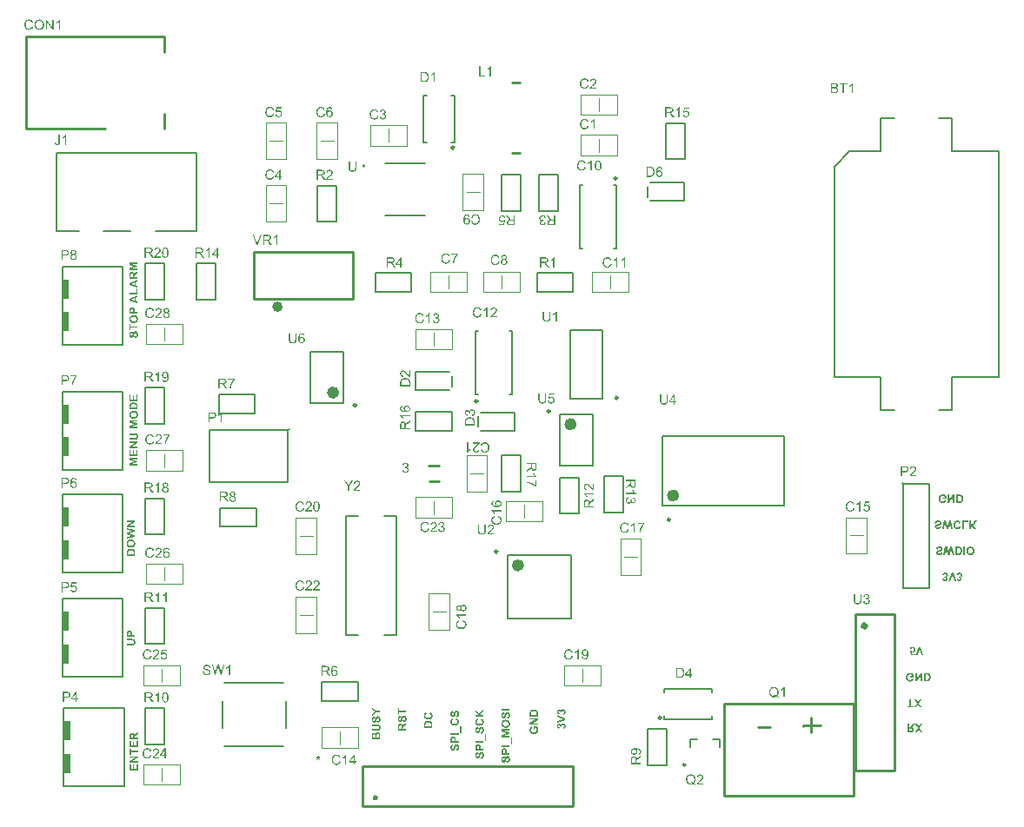
<source format=gto>
G04*
G04 #@! TF.GenerationSoftware,Altium Limited,Altium Designer,22.6.1 (34)*
G04*
G04 Layer_Color=65535*
%FSTAX25Y25*%
%MOIN*%
G70*
G04*
G04 #@! TF.SameCoordinates,070C6B67-E07D-408F-9274-D07C1108151A*
G04*
G04*
G04 #@! TF.FilePolarity,Positive*
G04*
G01*
G75*
%ADD10C,0.01000*%
%ADD11C,0.00984*%
%ADD12C,0.02362*%
%ADD13C,0.00787*%
%ADD14C,0.02000*%
%ADD15C,0.00500*%
%ADD16C,0.00394*%
%ADD17C,0.00800*%
%ADD18R,0.02500X0.07500*%
G36*
X052927Y0244495D02*
X0529408Y0244477D01*
X0529542Y0244454D01*
X0529658Y0244426D01*
X0529708Y0244412D01*
X0529755Y0244398D01*
X0529796Y0244385D01*
X0529833Y0244375D01*
X0529861Y0244366D01*
X0529879Y0244357D01*
X0529893Y0244352D01*
X0529898D01*
X0530036Y0244297D01*
X0530152Y0244237D01*
X0530254Y0244177D01*
X0530341Y0244126D01*
X0530406Y024408D01*
X0530429Y0244061D01*
X0530452Y0244043D01*
X0530466Y0244029D01*
X053048Y024402D01*
X0530489Y024401D01*
Y0242726D01*
X0529099D01*
Y0243267D01*
X0529838D01*
Y0243678D01*
X0529782Y0243719D01*
X0529722Y0243756D01*
X0529662Y0243789D01*
X0529607Y0243816D01*
X0529561Y0243839D01*
X0529519Y0243858D01*
X0529496Y0243867D01*
X0529491Y0243872D01*
X0529487D01*
X0529413Y0243899D01*
X0529339Y0243918D01*
X052927Y0243932D01*
X0529209Y0243941D01*
X0529154Y0243946D01*
X0529117Y024395D01*
X052908D01*
X0529006Y0243946D01*
X0528932Y0243936D01*
X0528867Y0243922D01*
X0528803Y0243904D01*
X0528687Y0243858D01*
X0528641Y0243835D01*
X0528595Y0243807D01*
X0528553Y0243779D01*
X0528516Y0243756D01*
X0528489Y0243728D01*
X0528461Y024371D01*
X0528442Y0243691D01*
X0528429Y0243678D01*
X0528419Y0243668D01*
X0528415Y0243664D01*
X0528373Y0243608D01*
X0528332Y0243544D01*
X0528299Y0243479D01*
X0528271Y024341D01*
X0528225Y0243267D01*
X0528198Y0243128D01*
X0528188Y0243063D01*
X0528179Y0242999D01*
X0528174Y0242948D01*
X052817Y0242897D01*
X0528165Y024286D01*
Y0242828D01*
Y0242809D01*
Y0242805D01*
X052817Y0242707D01*
X0528174Y024262D01*
X0528188Y0242532D01*
X0528202Y0242453D01*
X0528221Y0242384D01*
X0528244Y0242319D01*
X0528267Y0242259D01*
X052829Y0242204D01*
X0528308Y0242158D01*
X0528332Y0242116D01*
X0528355Y0242084D01*
X0528373Y0242056D01*
X0528387Y0242033D01*
X0528401Y0242019D01*
X0528406Y024201D01*
X052841Y0242005D01*
X0528461Y0241959D01*
X0528512Y0241913D01*
X0528567Y024188D01*
X0528623Y0241848D01*
X0528678Y024182D01*
X0528733Y0241797D01*
X052884Y0241765D01*
X0528891Y0241756D01*
X0528937Y0241746D01*
X0528978Y0241742D01*
X0529015Y0241737D01*
X0529043Y0241733D01*
X0529085D01*
X0529186Y0241737D01*
X0529274Y0241756D01*
X0529353Y0241774D01*
X0529422Y0241802D01*
X0529473Y0241825D01*
X0529514Y0241848D01*
X0529537Y0241867D01*
X0529547Y0241871D01*
X0529611Y0241927D01*
X0529667Y0241987D01*
X0529713Y0242047D01*
X0529745Y0242107D01*
X0529773Y0242162D01*
X0529791Y0242204D01*
X0529801Y0242232D01*
X0529805Y0242236D01*
Y0242241D01*
X0530448Y0242121D01*
X0530429Y0242042D01*
X0530401Y0241964D01*
X0530374Y0241894D01*
X0530337Y024183D01*
X0530304Y0241765D01*
X0530267Y0241709D01*
X053023Y0241659D01*
X0530194Y0241613D01*
X0530157Y0241571D01*
X0530124Y0241534D01*
X0530096Y0241502D01*
X0530069Y0241478D01*
X0530046Y024146D01*
X0530027Y0241442D01*
X0530018Y0241437D01*
X0530013Y0241432D01*
X0529949Y0241386D01*
X0529879Y0241349D01*
X0529805Y0241317D01*
X0529727Y0241289D01*
X0529574Y0241243D01*
X0529426Y0241215D01*
X0529357Y0241201D01*
X0529293Y0241197D01*
X0529233Y0241192D01*
X0529182Y0241188D01*
X052914Y0241183D01*
X0529085D01*
X0528918Y0241188D01*
X052877Y0241206D01*
X0528706Y024122D01*
X0528641Y0241234D01*
X0528581Y0241248D01*
X052853Y0241261D01*
X0528484Y024128D01*
X0528438Y0241294D01*
X0528406Y0241308D01*
X0528373Y0241317D01*
X052835Y0241331D01*
X0528332Y0241335D01*
X0528322Y0241344D01*
X0528318D01*
X0528174Y0241428D01*
X0528115Y0241478D01*
X0528054Y0241525D01*
X0527999Y0241576D01*
X0527948Y0241626D01*
X0527902Y0241677D01*
X052786Y0241723D01*
X0527828Y024177D01*
X0527796Y0241811D01*
X0527768Y0241848D01*
X0527745Y024188D01*
X0527731Y0241908D01*
X0527717Y0241927D01*
X0527712Y024194D01*
X0527708Y0241945D01*
X0527671Y0242019D01*
X0527639Y0242093D01*
X0527588Y0242245D01*
X0527551Y0242398D01*
X0527528Y0242532D01*
X0527519Y0242597D01*
X0527509Y0242652D01*
X0527505Y0242703D01*
Y0242749D01*
X05275Y0242781D01*
Y0242809D01*
Y0242828D01*
Y0242832D01*
X0527509Y0243003D01*
X0527528Y024316D01*
X052756Y0243303D01*
X0527574Y0243373D01*
X0527592Y0243433D01*
X0527611Y0243488D01*
X0527625Y0243539D01*
X0527643Y0243581D01*
X0527657Y0243618D01*
X0527666Y0243645D01*
X0527676Y0243668D01*
X0527685Y0243682D01*
Y0243687D01*
X0527763Y0243826D01*
X0527851Y0243946D01*
X0527944Y0244052D01*
X0528036Y0244135D01*
X0528078Y0244172D01*
X0528119Y0244204D01*
X0528151Y0244232D01*
X0528184Y024425D01*
X0528207Y0244269D01*
X052823Y0244283D01*
X0528239Y0244287D01*
X0528244Y0244292D01*
X0528318Y0244329D01*
X0528387Y0244361D01*
X052854Y0244412D01*
X0528687Y0244449D01*
X0528821Y0244472D01*
X0528886Y0244481D01*
X0528941Y0244491D01*
X0528992Y0244495D01*
X0529038D01*
X0529071Y02445D01*
X0529122D01*
X052927Y0244495D01*
D02*
G37*
G36*
X0533631Y0241243D02*
X0533035D01*
Y0243396D01*
X0531713Y0241243D01*
X053109D01*
Y024444D01*
X0531686D01*
Y0242333D01*
X0532984Y024444D01*
X0533631D01*
Y0241243D01*
D02*
G37*
G36*
X053565Y0244435D02*
X0535765Y0244431D01*
X0535862Y0244422D01*
X0535941Y0244408D01*
X0536005Y0244394D01*
X0536056Y0244385D01*
X053607Y024438D01*
X0536084D01*
X0536089Y0244375D01*
X0536093D01*
X0536195Y0244338D01*
X0536287Y0244297D01*
X0536361Y0244255D01*
X0536426Y0244214D01*
X0536477Y0244177D01*
X0536514Y0244149D01*
X0536537Y024413D01*
X0536546Y0244121D01*
X0536624Y0244033D01*
X0536694Y0243941D01*
X0536754Y0243844D01*
X05368Y0243756D01*
X0536837Y0243673D01*
X0536856Y0243641D01*
X0536865Y0243613D01*
X0536874Y0243585D01*
X0536883Y0243567D01*
X0536888Y0243558D01*
Y0243553D01*
X053692Y0243442D01*
X0536948Y0243326D01*
X0536966Y0243216D01*
X0536976Y0243109D01*
X053698Y0243059D01*
X0536985Y0243012D01*
Y0242975D01*
X0536989Y0242938D01*
Y0242911D01*
Y0242892D01*
Y0242878D01*
Y0242874D01*
X0536985Y0242712D01*
X0536971Y0242569D01*
X0536966Y0242499D01*
X0536957Y024244D01*
X0536948Y0242379D01*
X0536939Y0242329D01*
X0536925Y0242282D01*
X0536916Y0242241D01*
X0536906Y0242204D01*
X0536902Y0242176D01*
X0536893Y0242153D01*
X0536888Y0242135D01*
X0536883Y0242125D01*
Y0242121D01*
X0536842Y024201D01*
X0536791Y0241908D01*
X053674Y024182D01*
X0536689Y0241746D01*
X0536648Y0241686D01*
X0536611Y024164D01*
X0536587Y0241613D01*
X0536583Y0241603D01*
X0536578D01*
X05365Y0241529D01*
X0536421Y0241469D01*
X0536338Y0241419D01*
X0536264Y0241377D01*
X05362Y0241344D01*
X0536144Y0241321D01*
X0536126Y0241317D01*
X0536112Y0241312D01*
X0536102Y0241308D01*
X0536098D01*
X053601Y0241284D01*
X0535913Y0241271D01*
X0535811Y0241257D01*
X0535714Y0241252D01*
X0535627Y0241248D01*
X053559Y0241243D01*
X0534314D01*
Y024444D01*
X0535525D01*
X053565Y0244435D01*
D02*
G37*
G36*
X0547301Y0302991D02*
X0547389Y0302986D01*
X0547477Y0302972D01*
X0547555Y0302954D01*
X0547629Y0302935D01*
X0547698Y0302917D01*
X0547763Y0302894D01*
X0547823Y0302866D01*
X0547874Y0302843D01*
X054792Y030282D01*
X0547962Y0302801D01*
X0547994Y0302783D01*
X0548022Y0302764D01*
X054804Y030275D01*
X0548049Y0302746D01*
X0548054Y0302741D01*
X0548114Y0302691D01*
X054817Y0302635D01*
X0548271Y030251D01*
X0548354Y0302381D01*
X0548419Y0302256D01*
X0548447Y0302196D01*
X054847Y0302141D01*
X0548488Y030209D01*
X0548507Y0302048D01*
X0548521Y0302011D01*
X054853Y0301984D01*
X0548535Y0301965D01*
Y030196D01*
X0547906Y0301766D01*
X0547869Y0301891D01*
X0547828Y0301997D01*
X0547786Y0302085D01*
X054774Y0302159D01*
X0547703Y0302215D01*
X0547671Y0302252D01*
X0547648Y0302275D01*
X0547638Y0302284D01*
X0547564Y0302339D01*
X0547491Y0302376D01*
X0547417Y0302404D01*
X0547352Y0302427D01*
X0547292Y0302436D01*
X0547241Y0302441D01*
X0547223Y0302446D01*
X0547199D01*
X0547135Y0302441D01*
X0547075Y0302436D01*
X0546964Y0302404D01*
X0546867Y0302367D01*
X0546788Y0302316D01*
X0546724Y030227D01*
X0546677Y0302233D01*
X0546659Y0302215D01*
X0546645Y0302201D01*
X054664Y0302196D01*
X0546636Y0302191D01*
X0546599Y0302141D01*
X0546566Y0302081D01*
X0546534Y0302016D01*
X0546511Y0301947D01*
X0546474Y0301803D01*
X0546446Y030166D01*
X0546437Y0301591D01*
X0546432Y0301531D01*
X0546423Y0301471D01*
Y030142D01*
X0546419Y0301383D01*
Y0301351D01*
Y0301328D01*
Y0301323D01*
X0546423Y0301217D01*
X0546428Y030112D01*
X0546437Y0301032D01*
X0546451Y0300949D01*
X0546469Y0300875D01*
X0546488Y0300805D01*
X0546507Y0300745D01*
X054653Y030069D01*
X0546548Y0300644D01*
X0546566Y0300602D01*
X0546585Y030057D01*
X0546603Y0300542D01*
X0546617Y0300519D01*
X0546627Y0300505D01*
X0546636Y0300496D01*
Y0300491D01*
X0546677Y0300445D01*
X0546724Y0300404D01*
X054677Y0300371D01*
X0546821Y0300343D01*
X0546918Y0300297D01*
X054701Y0300265D01*
X0547089Y0300247D01*
X0547125Y0300242D01*
X0547153Y0300237D01*
X0547181Y0300233D01*
X0547213D01*
X0547306Y0300237D01*
X0547389Y0300256D01*
X0547463Y0300279D01*
X0547528Y0300307D01*
X0547578Y0300334D01*
X0547615Y0300357D01*
X0547638Y0300376D01*
X0547648Y030038D01*
X0547708Y0300436D01*
X0547763Y0300501D01*
X0547805Y0300565D01*
X0547837Y030063D01*
X054786Y0300685D01*
X0547874Y0300727D01*
X0547883Y0300745D01*
Y0300759D01*
X0547888Y0300764D01*
Y0300768D01*
X0548525Y0300616D01*
X0548479Y0300482D01*
X0548428Y0300367D01*
X0548373Y0300265D01*
X0548322Y0300182D01*
X0548271Y0300117D01*
X0548253Y0300089D01*
X0548234Y0300066D01*
X054822Y0300052D01*
X0548207Y0300039D01*
X0548202Y0300029D01*
X0548197D01*
X0548128Y0299969D01*
X0548049Y0299914D01*
X0547976Y0299868D01*
X0547897Y0299831D01*
X0547814Y0299794D01*
X0547735Y0299766D01*
X0547657Y0299743D01*
X0547583Y0299724D01*
X0547514Y0299711D01*
X0547449Y0299701D01*
X0547394Y0299692D01*
X0547343Y0299688D01*
X0547301Y0299683D01*
X0547246D01*
X0547125Y0299688D01*
X0547005Y0299701D01*
X0546899Y0299724D01*
X0546793Y0299752D01*
X05467Y0299784D01*
X0546608Y0299821D01*
X054653Y0299863D01*
X0546456Y0299905D01*
X0546386Y0299946D01*
X0546331Y0299988D01*
X054628Y0300025D01*
X0546239Y0300057D01*
X0546206Y0300085D01*
X0546183Y0300108D01*
X0546169Y0300122D01*
X0546165Y0300126D01*
X0546091Y0300214D01*
X0546031Y0300307D01*
X0545975Y0300404D01*
X0545929Y0300505D01*
X0545887Y0300611D01*
X0545855Y0300713D01*
X0545827Y0300815D01*
X0545804Y0300912D01*
X0545786Y0301009D01*
X0545777Y0301092D01*
X0545767Y030117D01*
X0545758Y0301235D01*
Y0301291D01*
X0545753Y0301332D01*
Y030136D01*
Y0301364D01*
Y0301369D01*
X0545758Y0301508D01*
X0545772Y0301637D01*
X054579Y0301762D01*
X0545818Y0301873D01*
X0545846Y0301979D01*
X0545883Y0302081D01*
X054592Y0302168D01*
X0545957Y0302247D01*
X0545994Y0302321D01*
X0546031Y0302385D01*
X0546068Y0302436D01*
X0546095Y0302483D01*
X0546123Y0302515D01*
X0546141Y0302543D01*
X0546155Y0302556D01*
X054616Y0302561D01*
X0546239Y030264D01*
X0546322Y0302704D01*
X0546409Y0302764D01*
X0546497Y0302811D01*
X0546585Y0302852D01*
X0546673Y0302889D01*
X0546756Y0302917D01*
X0546835Y030294D01*
X0546913Y0302958D01*
X0546982Y0302972D01*
X0547047Y0302981D01*
X0547098Y0302986D01*
X0547144Y0302991D01*
X0547176Y0302995D01*
X0547204D01*
X0547301Y0302991D01*
D02*
G37*
G36*
X0553441Y030099D02*
X0554651Y0299743D01*
X0553783D01*
X0552471Y0301166D01*
Y0299743D01*
X0551824D01*
Y030294D01*
X0552471D01*
Y0301974D01*
X0552993Y0301438D01*
X0553875Y030294D01*
X0554712D01*
X0553441Y030099D01*
D02*
G37*
G36*
X0545532Y0299743D02*
X054488D01*
X054439Y0301979D01*
X0543836Y0299743D01*
X054306D01*
X0542478Y0301942D01*
X0541997Y0299743D01*
X0541337D01*
X0542094Y030294D01*
X0542797D01*
X0543434Y0300551D01*
X0544063Y030294D01*
X054476D01*
X0545532Y0299743D01*
D02*
G37*
G36*
X0551362Y0302399D02*
X0549754D01*
Y0299766D01*
X0549108D01*
Y030294D01*
X0551362D01*
Y0302399D01*
D02*
G37*
G36*
X0539964Y0302995D02*
X0540098Y0302981D01*
X0540219Y0302963D01*
X054027Y0302954D01*
X054032Y030294D01*
X0540362Y0302931D01*
X0540399Y0302922D01*
X0540431Y0302912D01*
X0540459Y0302903D01*
X0540482Y0302894D01*
X0540496Y0302889D01*
X0540505Y0302885D01*
X054051D01*
X0540611Y0302834D01*
X0540695Y0302778D01*
X0540773Y0302723D01*
X0540833Y0302663D01*
X0540879Y0302612D01*
X0540916Y0302566D01*
X0540935Y0302538D01*
X0540944Y0302533D01*
Y0302529D01*
X0540995Y0302436D01*
X0541036Y0302349D01*
X0541064Y0302261D01*
X0541083Y0302178D01*
X0541092Y0302113D01*
X0541096Y0302081D01*
X0541101Y0302058D01*
Y0302039D01*
Y0302025D01*
Y0302016D01*
Y0302011D01*
X0541096Y03019D01*
X0541083Y0301803D01*
X0541059Y0301716D01*
X0541036Y0301642D01*
X0541013Y0301582D01*
X054099Y030154D01*
X0540976Y0301512D01*
X0540972Y0301503D01*
X0540921Y0301429D01*
X0540861Y0301364D01*
X0540801Y0301309D01*
X0540745Y0301263D01*
X0540695Y0301226D01*
X0540653Y0301198D01*
X0540625Y030118D01*
X0540621Y0301175D01*
X0540616D01*
X054057Y0301152D01*
X0540524Y0301129D01*
X0540413Y0301087D01*
X0540297Y030105D01*
X0540186Y0301013D01*
X0540135Y0300999D01*
X0540085Y0300986D01*
X0540038Y0300972D01*
X0540001Y0300963D01*
X0539969Y0300953D01*
X0539946Y0300949D01*
X0539928Y0300944D01*
X0539923D01*
X053984Y0300921D01*
X0539766Y0300903D01*
X0539697Y0300884D01*
X0539632Y0300866D01*
X0539581Y0300847D01*
X053953Y0300829D01*
X0539489Y030081D01*
X0539452Y0300796D01*
X0539419Y0300782D01*
X0539396Y0300768D01*
X0539373Y0300759D01*
X0539359Y030075D01*
X0539336Y0300736D01*
X0539332Y0300732D01*
X0539299Y0300699D01*
X0539276Y0300667D01*
X0539262Y0300635D01*
X0539253Y0300602D01*
X0539244Y0300579D01*
X0539239Y0300556D01*
Y0300542D01*
Y0300537D01*
X0539244Y0300491D01*
X0539253Y0300454D01*
X0539271Y0300417D01*
X053929Y030039D01*
X0539309Y0300367D01*
X0539327Y0300353D01*
X0539336Y0300343D01*
X0539341Y0300339D01*
X0539405Y0300297D01*
X0539475Y030027D01*
X0539549Y0300247D01*
X0539618Y0300233D01*
X0539678Y0300223D01*
X0539729Y0300219D01*
X0539775D01*
X0539872Y0300223D01*
X0539955Y0300237D01*
X0540025Y0300256D01*
X054008Y0300274D01*
X0540126Y0300293D01*
X0540159Y0300311D01*
X0540177Y0300325D01*
X0540182Y030033D01*
X0540228Y0300376D01*
X054027Y0300431D01*
X0540302Y0300487D01*
X0540325Y0300547D01*
X0540343Y0300598D01*
X0540353Y0300639D01*
X0540362Y0300672D01*
Y0300676D01*
Y0300681D01*
X0541009Y0300658D01*
X0541004Y0300574D01*
X054099Y0300501D01*
X0540972Y0300427D01*
X0540949Y0300362D01*
X0540926Y0300297D01*
X0540898Y0300237D01*
X054087Y0300186D01*
X0540842Y0300136D01*
X054081Y0300094D01*
X0540782Y0300057D01*
X0540755Y0300025D01*
X0540731Y0299997D01*
X0540713Y0299978D01*
X0540699Y0299965D01*
X054069Y0299955D01*
X0540685Y0299951D01*
X0540625Y0299905D01*
X054056Y0299863D01*
X0540491Y0299826D01*
X0540417Y0299794D01*
X0540343Y0299771D01*
X054027Y0299747D01*
X0540122Y0299715D01*
X0540052Y0299706D01*
X0539992Y0299697D01*
X0539932Y0299692D01*
X0539881Y0299688D01*
X053984Y0299683D01*
X0539784D01*
X053965Y0299688D01*
X053953Y0299701D01*
X0539424Y029972D01*
X0539332Y0299738D01*
X053929Y0299752D01*
X0539253Y0299761D01*
X0539225Y0299771D01*
X0539198Y029978D01*
X0539179Y0299789D01*
X0539165Y0299794D01*
X0539156Y0299798D01*
X0539151D01*
X0539059Y0299845D01*
X053898Y0299895D01*
X0538911Y0299951D01*
X0538856Y0300002D01*
X0538809Y0300048D01*
X0538782Y0300085D01*
X0538759Y0300113D01*
X0538754Y0300117D01*
Y0300122D01*
X0538708Y03002D01*
X0538676Y0300283D01*
X0538653Y0300362D01*
X0538639Y0300431D01*
X0538629Y0300491D01*
X053862Y0300537D01*
Y0300556D01*
Y030057D01*
Y0300574D01*
Y0300579D01*
X0538625Y0300648D01*
X0538634Y0300718D01*
X0538648Y0300778D01*
X0538666Y0300838D01*
X0538713Y0300949D01*
X0538768Y0301046D01*
X0538791Y0301087D01*
X0538819Y030112D01*
X0538842Y0301152D01*
X0538865Y030118D01*
X0538883Y0301198D01*
X0538897Y0301212D01*
X0538907Y0301221D01*
X0538911Y0301226D01*
X0538953Y0301258D01*
X0539004Y0301291D01*
X0539054Y0301323D01*
X0539115Y0301351D01*
X053923Y0301406D01*
X053935Y0301452D01*
X053941Y0301471D01*
X0539461Y0301489D01*
X0539512Y0301503D01*
X0539553Y0301517D01*
X0539586Y0301526D01*
X0539613Y0301536D01*
X0539632Y030154D01*
X0539637D01*
X053971Y0301559D01*
X0539775Y0301577D01*
X0539835Y0301591D01*
X0539891Y0301605D01*
X0539937Y0301619D01*
X0539978Y0301628D01*
X0540015Y0301642D01*
X0540048Y0301651D01*
X0540075Y0301656D01*
X0540098Y0301665D01*
X0540131Y0301674D01*
X0540149Y0301683D01*
X0540154D01*
X0540214Y0301706D01*
X054026Y0301729D01*
X0540302Y0301753D01*
X0540334Y0301776D01*
X0540357Y0301794D01*
X0540371Y0301808D01*
X054038Y0301817D01*
X0540385Y0301822D01*
X0540408Y0301854D01*
X0540426Y0301887D01*
X0540436Y0301919D01*
X0540445Y0301947D01*
X054045Y0301974D01*
X0540454Y0301997D01*
Y0302011D01*
Y0302016D01*
X054045Y0302081D01*
X0540431Y0302136D01*
X0540403Y0302191D01*
X0540376Y0302238D01*
X0540343Y0302275D01*
X054032Y0302302D01*
X0540302Y0302321D01*
X0540293Y0302326D01*
X0540228Y0302367D01*
X0540154Y0302399D01*
X0540075Y0302422D01*
X0540001Y0302436D01*
X0539932Y0302446D01*
X0539877Y0302455D01*
X0539826D01*
X053972Y030245D01*
X0539627Y0302432D01*
X0539549Y0302409D01*
X0539479Y0302381D01*
X0539424Y0302353D01*
X0539387Y030233D01*
X0539364Y0302312D01*
X0539355Y0302307D01*
X0539295Y0302242D01*
X0539248Y0302173D01*
X0539207Y0302095D01*
X0539179Y0302016D01*
X0539156Y0301947D01*
X0539138Y0301891D01*
X0539133Y0301873D01*
Y0301854D01*
X0539128Y0301845D01*
Y030184D01*
X05385Y03019D01*
X0538514Y0301997D01*
X0538532Y030209D01*
X053856Y0302178D01*
X0538583Y0302256D01*
X0538616Y030233D01*
X0538648Y0302399D01*
X053868Y030246D01*
X0538713Y0302515D01*
X0538745Y0302561D01*
X0538777Y0302603D01*
X0538805Y030264D01*
X0538833Y0302672D01*
X0538851Y0302695D01*
X053887Y0302709D01*
X0538879Y0302718D01*
X0538883Y0302723D01*
X0538948Y0302774D01*
X0539017Y0302815D01*
X0539091Y0302852D01*
X053917Y0302885D01*
X0539244Y0302908D01*
X0539322Y0302931D01*
X0539475Y0302963D01*
X0539544Y0302977D01*
X0539609Y0302986D01*
X0539664Y0302991D01*
X0539715Y0302995D01*
X0539757Y0303D01*
X0539817D01*
X0539964Y0302995D01*
D02*
G37*
G36*
X05325Y0232837D02*
X0533502Y0231303D01*
X0532749D01*
X0532116Y0232259D01*
X0531484Y0231303D01*
X053073D01*
X0531733Y0232837D01*
X0530629Y02345D01*
X0531405D01*
X0532116Y0233419D01*
X0532823Y02345D01*
X0533599D01*
X05325Y0232837D01*
D02*
G37*
G36*
X0529594Y0231843D02*
X0530536D01*
Y0231303D01*
X0528D01*
Y0231843D01*
X0528947D01*
Y02345D01*
X0529594D01*
Y0231843D01*
D02*
G37*
G36*
X0546032Y0289743D02*
X054538D01*
X054489Y0291979D01*
X0544336Y0289743D01*
X054356D01*
X0542978Y0291942D01*
X0542497Y0289743D01*
X0541837D01*
X0542594Y029294D01*
X0543297D01*
X0543934Y0290551D01*
X0544562Y029294D01*
X054526D01*
X0546032Y0289743D01*
D02*
G37*
G36*
X0550217D02*
X0549571D01*
Y029294D01*
X0550217D01*
Y0289743D01*
D02*
G37*
G36*
X0547704Y0292935D02*
X054782Y0292931D01*
X0547917Y0292921D01*
X0547995Y0292908D01*
X054806Y0292894D01*
X0548111Y0292884D01*
X0548125Y029288D01*
X0548138D01*
X0548143Y0292875D01*
X0548148D01*
X0548249Y0292838D01*
X0548342Y0292797D01*
X0548416Y0292755D01*
X054848Y0292714D01*
X0548531Y0292677D01*
X0548568Y0292649D01*
X0548591Y029263D01*
X05486Y0292621D01*
X0548679Y0292533D01*
X0548748Y0292441D01*
X0548808Y0292344D01*
X0548854Y0292256D01*
X0548891Y0292173D01*
X054891Y0292141D01*
X0548919Y0292113D01*
X0548928Y0292085D01*
X0548938Y0292067D01*
X0548942Y0292057D01*
Y0292053D01*
X0548975Y0291942D01*
X0549002Y0291827D01*
X0549021Y0291716D01*
X054903Y0291609D01*
X0549035Y0291559D01*
X0549039Y0291512D01*
Y0291475D01*
X0549044Y0291438D01*
Y0291411D01*
Y0291392D01*
Y0291378D01*
Y0291374D01*
X0549039Y0291212D01*
X0549025Y0291069D01*
X0549021Y0291D01*
X0549012Y0290939D01*
X0549002Y0290879D01*
X0548993Y0290829D01*
X0548979Y0290782D01*
X054897Y0290741D01*
X0548961Y0290704D01*
X0548956Y0290676D01*
X0548947Y0290653D01*
X0548942Y0290635D01*
X0548938Y0290625D01*
Y0290621D01*
X0548896Y029051D01*
X0548845Y0290408D01*
X0548794Y029032D01*
X0548744Y0290247D01*
X0548702Y0290186D01*
X0548665Y029014D01*
X0548642Y0290112D01*
X0548637Y0290103D01*
X0548633D01*
X0548554Y0290029D01*
X0548476Y0289969D01*
X0548392Y0289918D01*
X0548318Y0289877D01*
X0548254Y0289844D01*
X0548198Y0289821D01*
X054818Y0289817D01*
X0548166Y0289812D01*
X0548157Y0289808D01*
X0548152D01*
X0548064Y0289785D01*
X0547967Y0289771D01*
X0547866Y0289757D01*
X0547769Y0289752D01*
X0547681Y0289748D01*
X0547644Y0289743D01*
X0546369D01*
Y029294D01*
X0547579D01*
X0547704Y0292935D01*
D02*
G37*
G36*
X0552384Y0292995D02*
X0552504Y0292982D01*
X055262Y0292958D01*
X0552726Y0292931D01*
X0552828Y0292898D01*
X055292Y0292861D01*
X0553003Y0292824D01*
X0553082Y0292783D01*
X0553146Y0292741D01*
X0553206Y0292704D01*
X0553257Y0292667D01*
X0553299Y0292635D01*
X0553336Y0292607D01*
X0553359Y0292584D01*
X0553373Y029257D01*
X0553377Y0292566D01*
X0553451Y0292478D01*
X0553516Y0292386D01*
X0553576Y0292288D01*
X0553622Y0292192D01*
X0553664Y029209D01*
X0553701Y0291988D01*
X0553729Y0291887D01*
X0553752Y029179D01*
X0553765Y0291702D01*
X0553779Y0291614D01*
X0553789Y029154D01*
X0553798Y0291475D01*
Y029142D01*
X0553802Y0291378D01*
Y0291355D01*
Y0291346D01*
X0553798Y0291203D01*
X0553784Y0291069D01*
X0553765Y0290944D01*
X0553738Y0290824D01*
X0553706Y0290718D01*
X0553668Y0290616D01*
X0553631Y0290524D01*
X055359Y0290445D01*
X0553548Y0290371D01*
X0553511Y0290306D01*
X0553475Y0290251D01*
X0553442Y0290205D01*
X0553419Y0290173D01*
X0553396Y0290145D01*
X0553382Y0290131D01*
X0553377Y0290126D01*
X0553294Y0290048D01*
X0553206Y0289979D01*
X0553114Y0289918D01*
X0553022Y0289868D01*
X0552925Y0289826D01*
X0552832Y0289789D01*
X055274Y0289761D01*
X0552652Y0289738D01*
X0552569Y028972D01*
X055249Y0289706D01*
X0552421Y0289697D01*
X0552361Y0289687D01*
X0552315D01*
X0552278Y0289683D01*
X0552246D01*
X0552107Y0289687D01*
X0551973Y0289701D01*
X0551858Y0289724D01*
X0551756Y0289748D01*
X0551714Y0289761D01*
X0551673Y0289771D01*
X055164Y028978D01*
X0551613Y0289794D01*
X0551589Y0289798D01*
X0551571Y0289808D01*
X0551562Y0289812D01*
X0551557D01*
X0551474Y0289849D01*
X0551396Y0289895D01*
X0551326Y0289946D01*
X0551266Y0289992D01*
X0551215Y0290034D01*
X0551174Y0290071D01*
X0551151Y0290094D01*
X0551146Y0290099D01*
X0551141Y0290103D01*
X0551077Y0290177D01*
X0551017Y0290256D01*
X0550966Y0290325D01*
X0550924Y0290394D01*
X0550892Y0290454D01*
X0550864Y0290501D01*
X0550859Y0290519D01*
X055085Y0290533D01*
X0550846Y0290538D01*
Y0290542D01*
X05508Y0290671D01*
X0550763Y029081D01*
X0550739Y0290949D01*
X0550721Y0291078D01*
X0550716Y0291138D01*
X0550712Y0291194D01*
X0550707Y029124D01*
Y0291281D01*
X0550702Y0291318D01*
Y0291341D01*
Y029136D01*
Y0291365D01*
X0550707Y0291503D01*
X0550721Y0291637D01*
X0550739Y0291762D01*
X0550767Y0291877D01*
X05508Y0291984D01*
X0550836Y0292081D01*
X0550873Y0292173D01*
X0550915Y0292252D01*
X0550952Y0292325D01*
X0550989Y0292386D01*
X0551026Y0292441D01*
X0551058Y0292487D01*
X0551086Y0292519D01*
X0551104Y0292547D01*
X0551118Y0292561D01*
X0551123Y0292566D01*
X0551206Y0292644D01*
X0551294Y0292709D01*
X0551382Y0292769D01*
X0551479Y0292815D01*
X0551571Y0292857D01*
X0551668Y0292894D01*
X0551756Y0292921D01*
X0551848Y0292945D01*
X0551931Y0292963D01*
X055201Y0292977D01*
X0552079Y0292986D01*
X0552139Y0292991D01*
X0552185Y0292995D01*
X0552222Y0293D01*
X0552255D01*
X0552384Y0292995D01*
D02*
G37*
G36*
X0540464D02*
X0540598Y0292982D01*
X0540719Y0292963D01*
X0540769Y0292954D01*
X054082Y029294D01*
X0540862Y0292931D01*
X0540899Y0292921D01*
X0540931Y0292912D01*
X0540959Y0292903D01*
X0540982Y0292894D01*
X0540996Y0292889D01*
X0541005Y0292884D01*
X054101D01*
X0541111Y0292834D01*
X0541194Y0292778D01*
X0541273Y0292723D01*
X0541333Y0292663D01*
X0541379Y0292612D01*
X0541416Y0292566D01*
X0541435Y0292538D01*
X0541444Y0292533D01*
Y0292529D01*
X0541495Y0292436D01*
X0541536Y0292349D01*
X0541564Y0292261D01*
X0541583Y0292178D01*
X0541592Y0292113D01*
X0541596Y0292081D01*
X0541601Y0292057D01*
Y0292039D01*
Y0292025D01*
Y0292016D01*
Y0292011D01*
X0541596Y02919D01*
X0541583Y0291803D01*
X054156Y0291716D01*
X0541536Y0291642D01*
X0541513Y0291582D01*
X054149Y029154D01*
X0541476Y0291512D01*
X0541472Y0291503D01*
X0541421Y0291429D01*
X0541361Y0291365D01*
X0541301Y0291309D01*
X0541245Y0291263D01*
X0541194Y0291226D01*
X0541153Y0291198D01*
X0541125Y029118D01*
X0541121Y0291175D01*
X0541116D01*
X054107Y0291152D01*
X0541024Y0291129D01*
X0540913Y0291087D01*
X0540797Y029105D01*
X0540686Y0291013D01*
X0540635Y0291D01*
X0540585Y0290986D01*
X0540539Y0290972D01*
X0540501Y0290963D01*
X0540469Y0290953D01*
X0540446Y0290949D01*
X0540428Y0290944D01*
X0540423D01*
X054034Y0290921D01*
X0540266Y0290902D01*
X0540197Y0290884D01*
X0540132Y0290866D01*
X0540081Y0290847D01*
X054003Y0290829D01*
X0539989Y029081D01*
X0539952Y0290796D01*
X0539919Y0290782D01*
X0539896Y0290769D01*
X0539873Y0290759D01*
X0539859Y029075D01*
X0539836Y0290736D01*
X0539832Y0290732D01*
X0539799Y0290699D01*
X0539776Y0290667D01*
X0539762Y0290635D01*
X0539753Y0290602D01*
X0539744Y0290579D01*
X0539739Y0290556D01*
Y0290542D01*
Y0290538D01*
X0539744Y0290491D01*
X0539753Y0290454D01*
X0539772Y0290417D01*
X053979Y029039D01*
X0539809Y0290367D01*
X0539827Y0290353D01*
X0539836Y0290343D01*
X0539841Y0290339D01*
X0539906Y0290297D01*
X0539975Y029027D01*
X0540049Y0290247D01*
X0540118Y0290233D01*
X0540178Y0290223D01*
X0540229Y0290219D01*
X0540275D01*
X0540372Y0290223D01*
X0540455Y0290237D01*
X0540525Y0290256D01*
X054058Y0290274D01*
X0540626Y0290293D01*
X0540659Y0290311D01*
X0540677Y0290325D01*
X0540682Y029033D01*
X0540728Y0290376D01*
X0540769Y0290431D01*
X0540802Y0290487D01*
X0540825Y0290547D01*
X0540843Y0290598D01*
X0540853Y0290639D01*
X0540862Y0290671D01*
Y0290676D01*
Y0290681D01*
X0541509Y0290658D01*
X0541504Y0290575D01*
X054149Y0290501D01*
X0541472Y0290427D01*
X0541449Y0290362D01*
X0541426Y0290297D01*
X0541398Y0290237D01*
X054137Y0290186D01*
X0541342Y0290136D01*
X054131Y0290094D01*
X0541282Y0290057D01*
X0541255Y0290025D01*
X0541231Y0289997D01*
X0541213Y0289979D01*
X0541199Y0289965D01*
X054119Y0289955D01*
X0541185Y0289951D01*
X0541125Y0289905D01*
X054106Y0289863D01*
X0540991Y0289826D01*
X0540917Y0289794D01*
X0540843Y0289771D01*
X0540769Y0289748D01*
X0540622Y0289715D01*
X0540552Y0289706D01*
X0540492Y0289697D01*
X0540432Y0289692D01*
X0540381Y0289687D01*
X054034Y0289683D01*
X0540284D01*
X054015Y0289687D01*
X054003Y0289701D01*
X0539924Y028972D01*
X0539832Y0289738D01*
X053979Y0289752D01*
X0539753Y0289761D01*
X0539725Y0289771D01*
X0539698Y028978D01*
X0539679Y0289789D01*
X0539665Y0289794D01*
X0539656Y0289798D01*
X0539651D01*
X0539559Y0289844D01*
X053948Y0289895D01*
X0539411Y0289951D01*
X0539356Y0290002D01*
X053931Y0290048D01*
X0539282Y0290085D01*
X0539259Y0290112D01*
X0539254Y0290117D01*
Y0290122D01*
X0539208Y02902D01*
X0539176Y0290283D01*
X0539152Y0290362D01*
X0539139Y0290431D01*
X0539129Y0290491D01*
X053912Y0290538D01*
Y0290556D01*
Y029057D01*
Y0290575D01*
Y0290579D01*
X0539125Y0290648D01*
X0539134Y0290718D01*
X0539148Y0290778D01*
X0539166Y0290838D01*
X0539213Y0290949D01*
X0539268Y0291046D01*
X0539291Y0291087D01*
X0539319Y029112D01*
X0539342Y0291152D01*
X0539365Y029118D01*
X0539384Y0291198D01*
X0539397Y0291212D01*
X0539407Y0291221D01*
X0539411Y0291226D01*
X0539453Y0291258D01*
X0539504Y0291291D01*
X0539554Y0291323D01*
X0539614Y0291351D01*
X053973Y0291406D01*
X053985Y0291452D01*
X053991Y0291471D01*
X0539961Y0291489D01*
X0540012Y0291503D01*
X0540053Y0291517D01*
X0540086Y0291526D01*
X0540113Y0291535D01*
X0540132Y029154D01*
X0540136D01*
X054021Y0291559D01*
X0540275Y0291577D01*
X0540335Y0291591D01*
X0540391Y0291605D01*
X0540437Y0291619D01*
X0540478Y0291628D01*
X0540515Y0291642D01*
X0540548Y0291651D01*
X0540575Y0291656D01*
X0540598Y0291665D01*
X0540631Y0291674D01*
X0540649Y0291683D01*
X0540654D01*
X0540714Y0291706D01*
X054076Y0291729D01*
X0540802Y0291753D01*
X0540834Y0291776D01*
X0540857Y0291794D01*
X0540871Y0291808D01*
X054088Y0291817D01*
X0540885Y0291822D01*
X0540908Y0291854D01*
X0540927Y0291887D01*
X0540936Y0291919D01*
X0540945Y0291947D01*
X054095Y0291974D01*
X0540954Y0291998D01*
Y0292011D01*
Y0292016D01*
X054095Y0292081D01*
X0540931Y0292136D01*
X0540903Y0292192D01*
X0540876Y0292238D01*
X0540843Y0292275D01*
X054082Y0292302D01*
X0540802Y0292321D01*
X0540793Y0292325D01*
X0540728Y0292367D01*
X0540654Y0292399D01*
X0540575Y0292423D01*
X0540501Y0292436D01*
X0540432Y0292446D01*
X0540377Y0292455D01*
X0540326D01*
X054022Y029245D01*
X0540127Y0292432D01*
X0540049Y0292409D01*
X0539979Y0292381D01*
X0539924Y0292353D01*
X0539887Y029233D01*
X0539864Y0292312D01*
X0539855Y0292307D01*
X0539795Y0292242D01*
X0539748Y0292173D01*
X0539707Y0292094D01*
X0539679Y0292016D01*
X0539656Y0291947D01*
X0539638Y0291891D01*
X0539633Y0291873D01*
Y0291854D01*
X0539628Y0291845D01*
Y029184D01*
X0539Y02919D01*
X0539014Y0291998D01*
X0539032Y029209D01*
X053906Y0292178D01*
X0539083Y0292256D01*
X0539115Y029233D01*
X0539148Y0292399D01*
X053918Y029246D01*
X0539213Y0292515D01*
X0539245Y0292561D01*
X0539277Y0292603D01*
X0539305Y029264D01*
X0539333Y0292672D01*
X0539351Y0292695D01*
X053937Y0292709D01*
X0539379Y0292718D01*
X0539384Y0292723D01*
X0539448Y0292774D01*
X0539517Y0292815D01*
X0539591Y0292852D01*
X053967Y0292884D01*
X0539744Y0292908D01*
X0539822Y0292931D01*
X0539975Y0292963D01*
X0540044Y0292977D01*
X0540109Y0292986D01*
X0540164Y0292991D01*
X0540215Y0292995D01*
X0540257Y0293D01*
X0540317D01*
X0540464Y0292995D01*
D02*
G37*
G36*
X0448706Y0205548D02*
X044875Y0205542D01*
X0448806Y0205537D01*
X0448867Y0205526D01*
X0448928Y0205515D01*
X0449072Y0205476D01*
X0449217Y020542D01*
X0449289Y0205387D01*
X0449361Y0205348D01*
X0449428Y0205298D01*
X0449489Y0205243D01*
X0449494Y0205237D01*
X0449505Y0205232D01*
X0449516Y0205209D01*
X0449539Y0205187D01*
X0449566Y0205159D01*
X0449594Y0205121D01*
X0449622Y0205082D01*
X0449655Y0205032D01*
X0449711Y0204926D01*
X0449766Y0204793D01*
X0449788Y0204727D01*
X0449799Y0204649D01*
X0449811Y0204571D01*
X0449816Y0204488D01*
Y0204477D01*
Y0204449D01*
X0449811Y0204405D01*
X0449805Y0204344D01*
X0449794Y0204277D01*
X0449772Y0204199D01*
X044975Y0204116D01*
X0449716Y0204033D01*
X0449711Y0204022D01*
X04497Y0203994D01*
X0449677Y0203949D01*
X0449644Y0203889D01*
X04496Y0203822D01*
X0449544Y0203739D01*
X0449478Y0203655D01*
X04494Y0203561D01*
X0449389Y020355D01*
X0449361Y0203517D01*
X0449333Y0203489D01*
X0449305Y0203461D01*
X0449272Y0203428D01*
X0449228Y0203383D01*
X0449183Y0203339D01*
X0449128Y0203289D01*
X0449072Y0203234D01*
X0449006Y0203173D01*
X0448934Y0203112D01*
X0448856Y0203039D01*
X0448767Y0202967D01*
X0448678Y0202889D01*
X0448673Y0202884D01*
X0448662Y0202873D01*
X0448639Y0202856D01*
X0448612Y0202834D01*
X0448579Y0202801D01*
X044854Y0202767D01*
X0448451Y0202695D01*
X0448356Y0202612D01*
X0448268Y0202529D01*
X044819Y0202457D01*
X0448157Y0202429D01*
X0448129Y0202401D01*
X0448123Y0202396D01*
X0448107Y0202379D01*
X0448084Y0202357D01*
X0448057Y0202323D01*
X0448029Y0202285D01*
X0447996Y0202246D01*
X0447929Y0202151D01*
X0449822D01*
Y0201696D01*
X0447274D01*
Y0201702D01*
Y0201724D01*
Y0201757D01*
X044728Y0201802D01*
X0447285Y0201852D01*
X0447296Y0201907D01*
X0447307Y0201963D01*
X044733Y0202024D01*
Y0202029D01*
X0447335Y0202035D01*
X0447346Y0202068D01*
X0447369Y0202118D01*
X0447402Y0202185D01*
X0447446Y0202262D01*
X0447502Y0202351D01*
X0447563Y020244D01*
X0447641Y0202534D01*
Y020254D01*
X0447652Y0202545D01*
X0447679Y0202579D01*
X0447729Y0202629D01*
X0447801Y0202701D01*
X0447885Y0202784D01*
X044799Y0202884D01*
X0448118Y0202995D01*
X0448257Y0203112D01*
X0448262Y0203117D01*
X0448284Y0203134D01*
X0448318Y0203161D01*
X0448356Y0203195D01*
X0448406Y0203239D01*
X0448467Y0203289D01*
X0448528Y0203345D01*
X0448601Y0203406D01*
X0448739Y0203539D01*
X0448878Y0203672D01*
X0448945Y0203739D01*
X0449006Y0203805D01*
X0449061Y0203866D01*
X0449106Y0203927D01*
Y0203933D01*
X0449117Y0203938D01*
X0449128Y0203955D01*
X0449139Y0203977D01*
X0449178Y0204038D01*
X0449222Y0204111D01*
X0449261Y0204199D01*
X04493Y0204294D01*
X0449322Y0204399D01*
X0449333Y0204499D01*
Y0204504D01*
Y020451D01*
X0449328Y0204543D01*
X0449322Y0204599D01*
X0449305Y020466D01*
X0449283Y0204738D01*
X0449244Y0204815D01*
X0449194Y0204893D01*
X0449128Y0204971D01*
X0449117Y0204982D01*
X0449089Y0205004D01*
X044905Y0205032D01*
X0448989Y0205071D01*
X0448912Y0205104D01*
X0448823Y0205137D01*
X0448717Y0205159D01*
X0448601Y0205165D01*
X0448567D01*
X0448545Y0205159D01*
X0448479Y0205154D01*
X0448401Y0205137D01*
X0448318Y0205115D01*
X0448223Y0205076D01*
X0448135Y0205026D01*
X0448051Y020496D01*
X044804Y0204948D01*
X0448018Y0204921D01*
X0447985Y0204876D01*
X0447951Y020481D01*
X0447913Y0204732D01*
X0447879Y0204632D01*
X0447857Y0204521D01*
X0447846Y0204394D01*
X0447363Y0204444D01*
Y0204449D01*
X0447369Y0204466D01*
Y0204493D01*
X0447374Y0204532D01*
X0447385Y0204577D01*
X0447396Y0204627D01*
X0447413Y0204688D01*
X044743Y0204749D01*
X0447474Y0204882D01*
X0447541Y0205015D01*
X0447579Y0205082D01*
X0447629Y0205148D01*
X0447679Y0205209D01*
X0447735Y0205265D01*
X044774Y020527D01*
X0447752Y0205276D01*
X0447768Y0205293D01*
X0447796Y0205309D01*
X0447829Y0205331D01*
X0447868Y0205354D01*
X0447913Y0205381D01*
X0447968Y0205409D01*
X0448029Y0205437D01*
X0448096Y0205465D01*
X0448168Y0205487D01*
X0448245Y0205509D01*
X0448329Y0205526D01*
X0448418Y0205542D01*
X0448512Y0205548D01*
X0448612Y0205554D01*
X0448667D01*
X0448706Y0205548D01*
D02*
G37*
G36*
X0445104Y0205598D02*
X0445154D01*
X0445204Y0205592D01*
X0445271Y0205581D01*
X0445337Y020557D01*
X0445482Y0205542D01*
X0445648Y0205498D01*
X0445809Y0205431D01*
X0445892Y0205393D01*
X0445975Y0205348D01*
X0445981Y0205343D01*
X0445992Y0205337D01*
X0446014Y020532D01*
X0446048Y0205304D01*
X0446081Y0205276D01*
X0446125Y0205243D01*
X044622Y0205165D01*
X044632Y0205065D01*
X0446431Y0204943D01*
X0446536Y0204799D01*
X0446625Y0204638D01*
Y0204632D01*
X0446636Y0204616D01*
X0446647Y0204593D01*
X0446658Y020456D01*
X044668Y0204516D01*
X0446697Y0204466D01*
X0446719Y0204405D01*
X0446741Y0204338D01*
X0446758Y0204266D01*
X044678Y0204188D01*
X0446803Y0204105D01*
X0446819Y0204016D01*
X0446841Y0203822D01*
X0446852Y0203617D01*
Y0203611D01*
Y0203594D01*
Y0203572D01*
Y0203539D01*
X0446847Y0203495D01*
Y0203445D01*
X0446841Y0203389D01*
X0446836Y0203333D01*
X0446819Y02032D01*
X0446791Y0203056D01*
X0446758Y0202906D01*
X0446708Y0202762D01*
Y0202756D01*
X0446703Y0202745D01*
X0446692Y0202723D01*
X044668Y0202701D01*
X0446664Y0202667D01*
X0446647Y0202629D01*
X0446603Y020254D01*
X0446542Y0202434D01*
X0446464Y0202323D01*
X0446375Y0202212D01*
X0446275Y0202101D01*
X0446281D01*
X0446292Y020209D01*
X0446309Y0202079D01*
X0446336Y0202063D01*
X0446364Y020204D01*
X0446403Y0202018D01*
X0446486Y0201968D01*
X0446586Y0201907D01*
X0446697Y0201846D01*
X0446814Y0201796D01*
X0446925Y0201746D01*
X0446775Y0201397D01*
X0446769D01*
X0446758Y0201402D01*
X0446736Y0201413D01*
X0446703Y0201424D01*
X0446664Y0201441D01*
X0446619Y0201463D01*
X0446569Y0201485D01*
X0446514Y0201513D01*
X0446392Y020158D01*
X0446253Y0201657D01*
X0446103Y0201757D01*
X0445948Y0201868D01*
X0445942D01*
X0445931Y0201857D01*
X0445903Y0201846D01*
X0445876Y0201829D01*
X0445831Y0201813D01*
X0445787Y0201791D01*
X0445731Y0201774D01*
X044567Y0201752D01*
X0445604Y0201729D01*
X0445532Y0201707D01*
X0445371Y0201669D01*
X0445193Y0201641D01*
X0445099Y0201635D01*
X0445004Y020163D01*
X0444954D01*
X0444915Y0201635D01*
X0444871D01*
X0444816Y0201641D01*
X0444755Y0201652D01*
X0444688Y0201663D01*
X0444544Y0201691D01*
X0444383Y0201735D01*
X0444216Y0201796D01*
X0444138Y0201835D01*
X0444055Y0201879D01*
X044405Y0201885D01*
X0444039Y020189D01*
X0444016Y0201907D01*
X0443989Y0201924D01*
X044395Y0201952D01*
X0443911Y0201985D01*
X0443817Y0202063D01*
X0443711Y0202162D01*
X0443606Y0202285D01*
X04435Y0202423D01*
X0443406Y0202584D01*
Y020259D01*
X0443395Y0202606D01*
X0443384Y0202629D01*
X0443373Y0202662D01*
X0443356Y0202706D01*
X0443334Y0202756D01*
X0443312Y0202817D01*
X0443295Y0202884D01*
X0443273Y0202956D01*
X0443251Y0203034D01*
X0443234Y0203117D01*
X0443212Y0203211D01*
X0443189Y0203406D01*
X0443178Y0203611D01*
Y0203617D01*
Y0203639D01*
Y0203666D01*
X0443184Y0203705D01*
Y0203755D01*
X0443189Y0203816D01*
X0443195Y0203883D01*
X0443206Y0203955D01*
X0443234Y0204116D01*
X0443273Y0204288D01*
X0443328Y0204471D01*
X0443406Y0204649D01*
X0443411Y0204654D01*
X0443417Y0204671D01*
X0443428Y0204693D01*
X044345Y0204727D01*
X0443472Y0204765D01*
X04435Y020481D01*
X0443578Y0204915D01*
X0443667Y0205026D01*
X0443783Y0205143D01*
X0443911Y0205259D01*
X0444061Y0205359D01*
X0444066Y0205365D01*
X0444083Y020537D01*
X0444105Y0205381D01*
X0444138Y0205398D01*
X0444177Y0205415D01*
X0444222Y0205437D01*
X0444277Y0205459D01*
X0444338Y0205481D01*
X044441Y0205504D01*
X0444483Y0205526D01*
X0444643Y0205565D01*
X0444821Y0205592D01*
X0444915Y0205604D01*
X0445065D01*
X0445104Y0205598D01*
D02*
G37*
G36*
X044507Y0243934D02*
X0445591D01*
Y0243501D01*
X044507D01*
Y024258D01*
X0444598D01*
Y0243501D01*
X0442927D01*
Y0243934D01*
X0444687Y024642D01*
X044507D01*
Y0243934D01*
D02*
G37*
G36*
X0440985Y0246415D02*
X0441096Y0246409D01*
X0441207Y0246398D01*
X0441318Y0246381D01*
X0441412Y0246365D01*
X0441418D01*
X0441429Y0246359D01*
X0441445D01*
X0441468Y0246348D01*
X0441529Y0246332D01*
X0441607Y0246304D01*
X0441695Y0246265D01*
X044179Y0246215D01*
X0441884Y024616D01*
X0441973Y0246087D01*
X0441978Y0246082D01*
X0441984Y0246076D01*
X0442Y0246059D01*
X0442023Y0246043D01*
X0442078Y0245987D01*
X0442145Y024591D01*
X0442217Y0245815D01*
X0442295Y0245704D01*
X0442367Y0245577D01*
X0442428Y0245432D01*
Y0245427D01*
X0442433Y0245416D01*
X0442445Y0245394D01*
X044245Y024536D01*
X0442467Y0245321D01*
X0442478Y0245277D01*
X0442489Y0245227D01*
X0442506Y0245166D01*
X0442522Y0245105D01*
X0442533Y0245033D01*
X0442561Y0244877D01*
X0442578Y0244705D01*
X0442583Y0244517D01*
Y0244511D01*
Y02445D01*
Y0244472D01*
Y0244444D01*
X0442578Y0244406D01*
Y0244361D01*
X0442572Y0244256D01*
X0442556Y0244134D01*
X0442539Y0244006D01*
X0442511Y0243873D01*
X0442478Y024374D01*
Y0243734D01*
X0442472Y0243723D01*
X0442467Y0243706D01*
X0442461Y0243684D01*
X0442439Y0243623D01*
X0442406Y0243545D01*
X0442372Y0243457D01*
X0442328Y0243368D01*
X0442273Y0243273D01*
X0442217Y0243185D01*
X0442211Y0243174D01*
X0442189Y0243146D01*
X0442156Y0243107D01*
X0442111Y0243057D01*
X0442062Y0243002D01*
X0442Y0242946D01*
X0441939Y0242885D01*
X0441867Y0242835D01*
X0441856Y0242829D01*
X0441834Y0242813D01*
X0441795Y0242791D01*
X044174Y0242763D01*
X0441673Y024273D01*
X0441595Y0242702D01*
X0441506Y0242669D01*
X0441407Y0242641D01*
X0441396D01*
X0441379Y0242635D01*
X0441362Y024263D01*
X0441307Y0242624D01*
X0441229Y0242613D01*
X044114Y0242602D01*
X0441035Y0242591D01*
X0440918Y0242585D01*
X0440791Y024258D01*
X0439409D01*
Y024642D01*
X0440885D01*
X0440985Y0246415D01*
D02*
G37*
G36*
X0480969Y0235196D02*
X0480498D01*
Y0238199D01*
X0480492Y0238193D01*
X0480464Y0238171D01*
X0480431Y0238138D01*
X0480375Y0238099D01*
X0480314Y0238049D01*
X0480237Y0237993D01*
X0480148Y0237932D01*
X0480048Y0237871D01*
X0480042D01*
X0480037Y0237866D01*
X0480003Y0237844D01*
X0479948Y0237816D01*
X0479881Y0237783D01*
X0479804Y0237744D01*
X047972Y0237705D01*
X0479637Y0237666D01*
X0479554Y0237633D01*
Y0238088D01*
X047956D01*
X0479571Y0238099D01*
X0479593Y0238104D01*
X0479621Y0238121D01*
X0479654Y0238138D01*
X0479693Y023816D01*
X0479787Y0238215D01*
X0479898Y0238277D01*
X0480009Y0238354D01*
X0480126Y0238443D01*
X0480242Y0238537D01*
X0480248Y0238543D01*
X0480253Y0238548D01*
X048027Y0238565D01*
X0480292Y0238582D01*
X0480342Y0238637D01*
X0480409Y0238704D01*
X0480475Y0238782D01*
X0480548Y023887D01*
X0480609Y0238959D01*
X0480664Y0239054D01*
X0480969D01*
Y0235196D01*
D02*
G37*
G36*
X0476957Y0239098D02*
X0477006D01*
X0477057Y0239092D01*
X0477123Y0239081D01*
X047719Y023907D01*
X0477334Y0239042D01*
X04775Y0238998D01*
X0477661Y0238931D01*
X0477745Y0238893D01*
X0477828Y0238848D01*
X0477834Y0238843D01*
X0477845Y0238837D01*
X0477867Y023882D01*
X04779Y0238804D01*
X0477933Y0238776D01*
X0477978Y0238743D01*
X0478072Y0238665D01*
X0478172Y0238565D01*
X0478283Y0238443D01*
X0478389Y0238299D01*
X0478477Y0238138D01*
Y0238132D01*
X0478488Y0238116D01*
X04785Y0238093D01*
X0478511Y023806D01*
X0478533Y0238016D01*
X0478549Y0237966D01*
X0478572Y0237905D01*
X0478594Y0237838D01*
X0478611Y0237766D01*
X0478633Y0237688D01*
X0478655Y0237605D01*
X0478672Y0237516D01*
X0478694Y0237322D01*
X0478705Y0237117D01*
Y0237111D01*
Y0237094D01*
Y0237072D01*
Y0237039D01*
X0478699Y0236995D01*
Y0236945D01*
X0478694Y0236889D01*
X0478688Y0236834D01*
X0478672Y02367D01*
X0478644Y0236556D01*
X0478611Y0236406D01*
X047856Y0236262D01*
Y0236256D01*
X0478555Y0236245D01*
X0478544Y0236223D01*
X0478533Y0236201D01*
X0478516Y0236168D01*
X04785Y0236129D01*
X0478455Y023604D01*
X0478394Y0235934D01*
X0478316Y0235823D01*
X0478228Y0235712D01*
X0478128Y0235601D01*
X0478133D01*
X0478144Y023559D01*
X0478161Y0235579D01*
X0478189Y0235563D01*
X0478216Y023554D01*
X0478255Y0235518D01*
X0478339Y0235468D01*
X0478439Y0235407D01*
X0478549Y0235346D01*
X0478666Y0235296D01*
X0478777Y0235246D01*
X0478627Y0234896D01*
X0478622D01*
X0478611Y0234902D01*
X0478588Y0234913D01*
X0478555Y0234924D01*
X0478516Y0234941D01*
X0478472Y0234963D01*
X0478422Y0234985D01*
X0478366Y0235013D01*
X0478244Y023508D01*
X0478105Y0235157D01*
X0477956Y0235257D01*
X04778Y0235368D01*
X0477795D01*
X0477784Y0235357D01*
X0477756Y0235346D01*
X0477728Y0235329D01*
X0477684Y0235313D01*
X0477639Y0235291D01*
X0477584Y0235274D01*
X0477523Y0235252D01*
X0477456Y023523D01*
X0477384Y0235207D01*
X0477223Y0235169D01*
X0477045Y0235141D01*
X0476951Y0235135D01*
X0476857Y023513D01*
X0476807D01*
X0476768Y0235135D01*
X0476723D01*
X0476668Y0235141D01*
X0476607Y0235152D01*
X047654Y0235163D01*
X0476396Y0235191D01*
X0476235Y0235235D01*
X0476069Y0235296D01*
X0475991Y0235335D01*
X0475908Y0235379D01*
X0475902Y0235385D01*
X0475891Y023539D01*
X0475869Y0235407D01*
X0475841Y0235424D01*
X0475802Y0235452D01*
X0475763Y0235485D01*
X0475669Y0235563D01*
X0475564Y0235662D01*
X0475458Y0235785D01*
X0475353Y0235923D01*
X0475258Y0236084D01*
Y023609D01*
X0475247Y0236106D01*
X0475236Y0236129D01*
X0475225Y0236162D01*
X0475208Y0236206D01*
X0475186Y0236256D01*
X0475164Y0236317D01*
X0475147Y0236384D01*
X0475125Y0236456D01*
X0475103Y0236534D01*
X0475086Y0236617D01*
X0475064Y0236711D01*
X0475042Y0236906D01*
X0475031Y0237111D01*
Y0237117D01*
Y0237139D01*
Y0237167D01*
X0475036Y0237205D01*
Y0237255D01*
X0475042Y0237316D01*
X0475047Y0237383D01*
X0475059Y0237455D01*
X0475086Y0237616D01*
X0475125Y0237788D01*
X0475181Y0237971D01*
X0475258Y0238149D01*
X0475264Y0238154D01*
X0475269Y0238171D01*
X0475281Y0238193D01*
X0475303Y0238227D01*
X0475325Y0238265D01*
X0475353Y023831D01*
X047543Y0238415D01*
X0475519Y0238526D01*
X0475636Y0238643D01*
X0475763Y0238759D01*
X0475913Y0238859D01*
X0475919Y0238865D01*
X0475935Y023887D01*
X0475958Y0238881D01*
X0475991Y0238898D01*
X047603Y0238915D01*
X0476074Y0238937D01*
X047613Y0238959D01*
X0476191Y0238981D01*
X0476263Y0239003D01*
X0476335Y0239026D01*
X0476496Y0239065D01*
X0476674Y0239092D01*
X0476768Y0239104D01*
X0476918D01*
X0476957Y0239098D01*
D02*
G37*
G36*
X0424081Y0215586D02*
X0424153D01*
X0424236Y0215581D01*
X0424319Y021557D01*
X0424508Y0215553D01*
X0424708Y0215525D01*
X0424896Y0215486D01*
X0424991Y0215459D01*
X0425074Y0215431D01*
X0425079D01*
X0425091Y0215425D01*
X0425113Y0215414D01*
X0425146Y0215403D01*
X0425179Y0215387D01*
X0425224Y0215364D01*
X0425318Y0215309D01*
X0425424Y0215242D01*
X0425535Y0215164D01*
X042564Y0215065D01*
X0425734Y0214953D01*
Y0214948D01*
X0425745Y0214937D01*
X0425757Y021492D01*
X0425768Y0214898D01*
X0425784Y0214865D01*
X0425807Y0214831D01*
X0425829Y0214787D01*
X0425845Y0214743D01*
X042589Y0214637D01*
X0425929Y021451D01*
X0425951Y0214371D01*
X0425962Y0214215D01*
Y0214171D01*
X0425956Y0214143D01*
Y0214104D01*
X0425951Y021406D01*
X0425929Y0213955D01*
X0425901Y0213838D01*
X0425856Y0213716D01*
X0425795Y0213594D01*
X0425757Y0213533D01*
X0425712Y0213477D01*
X0425707Y0213472D01*
X0425701Y0213466D01*
X0425684Y021345D01*
X0425668Y0213433D01*
X042564Y0213411D01*
X0425607Y0213383D01*
X0425529Y0213327D01*
X0425429Y0213272D01*
X0425307Y0213216D01*
X0425168Y0213172D01*
X0425007Y0213139D01*
X0424968Y0213594D01*
X0424974D01*
X0424985Y0213599D01*
X0424996D01*
X0425018Y0213605D01*
X0425079Y0213621D01*
X0425146Y0213644D01*
X0425224Y0213671D01*
X0425302Y021371D01*
X0425374Y0213755D01*
X0425435Y021381D01*
X042544Y0213816D01*
X0425457Y0213838D01*
X0425479Y0213877D01*
X0425501Y0213921D01*
X0425529Y0213982D01*
X0425551Y0214054D01*
X0425568Y0214138D01*
X0425573Y0214227D01*
Y0214265D01*
X0425568Y0214304D01*
X0425562Y0214354D01*
X0425551Y0214415D01*
X0425535Y0214476D01*
X0425512Y0214543D01*
X0425479Y0214604D01*
X0425473Y021461D01*
X0425462Y0214632D01*
X042544Y0214665D01*
X0425407Y0214698D01*
X0425368Y0214743D01*
X0425324Y0214787D01*
X0425274Y0214831D01*
X0425213Y0214876D01*
X0425207Y0214881D01*
X0425179Y0214893D01*
X042514Y0214915D01*
X0425091Y0214937D01*
X0425024Y0214965D01*
X0424946Y0214992D01*
X0424858Y021502D01*
X0424758Y0215048D01*
X0424752D01*
X0424747Y0215054D01*
X042473D01*
X0424708Y0215059D01*
X0424652Y021507D01*
X042458Y0215087D01*
X0424491Y0215098D01*
X0424397Y0215109D01*
X0424291Y0215114D01*
X042418Y021512D01*
X0424175D01*
X0424158D01*
X042413D01*
X0424086D01*
X0424097Y0215114D01*
X0424125Y0215092D01*
X0424164Y0215059D01*
X0424219Y021502D01*
X0424275Y0214965D01*
X0424336Y0214898D01*
X0424397Y021482D01*
X0424452Y0214732D01*
X0424458Y021472D01*
X0424474Y0214687D01*
X0424497Y0214637D01*
X0424519Y0214576D01*
X0424547Y0214493D01*
X0424569Y0214404D01*
X0424585Y0214304D01*
X0424591Y0214199D01*
Y0214154D01*
X0424585Y0214121D01*
X042458Y0214077D01*
X0424574Y0214032D01*
X0424563Y0213977D01*
X0424547Y0213921D01*
X0424508Y0213794D01*
X042448Y0213727D01*
X0424447Y021366D01*
X0424408Y0213588D01*
X0424358Y0213522D01*
X0424308Y0213455D01*
X0424247Y0213394D01*
X0424241Y0213388D01*
X042423Y0213377D01*
X0424214Y0213366D01*
X0424186Y0213344D01*
X0424147Y0213316D01*
X0424108Y0213288D01*
X0424058Y0213261D01*
X0424003Y0213233D01*
X0423942Y02132D01*
X0423875Y0213172D01*
X0423797Y0213144D01*
X042372Y0213117D01*
X0423631Y0213094D01*
X0423537Y0213083D01*
X0423442Y0213072D01*
X0423337Y0213067D01*
X0423331D01*
X0423309D01*
X0423281D01*
X0423242Y0213072D01*
X0423193Y0213078D01*
X0423131Y0213083D01*
X042307Y0213094D01*
X0422998Y0213111D01*
X0422854Y021315D01*
X0422776Y0213178D01*
X0422693Y0213211D01*
X0422615Y021325D01*
X0422543Y02133D01*
X0422465Y021335D01*
X0422399Y0213411D01*
X0422393Y0213416D01*
X0422382Y0213427D01*
X0422366Y0213444D01*
X0422343Y0213472D01*
X0422316Y0213505D01*
X0422282Y0213549D01*
X0422255Y0213594D01*
X0422216Y0213649D01*
X0422182Y0213705D01*
X0422155Y0213771D01*
X0422094Y0213921D01*
X0422071Y0213999D01*
X0422055Y0214088D01*
X0422044Y0214177D01*
X0422038Y0214271D01*
Y021431D01*
X0422044Y0214337D01*
Y0214365D01*
X0422049Y0214404D01*
X0422066Y0214498D01*
X0422088Y0214604D01*
X0422127Y021472D01*
X0422177Y0214837D01*
X0422243Y0214953D01*
Y0214959D01*
X0422255Y0214965D01*
X0422266Y0214981D01*
X0422282Y0215003D01*
X0422327Y0215059D01*
X0422388Y0215131D01*
X0422471Y0215203D01*
X0422571Y0215286D01*
X0422687Y0215359D01*
X0422821Y0215425D01*
X0422826D01*
X0422837Y0215431D01*
X0422859Y0215442D01*
X0422887Y0215453D01*
X0422926Y0215464D01*
X0422976Y0215481D01*
X0423032Y0215492D01*
X0423093Y0215509D01*
X0423165Y0215525D01*
X0423248Y0215542D01*
X0423337Y0215553D01*
X0423431Y0215564D01*
X0423537Y0215575D01*
X0423648Y0215586D01*
X042377Y0215592D01*
X0423897D01*
X0423903D01*
X0423931D01*
X042397D01*
X0424019D01*
X0424081Y0215586D01*
D02*
G37*
G36*
X0425895Y0212134D02*
X0425096Y0211629D01*
X0425091D01*
X0425079Y0211618D01*
X0425063Y0211607D01*
X0425041Y021159D01*
X042498Y0211551D01*
X0424902Y0211502D01*
X0424819Y021144D01*
X042473Y0211379D01*
X0424647Y0211318D01*
X0424569Y0211263D01*
X0424563Y0211257D01*
X0424541Y0211241D01*
X0424508Y0211213D01*
X0424469Y0211174D01*
X0424386Y0211091D01*
X0424347Y0211046D01*
X0424314Y0211002D01*
X0424308Y0210996D01*
X0424302Y0210985D01*
X0424291Y0210963D01*
X0424275Y021093D01*
X0424258Y0210896D01*
X0424241Y0210858D01*
X0424214Y0210769D01*
Y0210763D01*
X0424208Y0210752D01*
Y021073D01*
X0424203Y0210702D01*
X0424197Y0210663D01*
Y0210619D01*
X0424192Y0210558D01*
Y0209903D01*
X0425895D01*
Y0209392D01*
X0422055D01*
Y0211174D01*
X042206Y0211218D01*
Y0211268D01*
X0422066Y0211385D01*
X0422083Y0211507D01*
X0422099Y021164D01*
X0422127Y0211762D01*
X0422144Y0211823D01*
X042216Y0211873D01*
Y0211879D01*
X0422166Y0211884D01*
X0422182Y0211918D01*
X0422205Y0211968D01*
X0422243Y0212029D01*
X0422293Y0212095D01*
X042236Y0212168D01*
X0422438Y0212234D01*
X0422527Y0212301D01*
X0422532D01*
X0422538Y0212306D01*
X0422571Y0212328D01*
X0422626Y0212351D01*
X0422698Y0212384D01*
X0422782Y0212412D01*
X0422882Y0212439D01*
X0422987Y0212456D01*
X0423104Y0212462D01*
X0423109D01*
X042312D01*
X0423142D01*
X042317Y0212456D01*
X0423209D01*
X0423248Y0212451D01*
X0423342Y0212428D01*
X0423453Y0212395D01*
X042357Y0212351D01*
X0423686Y0212284D01*
X0423742Y021224D01*
X0423797Y0212195D01*
X0423803Y021219D01*
X0423808Y0212184D01*
X0423825Y0212168D01*
X0423842Y0212145D01*
X0423864Y0212118D01*
X0423886Y0212084D01*
X0423914Y021204D01*
X0423947Y0211995D01*
X0423975Y021194D01*
X0424003Y0211879D01*
X0424036Y0211812D01*
X0424064Y021174D01*
X0424086Y0211657D01*
X0424114Y0211574D01*
X042413Y0211479D01*
X0424147Y0211379D01*
X0424153Y021139D01*
X0424164Y0211413D01*
X0424186Y0211446D01*
X0424208Y021149D01*
X0424269Y021159D01*
X0424308Y021164D01*
X0424341Y0211685D01*
X0424352Y0211696D01*
X042438Y0211723D01*
X0424425Y0211768D01*
X042448Y0211823D01*
X0424558Y0211884D01*
X0424641Y0211957D01*
X0424741Y0212029D01*
X0424852Y0212106D01*
X0425895Y0212767D01*
Y0212134D01*
D02*
G37*
G36*
X0233Y0221012D02*
X0232307Y022055D01*
X0232302Y0220546D01*
X0232289Y0220541D01*
X023227Y0220527D01*
X0232247Y0220509D01*
X0232219Y022049D01*
X0232182Y0220467D01*
X0232108Y0220416D01*
X0232025Y0220356D01*
X0231951Y0220301D01*
X0231882Y022025D01*
X0231859Y0220227D01*
X0231836Y0220209D01*
X0231831Y0220204D01*
X0231822Y0220195D01*
X0231803Y0220176D01*
X023178Y0220153D01*
X0231762Y0220121D01*
X0231739Y0220089D01*
X023172Y0220052D01*
X0231702Y0220015D01*
Y022001D01*
X0231697Y0219996D01*
X0231688Y0219973D01*
X0231683Y0219936D01*
X0231674Y021989D01*
X0231669Y0219834D01*
X0231665Y021977D01*
Y0219562D01*
X0233D01*
Y0218915D01*
X0229803D01*
Y0220356D01*
X0229808Y0220398D01*
Y0220449D01*
X0229812Y02205D01*
Y022056D01*
X0229826Y022068D01*
X022984Y0220805D01*
X0229863Y022092D01*
X0229877Y0220971D01*
X0229891Y0221017D01*
Y0221022D01*
X0229895Y0221026D01*
X0229909Y0221054D01*
X0229932Y0221096D01*
X022996Y0221151D01*
X0230006Y0221211D01*
X0230057Y0221271D01*
X0230122Y0221331D01*
X02302Y0221387D01*
X0230205D01*
X0230209Y0221391D01*
X0230223Y02214D01*
X0230237Y022141D01*
X0230283Y0221433D01*
X0230344Y0221461D01*
X0230417Y0221484D01*
X0230501Y0221507D01*
X0230598Y0221525D01*
X0230699Y022153D01*
X0230704D01*
X0230713D01*
X0230736D01*
X0230759Y0221525D01*
X0230792D01*
X0230824Y0221521D01*
X0230907Y0221502D01*
X0231004Y0221479D01*
X0231101Y0221442D01*
X0231203Y0221387D01*
X0231249Y0221354D01*
X0231295Y0221317D01*
X02313Y0221313D01*
X0231305Y0221308D01*
X0231318Y0221294D01*
X0231332Y0221276D01*
X0231351Y0221257D01*
X0231374Y022123D01*
X0231397Y0221197D01*
X023142Y022116D01*
X0231448Y0221119D01*
X0231471Y0221068D01*
X0231494Y0221017D01*
X0231517Y0220962D01*
X023154Y0220897D01*
X0231559Y0220832D01*
X0231577Y0220763D01*
X0231591Y0220684D01*
Y0220689D01*
X0231595Y0220694D01*
X0231614Y0220721D01*
X0231637Y0220758D01*
X0231669Y0220805D01*
X0231711Y022086D01*
X0231753Y0220915D01*
X0231803Y0220975D01*
X0231859Y0221026D01*
X0231863Y0221031D01*
X0231887Y0221054D01*
X0231924Y0221082D01*
X0231979Y0221123D01*
X0232048Y0221179D01*
X0232095Y0221206D01*
X0232141Y0221239D01*
X0232191Y0221276D01*
X0232247Y0221313D01*
X0232312Y0221354D01*
X0232376Y0221396D01*
X0233Y0221789D01*
Y0221012D01*
D02*
G37*
G36*
Y0215935D02*
X0229803D01*
Y0218305D01*
X0230344D01*
Y0216582D01*
X023105D01*
Y0218185D01*
X0231591D01*
Y0216582D01*
X0232459D01*
Y0218365D01*
X0233D01*
Y0215935D01*
D02*
G37*
G36*
X0230344Y0214572D02*
X0233D01*
Y0213925D01*
X0230344D01*
Y0212978D01*
X0229803D01*
Y0215515D01*
X0230344D01*
Y0214572D01*
D02*
G37*
G36*
X0233Y0211874D02*
X0230893Y0210576D01*
X0233D01*
Y020998D01*
X0229803D01*
Y0210604D01*
X0231956Y0211925D01*
X0229803D01*
Y0212521D01*
X0233D01*
Y0211874D01*
D02*
G37*
G36*
Y0207D02*
X0229803D01*
Y020937D01*
X0230344D01*
Y0207647D01*
X023105D01*
Y020925D01*
X0231591D01*
Y0207647D01*
X0232459D01*
Y020943D01*
X0233D01*
Y0207D01*
D02*
G37*
G36*
X0229801Y0260678D02*
X0229833D01*
X0229898Y0260669D01*
X0229976Y0260655D01*
X0230064Y0260636D01*
X0230147Y0260609D01*
X0230226Y0260572D01*
X0230235Y0260567D01*
X0230258Y0260553D01*
X0230295Y026053D01*
X0230341Y0260498D01*
X0230388Y0260461D01*
X0230443Y026041D01*
X0230494Y0260359D01*
X023054Y0260299D01*
X0230545Y026029D01*
X0230559Y0260271D01*
X0230577Y0260239D01*
X02306Y0260197D01*
X0230628Y0260147D01*
X0230651Y0260091D01*
X0230674Y0260031D01*
X0230693Y0259966D01*
Y0259957D01*
X0230697Y0259943D01*
Y0259925D01*
X0230702Y0259902D01*
X0230706Y025987D01*
X0230711Y0259837D01*
Y0259796D01*
X0230716Y0259754D01*
X023072Y0259703D01*
X0230725Y0259648D01*
X023073Y0259588D01*
Y0259523D01*
X0230734Y0259454D01*
Y0258881D01*
X023194D01*
Y0258234D01*
X0228743D01*
Y0259412D01*
X0228748Y0259463D01*
Y0259583D01*
X0228757Y0259712D01*
X0228766Y0259842D01*
X0228771Y0259897D01*
X0228775Y0259953D01*
X0228784Y0259999D01*
X0228794Y0260036D01*
Y026004D01*
X0228798Y026005D01*
X0228803Y0260064D01*
X0228808Y0260082D01*
X0228831Y0260133D01*
X0228858Y0260197D01*
X02289Y0260267D01*
X0228955Y0260345D01*
X0229025Y0260419D01*
X0229108Y0260493D01*
X0229113D01*
X0229117Y0260502D01*
X0229131Y0260512D01*
X022915Y0260521D01*
X0229177Y0260539D01*
X0229205Y0260553D01*
X0229237Y0260572D01*
X0229274Y026059D01*
X0229367Y0260623D01*
X0229468Y0260655D01*
X0229593Y0260673D01*
X0229727Y0260683D01*
X0229732D01*
X0229741D01*
X0229755D01*
X0229778D01*
X0229801Y0260678D01*
D02*
G37*
G36*
X0230623Y0257546D02*
X0230683D01*
X0230743D01*
X0230877Y0257536D01*
X0231016Y0257527D01*
X0231076Y0257523D01*
X0231136Y0257513D01*
X0231191Y0257504D01*
X0231242Y0257495D01*
X0231247D01*
X0231252Y025749D01*
X0231265D01*
X0231279Y0257486D01*
X0231326Y0257472D01*
X0231381Y0257453D01*
X0231446Y0257425D01*
X023151Y0257393D01*
X023158Y0257352D01*
X0231644Y0257301D01*
X0231653Y0257296D01*
X0231672Y0257278D01*
X02317Y0257245D01*
X0231737Y0257204D01*
X0231778Y0257148D01*
X023182Y0257084D01*
X0231866Y025701D01*
X0231903Y0256926D01*
Y0256922D01*
X0231908Y0256917D01*
X0231912Y0256903D01*
X0231917Y0256885D01*
X0231926Y0256862D01*
X0231935Y0256834D01*
X0231945Y0256797D01*
X0231949Y025676D01*
X0231968Y0256672D01*
X0231986Y0256566D01*
X0231995Y0256446D01*
X0232Y0256312D01*
Y0256238D01*
X0231995Y0256197D01*
Y0256155D01*
X0231991Y0256104D01*
X0231986Y0256053D01*
X0231977Y0255943D01*
X0231958Y0255827D01*
X0231931Y0255712D01*
X0231917Y0255661D01*
X0231898Y0255614D01*
Y025561D01*
X0231894Y0255605D01*
X023188Y0255577D01*
X0231857Y0255531D01*
X0231824Y0255481D01*
X0231783Y025542D01*
X0231737Y0255356D01*
X0231681Y0255296D01*
X0231621Y025524D01*
X0231612Y0255236D01*
X0231593Y0255217D01*
X0231557Y0255194D01*
X023151Y0255166D01*
X0231459Y0255139D01*
X0231399Y0255106D01*
X0231335Y0255083D01*
X0231265Y025506D01*
X0231261D01*
X0231252Y0255055D01*
X0231238D01*
X0231215Y0255051D01*
X0231187Y0255046D01*
X023115Y0255042D01*
X0231108Y0255037D01*
X0231062Y0255032D01*
X0231007Y0255023D01*
X0230947Y0255018D01*
X0230882Y0255014D01*
X0230808Y0255009D01*
X023073Y0255005D01*
X0230642D01*
X0230549Y0255D01*
X0230452D01*
X0228743D01*
Y0255647D01*
X023048D01*
X0230485D01*
X0230499D01*
X0230517D01*
X0230545D01*
X0230582D01*
X0230619D01*
X0230702Y0255651D01*
X0230794D01*
X0230882Y0255656D01*
X0230924Y0255661D01*
X023096D01*
X0230988Y0255665D01*
X0231016Y025567D01*
X0231025D01*
X0231048Y0255679D01*
X0231085Y0255693D01*
X0231131Y0255712D01*
X0231182Y0255735D01*
X0231233Y0255771D01*
X0231289Y0255813D01*
X0231335Y0255864D01*
X0231339Y0255873D01*
X0231353Y0255892D01*
X0231372Y0255929D01*
X023139Y0255975D01*
X0231413Y025604D01*
X0231432Y0256113D01*
X0231446Y0256197D01*
X023145Y0256294D01*
Y025634D01*
X0231446Y0256386D01*
X0231436Y0256446D01*
X0231422Y0256515D01*
X0231404Y025658D01*
X0231376Y0256649D01*
X0231339Y0256705D01*
X0231335Y0256709D01*
X0231321Y0256728D01*
X0231298Y0256751D01*
X0231265Y0256779D01*
X0231224Y0256806D01*
X0231178Y0256834D01*
X0231127Y0256857D01*
X0231067Y0256871D01*
X0231058D01*
X0231034Y0256876D01*
X0230993Y025688D01*
X0230937Y025689D01*
X02309D01*
X0230859Y0256894D01*
X0230813D01*
X0230767Y0256899D01*
X0230711D01*
X0230651Y0256903D01*
X0230586D01*
X0230517D01*
X0228743D01*
Y025755D01*
X0230429D01*
X0230434D01*
X0230452D01*
X0230485D01*
X0230522D01*
X0230568D01*
X0230623Y0257546D01*
D02*
G37*
G36*
X023194Y0302311D02*
X0229833Y0301013D01*
X023194D01*
Y0300417D01*
X0228743D01*
Y0301041D01*
X0230896Y0302362D01*
X0228743D01*
Y0302958D01*
X023194D01*
Y0302311D01*
D02*
G37*
G36*
Y0299308D02*
Y0298611D01*
X0229551Y0297982D01*
X023194Y0297345D01*
Y0296642D01*
X0228743Y0295885D01*
Y0296546D01*
X0230942Y0297026D01*
X0228743Y0297608D01*
Y0298384D01*
X0230979Y0298939D01*
X0228743Y0299428D01*
Y030008D01*
X023194Y0299308D01*
D02*
G37*
G36*
X023042Y0295686D02*
X0230475D01*
X023054Y0295677D01*
X0230614Y0295668D01*
X0230702Y0295654D01*
X023079Y029564D01*
X0230887Y0295617D01*
X0230988Y0295589D01*
X023109Y0295552D01*
X0231191Y0295511D01*
X0231289Y0295464D01*
X0231385Y0295404D01*
X0231478Y029534D01*
X0231566Y0295266D01*
X023157Y0295261D01*
X0231584Y0295247D01*
X0231607Y0295224D01*
X0231635Y0295187D01*
X0231667Y0295146D01*
X0231704Y0295095D01*
X0231741Y0295035D01*
X0231783Y029497D01*
X0231824Y0294892D01*
X0231861Y0294808D01*
X0231898Y0294716D01*
X0231931Y0294614D01*
X0231958Y0294508D01*
X0231981Y0294393D01*
X0231995Y0294272D01*
X0232Y0294143D01*
Y0294111D01*
X0231995Y0294074D01*
X0231991Y0294028D01*
X0231986Y0293968D01*
X0231977Y0293898D01*
X0231963Y029382D01*
X0231945Y0293737D01*
X0231922Y0293644D01*
X0231894Y0293556D01*
X0231857Y0293459D01*
X0231815Y0293367D01*
X0231769Y029327D01*
X0231709Y0293182D01*
X0231644Y0293094D01*
X0231566Y0293011D01*
X0231561Y0293007D01*
X0231547Y0292993D01*
X023152Y0292974D01*
X0231487Y0292947D01*
X0231441Y0292914D01*
X0231385Y0292877D01*
X0231326Y029284D01*
X0231252Y0292803D01*
X0231173Y0292762D01*
X0231081Y0292725D01*
X0230984Y0292688D01*
X0230877Y0292655D01*
X0230762Y0292628D01*
X0230637Y0292609D01*
X0230503Y0292595D01*
X0230364Y0292591D01*
X023036D01*
X0230341D01*
X0230318D01*
X0230281Y0292595D01*
X023024D01*
X0230194Y02926D01*
X0230138Y0292605D01*
X0230078Y0292609D01*
X0229949Y0292628D01*
X022981Y0292651D01*
X0229672Y0292688D01*
X0229542Y0292734D01*
X0229538D01*
X0229533Y0292739D01*
X0229519Y0292748D01*
X0229501Y0292753D01*
X0229454Y029278D01*
X0229394Y0292812D01*
X0229325Y0292854D01*
X0229256Y0292905D01*
X0229177Y0292965D01*
X0229103Y029303D01*
X0229099Y0293034D01*
X0229094Y0293039D01*
X0229071Y0293062D01*
X0229034Y0293104D01*
X0228992Y0293154D01*
X0228946Y0293215D01*
X0228895Y0293284D01*
X0228849Y0293362D01*
X0228812Y0293445D01*
Y029345D01*
X0228808Y0293459D01*
X0228798Y0293478D01*
X0228794Y0293501D01*
X022878Y0293529D01*
X0228771Y0293561D01*
X0228761Y0293603D01*
X0228748Y0293644D01*
X0228724Y0293746D01*
X0228701Y0293861D01*
X0228688Y0293995D01*
X0228683Y0294134D01*
Y0294166D01*
X0228688Y0294203D01*
Y0294249D01*
X0228697Y0294309D01*
X0228706Y0294379D01*
X022872Y0294457D01*
X0228738Y029454D01*
X0228761Y0294628D01*
X0228789Y0294721D01*
X0228826Y0294813D01*
X0228868Y029491D01*
X0228919Y0295002D01*
X0228978Y0295095D01*
X0229048Y0295183D01*
X0229126Y0295266D01*
X0229131Y029527D01*
X0229145Y0295284D01*
X0229173Y0295307D01*
X0229205Y029533D01*
X0229251Y0295363D01*
X0229307Y02954D01*
X0229371Y0295437D01*
X0229445Y0295478D01*
X0229524Y029552D01*
X0229616Y0295557D01*
X0229718Y0295594D01*
X0229824Y0295626D01*
X0229944Y0295654D01*
X0230069Y0295672D01*
X0230203Y0295686D01*
X0230346Y0295691D01*
X0230355D01*
X0230378D01*
X023042Y0295686D01*
D02*
G37*
G36*
X0230475Y029217D02*
X0230512D01*
X0230559Y0292166D01*
X0230609Y0292161D01*
X0230716Y0292152D01*
X0230826Y0292133D01*
X0230942Y0292106D01*
X0231053Y0292073D01*
X0231058D01*
X0231067Y0292069D01*
X0231085Y0292059D01*
X0231113Y029205D01*
X0231141Y0292041D01*
X0231173Y0292022D01*
X0231256Y0291986D01*
X0231344Y0291939D01*
X0231441Y0291879D01*
X0231533Y029181D01*
X0231621Y0291732D01*
X023163Y0291722D01*
X0231649Y0291699D01*
X0231677Y0291662D01*
X0231714Y0291611D01*
X0231755Y0291547D01*
X0231797Y0291473D01*
X0231838Y029138D01*
X0231875Y0291279D01*
Y0291274D01*
X023188Y0291269D01*
Y0291256D01*
X0231885Y0291242D01*
X0231894Y0291191D01*
X0231908Y0291126D01*
X0231922Y0291048D01*
X0231931Y0290951D01*
X0231935Y0290835D01*
X023194Y029071D01*
Y02895D01*
X0228743D01*
Y0290775D01*
X0228748Y0290812D01*
X0228752Y02909D01*
X0228757Y0290997D01*
X0228771Y0291098D01*
X0228784Y0291196D01*
X0228808Y0291283D01*
Y0291288D01*
X0228812Y0291297D01*
X0228817Y0291311D01*
X0228821Y029133D01*
X0228844Y0291385D01*
X0228877Y029145D01*
X0228919Y0291524D01*
X0228969Y0291607D01*
X0229029Y0291685D01*
X0229103Y0291764D01*
Y0291768D01*
X0229113Y0291773D01*
X022914Y0291796D01*
X0229186Y0291833D01*
X0229246Y0291875D01*
X022932Y0291926D01*
X0229408Y0291976D01*
X022951Y0292027D01*
X0229621Y0292069D01*
X0229625D01*
X0229635Y0292073D01*
X0229653Y0292078D01*
X0229676Y0292087D01*
X0229704Y0292092D01*
X0229741Y0292101D01*
X0229782Y029211D01*
X0229829Y0292124D01*
X0229879Y0292133D01*
X022994Y0292143D01*
X0229999Y0292152D01*
X0230069Y0292157D01*
X0230212Y029217D01*
X0230374Y0292175D01*
X0230378D01*
X0230392D01*
X0230411D01*
X0230438D01*
X0230475Y029217D01*
D02*
G37*
G36*
X023294Y0348828D02*
X0229743D01*
Y0351198D01*
X0230283D01*
Y0349475D01*
X023099D01*
Y0351078D01*
X0231531D01*
Y0349475D01*
X0232399D01*
Y0351258D01*
X023294D01*
Y0348828D01*
D02*
G37*
G36*
X0231475Y0348273D02*
X0231512D01*
X0231559Y0348269D01*
X0231609Y0348264D01*
X0231716Y0348255D01*
X0231826Y0348236D01*
X0231942Y0348209D01*
X0232053Y0348177D01*
X0232057D01*
X0232067Y0348172D01*
X0232085Y0348163D01*
X0232113Y0348153D01*
X0232141Y0348144D01*
X0232173Y0348126D01*
X0232256Y0348089D01*
X0232344Y0348042D01*
X0232441Y0347982D01*
X0232533Y0347913D01*
X0232621Y0347835D01*
X023263Y0347825D01*
X0232649Y0347802D01*
X0232677Y0347765D01*
X0232714Y0347714D01*
X0232755Y034765D01*
X0232797Y0347576D01*
X0232838Y0347483D01*
X0232875Y0347382D01*
Y0347377D01*
X023288Y0347373D01*
Y0347359D01*
X0232885Y0347345D01*
X0232894Y0347294D01*
X0232908Y0347229D01*
X0232922Y0347151D01*
X0232931Y0347054D01*
X0232935Y0346938D01*
X023294Y0346814D01*
Y0345603D01*
X0229743D01*
Y0346878D01*
X0229748Y0346915D01*
X0229752Y0347003D01*
X0229757Y03471D01*
X0229771Y0347202D01*
X0229784Y0347299D01*
X0229808Y0347386D01*
Y0347391D01*
X0229812Y03474D01*
X0229817Y0347414D01*
X0229821Y0347433D01*
X0229844Y0347488D01*
X0229877Y0347553D01*
X0229919Y0347627D01*
X0229969Y034771D01*
X0230029Y0347788D01*
X0230103Y0347867D01*
Y0347871D01*
X0230113Y0347876D01*
X023014Y0347899D01*
X0230186Y0347936D01*
X0230246Y0347978D01*
X023032Y0348029D01*
X0230408Y0348079D01*
X023051Y034813D01*
X0230621Y0348172D01*
X0230625D01*
X0230635Y0348177D01*
X0230653Y0348181D01*
X0230676Y034819D01*
X0230704Y0348195D01*
X0230741Y0348204D01*
X0230782Y0348213D01*
X0230829Y0348227D01*
X0230879Y0348236D01*
X023094Y0348246D01*
X0230999Y0348255D01*
X0231069Y034826D01*
X0231212Y0348273D01*
X0231374Y0348278D01*
X0231378D01*
X0231392D01*
X0231411D01*
X0231438D01*
X0231475Y0348273D01*
D02*
G37*
G36*
X023142Y034509D02*
X0231475D01*
X023154Y0345081D01*
X0231614Y0345072D01*
X0231702Y0345058D01*
X023179Y0345044D01*
X0231887Y0345021D01*
X0231988Y0344993D01*
X023209Y0344956D01*
X0232191Y0344915D01*
X0232289Y0344868D01*
X0232385Y0344809D01*
X0232478Y0344744D01*
X0232566Y034467D01*
X023257Y0344665D01*
X0232584Y0344651D01*
X0232607Y0344628D01*
X0232635Y0344591D01*
X0232667Y034455D01*
X0232704Y0344499D01*
X0232741Y0344439D01*
X0232783Y0344374D01*
X0232824Y0344296D01*
X0232861Y0344213D01*
X0232898Y034412D01*
X0232931Y0344019D01*
X0232958Y0343912D01*
X0232981Y0343797D01*
X0232995Y0343677D01*
X0233Y0343547D01*
Y0343515D01*
X0232995Y0343478D01*
X0232991Y0343432D01*
X0232986Y0343372D01*
X0232977Y0343302D01*
X0232963Y0343224D01*
X0232945Y0343141D01*
X0232922Y0343048D01*
X0232894Y0342961D01*
X0232857Y0342863D01*
X0232815Y0342771D01*
X0232769Y0342674D01*
X0232709Y0342586D01*
X0232644Y0342498D01*
X0232566Y0342415D01*
X0232561Y0342411D01*
X0232547Y0342397D01*
X023252Y0342378D01*
X0232487Y0342351D01*
X0232441Y0342318D01*
X0232385Y0342281D01*
X0232326Y0342244D01*
X0232252Y0342207D01*
X0232173Y0342166D01*
X0232081Y0342129D01*
X0231984Y0342092D01*
X0231877Y034206D01*
X0231762Y0342032D01*
X0231637Y0342013D01*
X0231503Y0342D01*
X0231364Y0341995D01*
X023136D01*
X0231341D01*
X0231318D01*
X0231281Y0342D01*
X023124D01*
X0231194Y0342004D01*
X0231138Y0342009D01*
X0231078Y0342013D01*
X0230949Y0342032D01*
X023081Y0342055D01*
X0230672Y0342092D01*
X0230542Y0342138D01*
X0230538D01*
X0230533Y0342143D01*
X0230519Y0342152D01*
X0230501Y0342157D01*
X0230454Y0342184D01*
X0230394Y0342217D01*
X0230325Y0342258D01*
X0230256Y0342309D01*
X0230177Y0342369D01*
X0230103Y0342434D01*
X0230099Y0342438D01*
X0230094Y0342443D01*
X0230071Y0342466D01*
X0230034Y0342508D01*
X0229992Y0342559D01*
X0229946Y0342619D01*
X0229895Y0342688D01*
X0229849Y0342766D01*
X0229812Y034285D01*
Y0342854D01*
X0229808Y0342863D01*
X0229798Y0342882D01*
X0229794Y0342905D01*
X022978Y0342933D01*
X0229771Y0342965D01*
X0229761Y0343007D01*
X0229748Y0343048D01*
X0229724Y034315D01*
X0229701Y0343265D01*
X0229688Y0343399D01*
X0229683Y0343538D01*
Y034357D01*
X0229688Y0343607D01*
Y0343653D01*
X0229697Y0343713D01*
X0229706Y0343783D01*
X022972Y0343861D01*
X0229738Y0343945D01*
X0229761Y0344032D01*
X0229789Y0344125D01*
X0229826Y0344217D01*
X0229868Y0344314D01*
X0229919Y0344407D01*
X0229978Y0344499D01*
X0230048Y0344587D01*
X0230126Y034467D01*
X0230131Y0344674D01*
X0230145Y0344688D01*
X0230173Y0344711D01*
X0230205Y0344735D01*
X0230251Y0344767D01*
X0230307Y0344804D01*
X0230371Y0344841D01*
X0230445Y0344882D01*
X0230524Y0344924D01*
X0230616Y0344961D01*
X0230718Y0344998D01*
X0230824Y034503D01*
X0230944Y0345058D01*
X0231069Y0345076D01*
X0231203Y034509D01*
X0231346Y0345095D01*
X0231355D01*
X0231378D01*
X023142Y034509D01*
D02*
G37*
G36*
X023294Y0340877D02*
X0230427Y0340872D01*
X023294Y0340244D01*
Y033962D01*
X0230427Y0338992D01*
X023294D01*
Y0338396D01*
X0229743D01*
Y0339362D01*
X0231928Y0339934D01*
X0229743Y0340503D01*
Y0341473D01*
X023294D01*
Y0340877D01*
D02*
G37*
G36*
X0231623Y0336474D02*
X0231683D01*
X0231743D01*
X0231877Y0336465D01*
X0232016Y0336455D01*
X0232076Y0336451D01*
X0232136Y0336442D01*
X0232191Y0336432D01*
X0232242Y0336423D01*
X0232247D01*
X0232252Y0336419D01*
X0232265D01*
X0232279Y0336414D01*
X0232326Y03364D01*
X0232381Y0336382D01*
X0232446Y0336354D01*
X023251Y0336321D01*
X023258Y033628D01*
X0232644Y0336229D01*
X0232653Y0336225D01*
X0232672Y0336206D01*
X02327Y0336174D01*
X0232737Y0336132D01*
X0232778Y0336077D01*
X023282Y0336012D01*
X0232866Y0335938D01*
X0232903Y0335855D01*
Y033585D01*
X0232908Y0335846D01*
X0232912Y0335832D01*
X0232917Y0335813D01*
X0232926Y033579D01*
X0232935Y0335763D01*
X0232945Y0335726D01*
X0232949Y0335689D01*
X0232968Y0335601D01*
X0232986Y0335495D01*
X0232995Y0335374D01*
X0233Y0335241D01*
Y0335167D01*
X0232995Y0335125D01*
Y0335083D01*
X0232991Y0335033D01*
X0232986Y0334982D01*
X0232977Y0334871D01*
X0232958Y0334755D01*
X0232931Y033464D01*
X0232917Y0334589D01*
X0232898Y0334543D01*
Y0334538D01*
X0232894Y0334534D01*
X023288Y0334506D01*
X0232857Y033446D01*
X0232824Y0334409D01*
X0232783Y0334349D01*
X0232737Y0334284D01*
X0232681Y0334224D01*
X0232621Y0334169D01*
X0232612Y0334164D01*
X0232593Y0334145D01*
X0232557Y0334122D01*
X023251Y0334095D01*
X0232459Y0334067D01*
X0232399Y0334035D01*
X0232335Y0334012D01*
X0232265Y0333988D01*
X0232261D01*
X0232252Y0333984D01*
X0232238D01*
X0232215Y0333979D01*
X0232187Y0333975D01*
X023215Y033397D01*
X0232108Y0333965D01*
X0232062Y0333961D01*
X0232007Y0333951D01*
X0231947Y0333947D01*
X0231882Y0333942D01*
X0231808Y0333938D01*
X023173Y0333933D01*
X0231642D01*
X0231549Y0333928D01*
X0231452D01*
X0229743D01*
Y0334575D01*
X023148D01*
X0231485D01*
X0231499D01*
X0231517D01*
X0231545D01*
X0231582D01*
X0231619D01*
X0231702Y033458D01*
X0231794D01*
X0231882Y0334584D01*
X0231924Y0334589D01*
X0231961D01*
X0231988Y0334594D01*
X0232016Y0334598D01*
X0232025D01*
X0232048Y0334608D01*
X0232085Y0334621D01*
X0232131Y033464D01*
X0232182Y0334663D01*
X0232233Y03347D01*
X0232289Y0334741D01*
X0232335Y0334792D01*
X0232339Y0334802D01*
X0232353Y033482D01*
X0232372Y0334857D01*
X023239Y0334903D01*
X0232413Y0334968D01*
X0232432Y0335042D01*
X0232446Y0335125D01*
X023245Y0335222D01*
Y0335268D01*
X0232446Y0335314D01*
X0232436Y0335374D01*
X0232422Y0335444D01*
X0232404Y0335508D01*
X0232376Y0335578D01*
X0232339Y0335633D01*
X0232335Y0335638D01*
X0232321Y0335656D01*
X0232298Y0335679D01*
X0232265Y0335707D01*
X0232224Y0335735D01*
X0232178Y0335763D01*
X0232127Y0335786D01*
X0232067Y03358D01*
X0232057D01*
X0232034Y0335804D01*
X0231993Y0335809D01*
X0231937Y0335818D01*
X02319D01*
X0231859Y0335823D01*
X0231813D01*
X0231767Y0335827D01*
X0231711D01*
X0231651Y0335832D01*
X0231586D01*
X0231517D01*
X0229743D01*
Y0336479D01*
X0231429D01*
X0231434D01*
X0231452D01*
X0231485D01*
X0231522D01*
X0231568D01*
X0231623Y0336474D01*
D02*
G37*
G36*
X023294Y0332607D02*
X0230833Y0331309D01*
X023294D01*
Y0330713D01*
X0229743D01*
Y0331337D01*
X0231896Y0332658D01*
X0229743D01*
Y0333254D01*
X023294D01*
Y0332607D01*
D02*
G37*
G36*
Y0327733D02*
X0229743D01*
Y0330103D01*
X0230283D01*
Y032838D01*
X023099D01*
Y0329983D01*
X0231531D01*
Y032838D01*
X0232399D01*
Y0330163D01*
X023294D01*
Y0327733D01*
D02*
G37*
G36*
Y0326481D02*
X0230427Y0326476D01*
X023294Y0325848D01*
Y0325224D01*
X0230427Y0324596D01*
X023294D01*
Y0324D01*
X0229743D01*
Y0324966D01*
X0231928Y0325538D01*
X0229743Y0326107D01*
Y0327077D01*
X023294D01*
Y0326481D01*
D02*
G37*
G36*
Y0401455D02*
X0230427Y040145D01*
X023294Y0400822D01*
Y0400198D01*
X0230427Y039957D01*
X023294D01*
Y0398974D01*
X0229743D01*
Y0399939D01*
X0231928Y0400512D01*
X0229743Y040108D01*
Y0402051D01*
X023294D01*
Y0401455D01*
D02*
G37*
G36*
Y0397856D02*
X0232247Y0397394D01*
X0232242Y0397389D01*
X0232228Y0397384D01*
X023221Y0397371D01*
X0232187Y0397352D01*
X0232159Y0397334D01*
X0232122Y039731D01*
X0232048Y039726D01*
X0231965Y03972D01*
X0231891Y0397144D01*
X0231822Y0397093D01*
X0231799Y039707D01*
X0231776Y0397052D01*
X0231771Y0397047D01*
X0231762Y0397038D01*
X0231743Y0397019D01*
X023172Y0396996D01*
X0231702Y0396964D01*
X0231679Y0396932D01*
X023166Y0396895D01*
X0231642Y0396858D01*
Y0396853D01*
X0231637Y0396839D01*
X0231628Y0396816D01*
X0231623Y0396779D01*
X0231614Y0396733D01*
X0231609Y0396677D01*
X0231605Y0396613D01*
Y0396405D01*
X023294D01*
Y0395758D01*
X0229743D01*
Y03972D01*
X0229748Y0397241D01*
Y0397292D01*
X0229752Y0397343D01*
Y0397403D01*
X0229766Y0397523D01*
X022978Y0397648D01*
X0229803Y0397763D01*
X0229817Y0397814D01*
X0229831Y039786D01*
Y0397865D01*
X0229835Y0397869D01*
X0229849Y0397897D01*
X0229872Y0397939D01*
X02299Y0397994D01*
X0229946Y0398054D01*
X0229997Y0398114D01*
X0230062Y0398174D01*
X023014Y039823D01*
X0230145D01*
X023015Y0398234D01*
X0230163Y0398244D01*
X0230177Y0398253D01*
X0230223Y0398276D01*
X0230283Y0398304D01*
X0230357Y0398327D01*
X023044Y039835D01*
X0230538Y0398368D01*
X0230639Y0398373D01*
X0230644D01*
X0230653D01*
X0230676D01*
X0230699Y0398368D01*
X0230732D01*
X0230764Y0398364D01*
X0230847Y0398345D01*
X0230944Y0398322D01*
X0231041Y0398285D01*
X0231143Y039823D01*
X0231189Y0398198D01*
X0231235Y0398161D01*
X023124Y0398156D01*
X0231244Y0398151D01*
X0231258Y0398137D01*
X0231272Y0398119D01*
X0231291Y03981D01*
X0231314Y0398073D01*
X0231337Y039804D01*
X023136Y0398003D01*
X0231388Y0397962D01*
X0231411Y0397911D01*
X0231434Y039786D01*
X0231457Y0397805D01*
X023148Y039774D01*
X0231499Y0397675D01*
X0231517Y0397606D01*
X0231531Y0397528D01*
Y0397532D01*
X0231536Y0397537D01*
X0231554Y0397565D01*
X0231577Y0397602D01*
X0231609Y0397648D01*
X0231651Y0397703D01*
X0231693Y0397759D01*
X0231743Y0397819D01*
X0231799Y0397869D01*
X0231803Y0397874D01*
X0231826Y0397897D01*
X0231863Y0397925D01*
X0231919Y0397967D01*
X0231988Y0398022D01*
X0232034Y039805D01*
X0232081Y0398082D01*
X0232131Y0398119D01*
X0232187Y0398156D01*
X0232252Y0398198D01*
X0232316Y0398239D01*
X023294Y0398632D01*
Y0397856D01*
D02*
G37*
G36*
Y0394714D02*
X0232215Y0394437D01*
Y0393152D01*
X023294Y0392889D01*
Y0392205D01*
X0229743Y0393443D01*
Y0394127D01*
X023294Y0395412D01*
Y0394714D01*
D02*
G37*
G36*
Y0389817D02*
X0229766D01*
Y0390464D01*
X0232399D01*
Y0392071D01*
X023294D01*
Y0389817D01*
D02*
G37*
G36*
Y0388759D02*
X0232215Y0388482D01*
Y0387197D01*
X023294Y0386934D01*
Y038625D01*
X0229743Y0387488D01*
Y0388172D01*
X023294Y0389456D01*
Y0388759D01*
D02*
G37*
G36*
X0230801Y03848D02*
X0230833D01*
X0230898Y038479D01*
X0230976Y0384776D01*
X0231064Y0384758D01*
X0231147Y038473D01*
X0231226Y0384693D01*
X0231235Y0384689D01*
X0231258Y0384675D01*
X0231295Y0384652D01*
X0231341Y0384619D01*
X0231388Y0384582D01*
X0231443Y0384531D01*
X0231494Y0384481D01*
X023154Y0384421D01*
X0231545Y0384411D01*
X0231559Y0384393D01*
X0231577Y0384361D01*
X02316Y0384319D01*
X0231628Y0384268D01*
X0231651Y0384213D01*
X0231674Y0384153D01*
X0231693Y0384088D01*
Y0384079D01*
X0231697Y0384065D01*
Y0384046D01*
X0231702Y0384023D01*
X0231706Y0383991D01*
X0231711Y0383959D01*
Y0383917D01*
X0231716Y0383875D01*
X023172Y0383825D01*
X0231725Y0383769D01*
X023173Y0383709D01*
Y0383645D01*
X0231734Y0383575D01*
Y0383002D01*
X023294D01*
Y0382355D01*
X0229743D01*
Y0383534D01*
X0229748Y0383584D01*
Y0383704D01*
X0229757Y0383834D01*
X0229766Y0383963D01*
X0229771Y0384019D01*
X0229775Y0384074D01*
X0229784Y038412D01*
X0229794Y0384157D01*
Y0384162D01*
X0229798Y0384171D01*
X0229803Y0384185D01*
X0229808Y0384204D01*
X0229831Y0384254D01*
X0229858Y0384319D01*
X02299Y0384388D01*
X0229955Y0384467D01*
X0230025Y0384541D01*
X0230108Y0384615D01*
X0230113D01*
X0230117Y0384624D01*
X0230131Y0384633D01*
X023015Y0384642D01*
X0230177Y0384661D01*
X0230205Y0384675D01*
X0230237Y0384693D01*
X0230274Y0384712D01*
X0230367Y0384744D01*
X0230468Y0384776D01*
X0230593Y0384795D01*
X0230727Y0384804D01*
X0230732D01*
X0230741D01*
X0230755D01*
X0230778D01*
X0230801Y03848D01*
D02*
G37*
G36*
X023142Y0381843D02*
X0231475D01*
X023154Y0381833D01*
X0231614Y0381824D01*
X0231702Y038181D01*
X023179Y0381797D01*
X0231887Y0381773D01*
X0231988Y0381746D01*
X023209Y0381709D01*
X0232191Y0381667D01*
X0232289Y0381621D01*
X0232385Y0381561D01*
X0232478Y0381496D01*
X0232566Y0381422D01*
X023257Y0381418D01*
X0232584Y0381404D01*
X0232607Y0381381D01*
X0232635Y0381344D01*
X0232667Y0381302D01*
X0232704Y0381251D01*
X0232741Y0381191D01*
X0232783Y0381127D01*
X0232824Y0381048D01*
X0232861Y0380965D01*
X0232898Y0380873D01*
X0232931Y0380771D01*
X0232958Y0380665D01*
X0232981Y0380549D01*
X0232995Y0380429D01*
X0233Y03803D01*
Y0380267D01*
X0232995Y038023D01*
X0232991Y0380184D01*
X0232986Y0380124D01*
X0232977Y0380055D01*
X0232963Y0379976D01*
X0232945Y0379893D01*
X0232922Y0379801D01*
X0232894Y0379713D01*
X0232857Y0379616D01*
X0232815Y0379523D01*
X0232769Y0379426D01*
X0232709Y0379339D01*
X0232644Y0379251D01*
X0232566Y0379168D01*
X0232561Y0379163D01*
X0232547Y0379149D01*
X023252Y0379131D01*
X0232487Y0379103D01*
X0232441Y0379071D01*
X0232385Y0379034D01*
X0232326Y0378997D01*
X0232252Y037896D01*
X0232173Y0378918D01*
X0232081Y0378881D01*
X0231984Y0378844D01*
X0231877Y0378812D01*
X0231762Y0378784D01*
X0231637Y0378766D01*
X0231503Y0378752D01*
X0231364Y0378747D01*
X023136D01*
X0231341D01*
X0231318D01*
X0231281Y0378752D01*
X023124D01*
X0231194Y0378756D01*
X0231138Y0378761D01*
X0231078Y0378766D01*
X0230949Y0378784D01*
X023081Y0378807D01*
X0230672Y0378844D01*
X0230542Y037889D01*
X0230538D01*
X0230533Y0378895D01*
X0230519Y0378904D01*
X0230501Y0378909D01*
X0230454Y0378937D01*
X0230394Y0378969D01*
X0230325Y0379011D01*
X0230256Y0379061D01*
X0230177Y0379121D01*
X0230103Y0379186D01*
X0230099Y0379191D01*
X0230094Y0379195D01*
X0230071Y0379219D01*
X0230034Y037926D01*
X0229992Y0379311D01*
X0229946Y0379371D01*
X0229895Y037944D01*
X0229849Y0379519D01*
X0229812Y0379602D01*
Y0379607D01*
X0229808Y0379616D01*
X0229798Y0379634D01*
X0229794Y0379657D01*
X022978Y0379685D01*
X0229771Y0379717D01*
X0229761Y0379759D01*
X0229748Y0379801D01*
X0229724Y0379902D01*
X0229701Y0380018D01*
X0229688Y0380152D01*
X0229683Y038029D01*
Y0380323D01*
X0229688Y038036D01*
Y0380406D01*
X0229697Y0380466D01*
X0229706Y0380535D01*
X022972Y0380614D01*
X0229738Y0380697D01*
X0229761Y0380785D01*
X0229789Y0380877D01*
X0229826Y038097D01*
X0229868Y0381066D01*
X0229919Y0381159D01*
X0229978Y0381251D01*
X0230048Y0381339D01*
X0230126Y0381422D01*
X0230131Y0381427D01*
X0230145Y0381441D01*
X0230173Y0381464D01*
X0230205Y0381487D01*
X0230251Y0381519D01*
X0230307Y0381556D01*
X0230371Y0381593D01*
X0230445Y0381635D01*
X0230524Y0381676D01*
X0230616Y0381713D01*
X0230718Y038175D01*
X0230824Y0381783D01*
X0230944Y038181D01*
X0231069Y0381829D01*
X0231203Y0381843D01*
X0231346Y0381847D01*
X0231355D01*
X0231378D01*
X023142Y0381843D01*
D02*
G37*
G36*
X0230283Y0377518D02*
X023294D01*
Y0376872D01*
X0230283D01*
Y0375924D01*
X0229743D01*
Y0378461D01*
X0230283D01*
Y0377518D01*
D02*
G37*
G36*
X0232081Y0375596D02*
X0232113Y0375592D01*
X0232178Y0375583D01*
X0232261Y0375564D01*
X0232349Y0375536D01*
X0232436Y0375495D01*
X0232529Y0375444D01*
X0232533D01*
X0232538Y0375435D01*
X0232566Y0375416D01*
X0232612Y0375379D01*
X0232663Y0375333D01*
X0232723Y0375273D01*
X0232778Y0375195D01*
X0232834Y0375111D01*
X0232885Y037501D01*
Y0375005D01*
X0232889Y0374996D01*
X0232894Y0374982D01*
X0232903Y0374959D01*
X0232912Y0374931D01*
X0232922Y0374899D01*
X0232931Y0374862D01*
X023294Y037482D01*
X0232954Y0374769D01*
X0232963Y0374719D01*
X0232981Y0374599D01*
X0232995Y0374465D01*
X0233Y0374317D01*
Y0374257D01*
X0232995Y0374215D01*
X0232991Y0374164D01*
X0232986Y0374109D01*
X0232977Y0374044D01*
X0232963Y0373975D01*
X0232931Y0373822D01*
X0232908Y0373744D01*
X0232885Y037367D01*
X0232852Y0373591D01*
X0232815Y0373517D01*
X0232774Y0373448D01*
X0232723Y0373383D01*
X0232718Y0373379D01*
X0232709Y037337D01*
X0232695Y0373351D01*
X0232672Y0373333D01*
X023264Y0373305D01*
X0232603Y0373277D01*
X0232561Y0373245D01*
X0232515Y0373213D01*
X0232459Y037318D01*
X0232399Y0373148D01*
X023233Y0373115D01*
X0232256Y0373083D01*
X0232178Y037306D01*
X023209Y0373032D01*
X0231997Y0373014D01*
X02319Y0373D01*
X023184Y0373628D01*
X0231845D01*
X0231854Y0373633D01*
X0231873D01*
X0231891Y0373638D01*
X0231947Y0373656D01*
X0232016Y0373679D01*
X0232095Y0373707D01*
X0232173Y0373748D01*
X0232242Y0373795D01*
X0232307Y0373855D01*
X0232312Y0373864D01*
X023233Y0373887D01*
X0232353Y0373924D01*
X0232381Y0373979D01*
X0232409Y0374049D01*
X0232432Y0374127D01*
X023245Y037422D01*
X0232455Y0374326D01*
Y0374377D01*
X0232446Y0374432D01*
X0232436Y0374501D01*
X0232422Y0374575D01*
X0232399Y0374654D01*
X0232367Y0374728D01*
X0232326Y0374793D01*
X0232321Y0374802D01*
X0232302Y037482D01*
X0232275Y0374843D01*
X0232238Y0374876D01*
X0232191Y0374903D01*
X0232136Y0374931D01*
X0232081Y037495D01*
X0232016Y0374954D01*
X0232011D01*
X0231997D01*
X0231974Y037495D01*
X0231947Y0374945D01*
X0231919Y0374936D01*
X0231887Y0374926D01*
X0231854Y0374908D01*
X0231822Y0374885D01*
X0231817Y037488D01*
X0231808Y0374871D01*
X0231794Y0374857D01*
X0231776Y0374834D01*
X0231753Y0374802D01*
X023173Y037476D01*
X0231706Y0374714D01*
X0231683Y0374654D01*
Y0374649D01*
X0231674Y0374631D01*
X0231665Y0374599D01*
X0231656Y0374575D01*
X0231651Y0374548D01*
X0231642Y0374515D01*
X0231628Y0374478D01*
X0231619Y0374437D01*
X0231605Y0374391D01*
X0231591Y0374335D01*
X0231577Y0374275D01*
X0231559Y037421D01*
X023154Y0374136D01*
Y0374132D01*
X0231536Y0374113D01*
X0231526Y0374086D01*
X0231517Y0374053D01*
X0231503Y0374012D01*
X0231489Y0373961D01*
X0231471Y037391D01*
X0231452Y037385D01*
X0231406Y037373D01*
X0231351Y0373615D01*
X0231323Y0373554D01*
X0231291Y0373504D01*
X0231258Y0373453D01*
X0231226Y0373411D01*
X0231221Y0373407D01*
X0231212Y0373397D01*
X0231198Y0373383D01*
X023118Y0373365D01*
X0231152Y0373342D01*
X023112Y0373319D01*
X0231087Y0373291D01*
X0231046Y0373268D01*
X0230949Y0373213D01*
X0230838Y0373166D01*
X0230778Y0373148D01*
X0230718Y0373134D01*
X0230648Y0373125D01*
X0230579Y037312D01*
X0230574D01*
X023057D01*
X0230556D01*
X0230538D01*
X0230491Y0373129D01*
X0230431Y0373139D01*
X0230362Y0373152D01*
X0230283Y0373176D01*
X02302Y0373208D01*
X0230122Y0373254D01*
X0230117D01*
X0230113Y0373259D01*
X0230085Y0373282D01*
X0230048Y0373309D01*
X0230002Y0373356D01*
X0229951Y0373411D01*
X0229895Y0373481D01*
X0229844Y0373559D01*
X0229798Y0373651D01*
Y0373656D01*
X0229794Y0373665D01*
X0229789Y0373679D01*
X022978Y0373698D01*
X0229771Y0373725D01*
X0229761Y0373753D01*
X0229752Y037379D01*
X0229738Y0373832D01*
X022972Y0373924D01*
X0229701Y037403D01*
X0229688Y037415D01*
X0229683Y0374284D01*
Y037434D01*
X0229688Y0374381D01*
X0229692Y0374432D01*
X0229697Y0374492D01*
X0229706Y0374552D01*
X0229715Y0374622D01*
X0229748Y0374769D01*
X0229771Y0374843D01*
X0229794Y0374917D01*
X0229826Y0374991D01*
X0229863Y0375061D01*
X0229905Y0375125D01*
X0229951Y0375185D01*
X0229955Y037519D01*
X0229965Y0375199D01*
X0229978Y0375213D01*
X0229997Y0375232D01*
X0230025Y0375255D01*
X0230057Y0375282D01*
X0230094Y037531D01*
X0230136Y0375342D01*
X0230186Y037537D01*
X0230237Y0375398D01*
X0230297Y0375426D01*
X0230362Y0375449D01*
X0230427Y0375472D01*
X0230501Y037549D01*
X0230574Y0375504D01*
X0230658Y0375509D01*
X0230681Y0374862D01*
X0230676D01*
X0230672D01*
X0230639Y0374853D01*
X0230598Y0374843D01*
X0230547Y0374825D01*
X0230487Y0374802D01*
X0230431Y0374769D01*
X0230376Y0374728D01*
X023033Y0374682D01*
X0230325Y0374677D01*
X0230311Y0374659D01*
X0230293Y0374626D01*
X0230274Y037458D01*
X0230256Y0374525D01*
X0230237Y0374455D01*
X0230223Y0374372D01*
X0230219Y0374275D01*
Y0374229D01*
X0230223Y0374178D01*
X0230233Y0374118D01*
X0230246Y0374049D01*
X023027Y0373975D01*
X0230297Y0373905D01*
X0230339Y0373841D01*
X0230344Y0373836D01*
X0230353Y0373827D01*
X0230367Y0373809D01*
X023039Y037379D01*
X0230417Y0373772D01*
X0230454Y0373753D01*
X0230491Y0373744D01*
X0230538Y0373739D01*
X0230542D01*
X0230556D01*
X0230579Y0373744D01*
X0230602Y0373753D01*
X0230635Y0373762D01*
X0230667Y0373776D01*
X0230699Y0373799D01*
X0230732Y0373832D01*
X0230736Y0373836D01*
X023075Y0373859D01*
X0230759Y0373873D01*
X0230768Y0373896D01*
X0230782Y0373919D01*
X0230796Y0373952D01*
X023081Y0373989D01*
X0230829Y037403D01*
X0230847Y0374081D01*
X0230866Y0374132D01*
X0230884Y0374197D01*
X0230903Y0374266D01*
X0230921Y037434D01*
X0230944Y0374423D01*
Y0374428D01*
X0230949Y0374446D01*
X0230953Y0374469D01*
X0230963Y0374501D01*
X0230972Y0374538D01*
X0230986Y0374585D01*
X0230999Y0374636D01*
X0231013Y0374686D01*
X023105Y0374797D01*
X0231087Y0374913D01*
X0231129Y0375024D01*
X0231152Y037507D01*
X0231175Y0375116D01*
Y0375121D01*
X023118Y0375125D01*
X0231198Y0375153D01*
X0231226Y0375195D01*
X0231263Y0375245D01*
X0231309Y0375301D01*
X0231364Y0375361D01*
X0231429Y0375421D01*
X0231503Y0375472D01*
X0231512Y0375476D01*
X023154Y037549D01*
X0231582Y0375513D01*
X0231642Y0375536D01*
X0231716Y0375559D01*
X0231803Y0375583D01*
X02319Y0375596D01*
X0232011Y0375601D01*
X0232016D01*
X0232025D01*
X0232039D01*
X0232057D01*
X0232081Y0375596D01*
D02*
G37*
G36*
X0532768Y0223337D02*
X053377Y0221803D01*
X0533017D01*
X0532384Y0222759D01*
X0531751Y0221803D01*
X0530998D01*
X0532001Y0223337D01*
X0530897Y0225D01*
X0531673D01*
X0532384Y0223919D01*
X0533091Y0225D01*
X0533867D01*
X0532768Y0223337D01*
D02*
G37*
G36*
X0530481Y0224376D02*
X0530439Y0224312D01*
X0530398Y0224247D01*
X0530361Y0224191D01*
X0530324Y0224141D01*
X0530292Y0224095D01*
X0530264Y0224048D01*
X0530208Y0223979D01*
X0530167Y0223923D01*
X0530139Y0223887D01*
X0530116Y0223864D01*
X0530111Y0223859D01*
X053006Y0223803D01*
X053Y0223753D01*
X0529945Y0223711D01*
X052989Y0223669D01*
X0529843Y0223637D01*
X0529806Y0223614D01*
X0529779Y0223595D01*
X0529774Y0223591D01*
X052977D01*
X0529848Y0223577D01*
X0529917Y0223559D01*
X0529982Y022354D01*
X0530047Y0223517D01*
X0530102Y0223494D01*
X0530153Y0223471D01*
X0530204Y0223448D01*
X0530245Y022342D01*
X0530282Y0223397D01*
X0530315Y0223374D01*
X0530342Y0223351D01*
X0530361Y0223332D01*
X0530379Y0223318D01*
X0530393Y0223305D01*
X0530398Y02233D01*
X0530402Y0223295D01*
X0530439Y0223249D01*
X0530472Y0223203D01*
X0530527Y0223101D01*
X0530564Y0223004D01*
X0530587Y0222907D01*
X0530606Y0222824D01*
X053061Y0222792D01*
Y0222759D01*
X0530615Y0222736D01*
Y0222713D01*
Y0222704D01*
Y0222699D01*
X053061Y0222598D01*
X0530592Y0222501D01*
X0530569Y0222417D01*
X0530546Y0222343D01*
X0530518Y0222283D01*
X0530495Y0222237D01*
X0530486Y0222223D01*
X0530476Y022221D01*
X0530472Y0222205D01*
Y02222D01*
X0530416Y0222122D01*
X0530356Y0222057D01*
X0530296Y0222006D01*
X0530236Y022196D01*
X0530181Y0221932D01*
X0530139Y0221909D01*
X0530111Y0221895D01*
X0530107Y0221891D01*
X0530102D01*
X0530056Y0221877D01*
X0530005Y0221863D01*
X052989Y022184D01*
X0529765Y0221826D01*
X0529645Y0221812D01*
X0529585D01*
X0529534Y0221808D01*
X0529483D01*
X0529441Y0221803D01*
X0528D01*
Y0225D01*
X0528647D01*
Y0223665D01*
X0528855D01*
X0528919Y0223669D01*
X0528975Y0223674D01*
X0529021Y0223683D01*
X0529058Y0223688D01*
X0529081Y0223697D01*
X0529095Y0223702D01*
X05291D01*
X0529137Y022372D01*
X0529174Y0223739D01*
X0529206Y0223762D01*
X0529238Y022378D01*
X0529261Y0223803D01*
X052928Y0223822D01*
X0529289Y0223831D01*
X0529294Y0223836D01*
X0529312Y0223859D01*
X0529335Y0223882D01*
X0529386Y0223951D01*
X0529441Y0224025D01*
X0529501Y0224108D01*
X0529552Y0224182D01*
X0529575Y0224219D01*
X0529594Y0224247D01*
X0529612Y022427D01*
X0529626Y0224289D01*
X0529631Y0224302D01*
X0529635Y0224307D01*
X0530097Y0225D01*
X0530874D01*
X0530481Y0224376D01*
D02*
G37*
G36*
X0530155Y0254487D02*
X0530252Y0254473D01*
X053034Y0254455D01*
X0530423Y0254427D01*
X0530502Y0254395D01*
X0530571Y0254358D01*
X0530635Y0254321D01*
X0530695Y0254279D01*
X0530746Y0254242D01*
X0530793Y0254205D01*
X0530834Y0254168D01*
X0530866Y0254136D01*
X053089Y0254108D01*
X0530908Y025409D01*
X0530917Y0254076D01*
X0530922Y0254071D01*
X0530964Y0254011D01*
X0531001Y0253951D01*
X0531028Y0253891D01*
X0531056Y0253826D01*
X0531098Y0253706D01*
X0531125Y0253595D01*
X0531134Y0253549D01*
X0531139Y0253503D01*
X0531148Y0253461D01*
Y0253424D01*
X0531153Y0253397D01*
Y0253378D01*
Y0253364D01*
Y025336D01*
X0531148Y0253272D01*
X0531139Y0253189D01*
X0531125Y025311D01*
X0531107Y0253036D01*
X0531088Y0252972D01*
X0531061Y0252907D01*
X0531037Y0252847D01*
X053101Y0252796D01*
X0530982Y025275D01*
X0530959Y0252708D01*
X0530931Y0252671D01*
X0530913Y0252644D01*
X0530894Y0252621D01*
X053088Y0252602D01*
X0530871Y0252593D01*
X0530866Y0252588D01*
X0530811Y0252537D01*
X0530756Y0252491D01*
X0530695Y025245D01*
X0530635Y0252413D01*
X053058Y0252385D01*
X053052Y0252362D01*
X0530414Y0252325D01*
X0530363Y0252311D01*
X0530317Y0252302D01*
X0530275Y0252297D01*
X0530243Y0252292D01*
X0530215Y0252288D01*
X0530173D01*
X0530095Y0252292D01*
X0530016Y0252306D01*
X0529947Y025232D01*
X0529882Y0252339D01*
X0529832Y0252362D01*
X052979Y0252376D01*
X0529762Y025239D01*
X0529758Y0252394D01*
X0529753D01*
X052985Y0251849D01*
X053101D01*
Y0251276D01*
X0529388D01*
X0529074Y0252944D01*
X0529568Y0253013D01*
X052961Y0252972D01*
X0529651Y0252935D01*
X0529693Y0252902D01*
X0529735Y0252875D01*
X0529813Y0252833D01*
X0529887Y0252805D01*
X0529952Y0252792D01*
X0529998Y0252782D01*
X0530016Y0252778D01*
X0530044D01*
X0530118Y0252782D01*
X0530187Y0252801D01*
X0530247Y0252824D01*
X0530298Y0252852D01*
X0530335Y0252884D01*
X0530368Y0252907D01*
X0530386Y0252925D01*
X0530391Y025293D01*
X0530437Y025299D01*
X0530469Y025306D01*
X0530492Y0253133D01*
X0530506Y0253207D01*
X053052Y0253272D01*
X0530525Y0253323D01*
Y0253346D01*
Y025336D01*
Y0253369D01*
Y0253374D01*
X053052Y0253485D01*
X0530506Y0253582D01*
X0530483Y025366D01*
X053046Y0253725D01*
X0530432Y025378D01*
X0530414Y0253817D01*
X0530395Y0253836D01*
X0530391Y0253845D01*
X053034Y0253896D01*
X0530284Y0253937D01*
X0530229Y0253965D01*
X0530178Y0253983D01*
X0530132Y0253993D01*
X0530095Y0253997D01*
X0530072Y0254002D01*
X0530063D01*
X0530002Y0253997D01*
X0529943Y0253983D01*
X0529892Y0253965D01*
X052985Y0253942D01*
X0529813Y0253919D01*
X0529785Y02539D01*
X0529767Y0253886D01*
X0529762Y0253882D01*
X0529721Y0253831D01*
X0529684Y025378D01*
X0529656Y0253725D01*
X0529638Y0253674D01*
X0529624Y0253628D01*
X0529614Y0253586D01*
X052961Y0253563D01*
Y0253554D01*
X0529Y0253619D01*
X0529014Y0253692D01*
X0529028Y0253762D01*
X0529074Y0253886D01*
X0529125Y0253997D01*
X0529152Y0254044D01*
X0529185Y025409D01*
X0529213Y0254127D01*
X0529236Y0254159D01*
X0529263Y0254187D01*
X0529282Y0254215D01*
X05293Y0254233D01*
X0529314Y0254247D01*
X0529323Y0254251D01*
X0529328Y0254256D01*
X0529384Y0254298D01*
X0529439Y0254335D01*
X0529499Y0254367D01*
X0529559Y025439D01*
X0529684Y0254436D01*
X0529795Y0254464D01*
X052985Y0254473D01*
X0529896Y0254478D01*
X0529943Y0254482D01*
X0529979Y0254487D01*
X0530012Y0254492D01*
X0530053D01*
X0530155Y0254487D01*
D02*
G37*
G36*
X0534267Y0251235D02*
X0533578D01*
X0532798Y02536D01*
X0531985Y0251235D01*
X0531287D01*
X0532433Y0254432D01*
X053313D01*
X0534267Y0251235D01*
D02*
G37*
G36*
X054177Y0312987D02*
X0541908Y0312969D01*
X0542042Y0312946D01*
X0542158Y0312918D01*
X0542208Y0312904D01*
X0542255Y031289D01*
X0542296Y0312876D01*
X0542333Y0312867D01*
X0542361Y0312858D01*
X0542379Y0312848D01*
X0542393Y0312844D01*
X0542398D01*
X0542536Y0312788D01*
X0542652Y0312728D01*
X0542754Y0312668D01*
X0542841Y0312617D01*
X0542906Y0312571D01*
X0542929Y0312553D01*
X0542952Y0312534D01*
X0542966Y031252D01*
X054298Y0312511D01*
X0542989Y0312502D01*
Y0311218D01*
X0541599D01*
Y0311758D01*
X0542338D01*
Y0312169D01*
X0542282Y0312211D01*
X0542222Y0312248D01*
X0542162Y031228D01*
X0542107Y0312308D01*
X0542061Y0312331D01*
X0542019Y031235D01*
X0541996Y0312359D01*
X0541991Y0312363D01*
X0541987D01*
X0541913Y0312391D01*
X0541839Y0312409D01*
X054177Y0312423D01*
X0541709Y0312433D01*
X0541654Y0312437D01*
X0541617Y0312442D01*
X054158D01*
X0541506Y0312437D01*
X0541432Y0312428D01*
X0541367Y0312414D01*
X0541303Y0312396D01*
X0541187Y031235D01*
X0541141Y0312326D01*
X0541095Y0312299D01*
X0541053Y0312271D01*
X0541016Y0312248D01*
X0540989Y031222D01*
X0540961Y0312202D01*
X0540942Y0312183D01*
X0540929Y0312169D01*
X0540919Y031216D01*
X0540915Y0312155D01*
X0540873Y03121D01*
X0540832Y0312035D01*
X0540799Y0311971D01*
X0540771Y0311901D01*
X0540725Y0311758D01*
X0540698Y0311619D01*
X0540688Y0311555D01*
X0540679Y031149D01*
X0540674Y0311439D01*
X054067Y0311388D01*
X0540665Y0311352D01*
Y0311319D01*
Y0311301D01*
Y0311296D01*
X054067Y0311199D01*
X0540674Y0311111D01*
X0540688Y0311023D01*
X0540702Y0310945D01*
X0540721Y0310876D01*
X0540744Y0310811D01*
X0540767Y0310751D01*
X054079Y0310696D01*
X0540808Y0310649D01*
X0540832Y0310608D01*
X0540855Y0310575D01*
X0540873Y0310548D01*
X0540887Y0310525D01*
X0540901Y0310511D01*
X0540906Y0310502D01*
X054091Y0310497D01*
X0540961Y0310451D01*
X0541012Y0310404D01*
X0541067Y0310372D01*
X0541123Y031034D01*
X0541178Y0310312D01*
X0541233Y0310289D01*
X054134Y0310257D01*
X0541391Y0310247D01*
X0541437Y0310238D01*
X0541478Y0310233D01*
X0541515Y0310229D01*
X0541543Y0310224D01*
X0541585D01*
X0541686Y0310229D01*
X0541774Y0310247D01*
X0541853Y0310266D01*
X0541922Y0310294D01*
X0541973Y0310317D01*
X0542014Y031034D01*
X0542037Y0310358D01*
X0542047Y0310363D01*
X0542111Y0310418D01*
X0542167Y0310478D01*
X0542213Y0310538D01*
X0542245Y0310598D01*
X0542273Y0310654D01*
X0542291Y0310696D01*
X0542301Y0310723D01*
X0542305Y0310728D01*
Y0310733D01*
X0542948Y0310612D01*
X0542929Y0310534D01*
X0542901Y0310455D01*
X0542874Y0310386D01*
X0542837Y0310321D01*
X0542804Y0310257D01*
X0542767Y0310201D01*
X054273Y031015D01*
X0542694Y0310104D01*
X0542657Y0310063D01*
X0542624Y0310026D01*
X0542596Y0309993D01*
X0542569Y030997D01*
X0542546Y0309952D01*
X0542527Y0309933D01*
X0542518Y0309929D01*
X0542513Y0309924D01*
X0542449Y0309878D01*
X0542379Y0309841D01*
X0542305Y0309808D01*
X0542227Y0309781D01*
X0542074Y0309735D01*
X0541926Y0309707D01*
X0541857Y0309693D01*
X0541793Y0309688D01*
X0541733Y0309684D01*
X0541682Y0309679D01*
X054164Y0309675D01*
X0541585D01*
X0541418Y0309679D01*
X054127Y0309698D01*
X0541206Y0309712D01*
X0541141Y0309725D01*
X0541081Y0309739D01*
X054103Y0309753D01*
X0540984Y0309771D01*
X0540938Y0309785D01*
X0540906Y0309799D01*
X0540873Y0309808D01*
X054085Y0309822D01*
X0540832Y0309827D01*
X0540822Y0309836D01*
X0540818D01*
X0540674Y0309919D01*
X0540615Y030997D01*
X0540554Y0310016D01*
X0540499Y0310067D01*
X0540448Y0310118D01*
X0540402Y0310169D01*
X054036Y0310215D01*
X0540328Y0310261D01*
X0540296Y0310303D01*
X0540268Y031034D01*
X0540245Y0310372D01*
X0540231Y03104D01*
X0540217Y0310418D01*
X0540212Y0310432D01*
X0540208Y0310437D01*
X0540171Y0310511D01*
X0540139Y0310585D01*
X0540088Y0310737D01*
X0540051Y031089D01*
X0540028Y0311023D01*
X0540019Y0311088D01*
X0540009Y0311144D01*
X0540005Y0311194D01*
Y0311241D01*
X054Y0311273D01*
Y0311301D01*
Y0311319D01*
Y0311324D01*
X0540009Y0311495D01*
X0540028Y0311652D01*
X054006Y0311795D01*
X0540074Y0311864D01*
X0540092Y0311924D01*
X0540111Y031198D01*
X0540125Y0312031D01*
X0540143Y0312072D01*
X0540157Y0312109D01*
X0540166Y0312137D01*
X0540176Y031216D01*
X0540185Y0312174D01*
Y0312178D01*
X0540263Y0312317D01*
X0540351Y0312437D01*
X0540444Y0312544D01*
X0540536Y0312627D01*
X0540578Y0312664D01*
X0540619Y0312696D01*
X0540651Y0312724D01*
X0540684Y0312742D01*
X0540707Y0312761D01*
X054073Y0312774D01*
X0540739Y0312779D01*
X0540744Y0312784D01*
X0540818Y0312821D01*
X0540887Y0312853D01*
X054104Y0312904D01*
X0541187Y0312941D01*
X0541321Y0312964D01*
X0541386Y0312973D01*
X0541441Y0312982D01*
X0541492Y0312987D01*
X0541538D01*
X0541571Y0312992D01*
X0541622D01*
X054177Y0312987D01*
D02*
G37*
G36*
X0546131Y0309735D02*
X0545535D01*
Y0311888D01*
X0544213Y0309735D01*
X054359D01*
Y0312932D01*
X0544186D01*
Y0310825D01*
X0545484Y0312932D01*
X0546131D01*
Y0309735D01*
D02*
G37*
G36*
X054815Y0312927D02*
X0548265Y0312922D01*
X0548362Y0312913D01*
X0548441Y0312899D01*
X0548505Y0312885D01*
X0548556Y0312876D01*
X054857Y0312872D01*
X0548584D01*
X0548589Y0312867D01*
X0548593D01*
X0548695Y031283D01*
X0548787Y0312788D01*
X0548861Y0312747D01*
X0548926Y0312705D01*
X0548977Y0312668D01*
X0549014Y0312641D01*
X0549037Y0312622D01*
X0549046Y0312613D01*
X0549124Y0312525D01*
X0549194Y0312433D01*
X0549254Y0312336D01*
X05493Y0312248D01*
X0549337Y0312165D01*
X0549356Y0312132D01*
X0549365Y0312105D01*
X0549374Y0312077D01*
X0549383Y0312058D01*
X0549388Y0312049D01*
Y0312045D01*
X054942Y0311934D01*
X0549448Y0311818D01*
X0549466Y0311707D01*
X0549476Y0311601D01*
X054948Y031155D01*
X0549485Y0311504D01*
Y0311467D01*
X0549489Y031143D01*
Y0311402D01*
Y0311384D01*
Y031137D01*
Y0311365D01*
X0549485Y0311204D01*
X0549471Y0311061D01*
X0549466Y0310991D01*
X0549457Y0310931D01*
X0549448Y0310871D01*
X0549439Y031082D01*
X0549425Y0310774D01*
X0549416Y0310733D01*
X0549406Y0310696D01*
X0549402Y0310668D01*
X0549393Y0310645D01*
X0549388Y0310626D01*
X0549383Y0310617D01*
Y0310612D01*
X0549342Y0310502D01*
X0549291Y03104D01*
X054924Y0310312D01*
X0549189Y0310238D01*
X0549148Y0310178D01*
X0549111Y0310132D01*
X0549087Y0310104D01*
X0549083Y0310095D01*
X0549078D01*
X0549Y0310021D01*
X0548921Y0309961D01*
X0548838Y030991D01*
X0548764Y0309869D01*
X05487Y0309836D01*
X0548644Y0309813D01*
X0548626Y0309808D01*
X0548612Y0309804D01*
X0548602Y0309799D01*
X0548598D01*
X054851Y0309776D01*
X0548413Y0309762D01*
X0548311Y0309748D01*
X0548214Y0309744D01*
X0548127Y0309739D01*
X054809Y0309735D01*
X0546814D01*
Y0312932D01*
X0548025D01*
X054815Y0312927D01*
D02*
G37*
G36*
X0548097Y0282975D02*
X054818Y0282965D01*
X0548254Y0282951D01*
X0548328Y0282933D01*
X0548393Y028291D01*
X0548458Y0282887D01*
X0548518Y0282859D01*
X0548569Y0282831D01*
X0548615Y0282804D01*
X0548661Y0282776D01*
X0548693Y0282753D01*
X0548726Y028273D01*
X0548749Y0282711D01*
X0548767Y0282697D01*
X0548776Y0282688D01*
X0548781Y0282683D01*
X0548837Y0282628D01*
X0548883Y0282568D01*
X0548924Y0282508D01*
X0548961Y0282448D01*
X0548989Y0282383D01*
X0549017Y0282323D01*
X0549054Y0282212D01*
X0549063Y0282161D01*
X0549072Y0282111D01*
X0549081Y0282069D01*
X0549086Y0282032D01*
X0549091Y0282004D01*
Y0281981D01*
Y0281967D01*
Y0281963D01*
X0549081Y0281856D01*
X0549063Y0281764D01*
X054904Y0281676D01*
X0549008Y0281607D01*
X0548975Y0281547D01*
X0548952Y0281505D01*
X0548934Y0281478D01*
X0548924Y0281469D01*
X054886Y0281399D01*
X0548786Y0281339D01*
X0548712Y0281293D01*
X0548642Y0281256D01*
X0548583Y0281228D01*
X0548532Y0281214D01*
X0548513Y0281205D01*
X0548499D01*
X054849Y0281201D01*
X0548485D01*
X0548569Y028115D01*
X0548638Y0281099D01*
X0548698Y0281043D01*
X0548753Y0280988D01*
X05488Y0280932D01*
X0548837Y0280877D01*
X0548864Y0280822D01*
X0548892Y0280771D01*
X0548911Y028072D01*
X0548924Y0280674D01*
X0548934Y0280632D01*
X0548938Y0280595D01*
X0548943Y0280568D01*
X0548947Y0280544D01*
Y0280531D01*
Y0280526D01*
X0548943Y028047D01*
X0548938Y028042D01*
X0548911Y0280318D01*
X0548878Y0280226D01*
X0548837Y0280147D01*
X0548795Y0280083D01*
X0548758Y0280036D01*
X0548744Y0280018D01*
X054873Y0280004D01*
X0548726Y0279999D01*
X0548721Y0279995D01*
X054867Y0279944D01*
X054861Y0279898D01*
X0548555Y0279861D01*
X0548495Y0279828D01*
X054843Y0279796D01*
X054837Y0279773D01*
X0548254Y0279741D01*
X0548204Y0279727D01*
X0548153Y0279717D01*
X0548111Y0279713D01*
X054807Y0279708D01*
X0548037Y0279704D01*
X0547996D01*
X0547899Y0279708D01*
X0547811Y0279717D01*
X0547728Y0279736D01*
X0547658Y0279754D01*
X0547603Y0279773D01*
X0547557Y0279791D01*
X0547529Y0279801D01*
X0547524Y0279805D01*
X054752D01*
X0547446Y0279847D01*
X0547377Y0279893D01*
X0547321Y0279939D01*
X0547275Y0279981D01*
X0547238Y0280022D01*
X054721Y0280055D01*
X0547192Y0280073D01*
X0547187Y0280083D01*
X0547146Y0280152D01*
X0547109Y0280226D01*
X0547081Y0280304D01*
X0547053Y0280378D01*
X0547035Y0280447D01*
X0547021Y0280498D01*
X0547016Y0280521D01*
Y0280535D01*
X0547012Y0280544D01*
Y0280549D01*
X0547575Y0280642D01*
X0547589Y0280568D01*
X0547608Y0280503D01*
X0547626Y0280447D01*
X0547649Y0280406D01*
X0547672Y0280369D01*
X0547691Y0280341D01*
X0547705Y0280327D01*
X0547709Y0280323D01*
X0547751Y0280286D01*
X0547797Y0280258D01*
X0547843Y028024D01*
X0547885Y0280226D01*
X0547922Y0280216D01*
X054795Y0280212D01*
X0547977D01*
X0548033Y0280216D01*
X0548088Y0280226D01*
X054813Y0280244D01*
X0548167Y0280258D01*
X0548199Y0280276D01*
X0548217Y0280295D01*
X0548231Y0280304D01*
X0548236Y0280309D01*
X0548268Y0280346D01*
X0548291Y0280392D01*
X054831Y0280434D01*
X0548319Y0280475D01*
X0548328Y0280512D01*
X0548333Y028054D01*
Y0280558D01*
Y0280568D01*
X0548328Y0280637D01*
X0548315Y0280697D01*
X0548291Y0280748D01*
X0548268Y0280789D01*
X0548241Y0280826D01*
X0548222Y0280849D01*
X0548204Y0280868D01*
X0548199Y0280873D01*
X0548144Y0280909D01*
X0548083Y0280937D01*
X0548019Y0280956D01*
X0547959Y028097D01*
X0547903Y0280974D01*
X0547857Y0280979D01*
X0547816D01*
X0547751Y0281473D01*
X0547811Y0281459D01*
X0547862Y0281445D01*
X0547913Y0281436D01*
X0547954Y0281432D01*
X0547987Y0281427D01*
X0548033D01*
X0548097Y0281432D01*
X0548153Y028145D01*
X0548204Y0281469D01*
X054825Y0281496D01*
X0548282Y0281519D01*
X054831Y0281542D01*
X0548328Y0281561D01*
X0548333Y0281565D01*
X0548375Y0281621D01*
X0548407Y0281681D01*
X054843Y0281741D01*
X0548449Y0281801D01*
X0548458Y0281856D01*
X0548462Y0281898D01*
Y0281926D01*
Y028193D01*
Y0281935D01*
X0548458Y0282023D01*
X0548444Y0282101D01*
X0548421Y0282171D01*
X0548398Y0282226D01*
X054837Y0282268D01*
X0548351Y02823D01*
X0548333Y0282323D01*
X0548328Y0282328D01*
X0548278Y0282374D01*
X0548222Y0282411D01*
X0548171Y0282434D01*
X054812Y0282453D01*
X0548074Y0282462D01*
X0548042Y0282466D01*
X0548019Y0282471D01*
X054801D01*
X0547945Y0282466D01*
X054789Y0282453D01*
X0547839Y0282434D01*
X0547792Y0282411D01*
X054776Y0282393D01*
X0547732Y0282374D01*
X0547714Y028236D01*
X0547709Y0282355D01*
X0547668Y0282305D01*
X0547631Y0282249D01*
X0547608Y0282189D01*
X0547584Y0282134D01*
X0547571Y0282083D01*
X0547561Y0282041D01*
X0547557Y0282014D01*
Y0282009D01*
Y0282004D01*
X0546966Y0282078D01*
X0546975Y0282152D01*
X0546993Y0282222D01*
X0547035Y0282351D01*
X0547086Y0282462D01*
X0547118Y0282508D01*
X0547146Y0282554D01*
X0547173Y0282596D01*
X0547201Y0282628D01*
X0547224Y028266D01*
X0547247Y0282683D01*
X0547266Y0282702D01*
X054728Y0282716D01*
X0547289Y0282725D01*
X0547294Y028273D01*
X0547349Y0282771D01*
X0547409Y0282813D01*
X0547464Y0282845D01*
X0547529Y0282873D01*
X0547649Y0282919D01*
X054776Y0282947D01*
X0547816Y0282956D01*
X0547862Y0282965D01*
X0547903Y028297D01*
X054794Y0282975D01*
X0547973Y0282979D01*
X0548014D01*
X0548097Y0282975D01*
D02*
G37*
G36*
X0542632D02*
X0542715Y0282965D01*
X0542789Y0282951D01*
X0542863Y0282933D01*
X0542928Y028291D01*
X0542992Y0282887D01*
X0543052Y0282859D01*
X0543103Y0282831D01*
X0543149Y0282804D01*
X0543195Y0282776D01*
X0543228Y0282753D01*
X054326Y028273D01*
X0543283Y0282711D01*
X0543302Y0282697D01*
X0543311Y0282688D01*
X0543316Y0282683D01*
X0543371Y0282628D01*
X0543417Y0282568D01*
X0543459Y0282508D01*
X0543496Y0282448D01*
X0543524Y0282383D01*
X0543551Y0282323D01*
X0543588Y0282212D01*
X0543598Y0282161D01*
X0543607Y0282111D01*
X0543616Y0282069D01*
X0543621Y0282032D01*
X0543625Y0282004D01*
Y0281981D01*
Y0281967D01*
Y0281963D01*
X0543616Y0281856D01*
X0543598Y0281764D01*
X0543574Y0281676D01*
X0543542Y0281607D01*
X054351Y0281547D01*
X0543487Y0281505D01*
X0543468Y0281478D01*
X0543459Y0281469D01*
X0543394Y0281399D01*
X054332Y0281339D01*
X0543246Y0281293D01*
X0543177Y0281256D01*
X0543117Y0281228D01*
X0543066Y0281214D01*
X0543048Y0281205D01*
X0543034D01*
X0543025Y0281201D01*
X054302D01*
X0543103Y028115D01*
X0543172Y0281099D01*
X0543232Y0281043D01*
X0543288Y0280988D01*
X0543334Y0280932D01*
X0543371Y0280877D01*
X0543399Y0280822D01*
X0543427Y0280771D01*
X0543445Y028072D01*
X0543459Y0280674D01*
X0543468Y0280632D01*
X0543473Y0280595D01*
X0543477Y0280568D01*
X0543482Y0280544D01*
Y0280531D01*
Y0280526D01*
X0543477Y028047D01*
X0543473Y028042D01*
X0543445Y0280318D01*
X0543413Y0280226D01*
X0543371Y0280147D01*
X0543329Y0280083D01*
X0543293Y0280036D01*
X0543279Y0280018D01*
X0543265Y0280004D01*
X054326Y0279999D01*
X0543256Y0279995D01*
X0543205Y0279944D01*
X0543145Y0279898D01*
X0543089Y0279861D01*
X0543029Y0279828D01*
X0542965Y0279796D01*
X0542905Y0279773D01*
X0542789Y0279741D01*
X0542738Y0279727D01*
X0542687Y0279717D01*
X0542646Y0279713D01*
X0542604Y0279708D01*
X0542572Y0279704D01*
X054253D01*
X0542433Y0279708D01*
X0542346Y0279717D01*
X0542262Y0279736D01*
X0542193Y0279754D01*
X0542138Y0279773D01*
X0542091Y0279791D01*
X0542064Y0279801D01*
X0542059Y0279805D01*
X0542054D01*
X0541981Y0279847D01*
X0541911Y0279893D01*
X0541856Y0279939D01*
X054181Y0279981D01*
X0541773Y0280022D01*
X0541745Y0280055D01*
X0541726Y0280073D01*
X0541722Y0280083D01*
X054168Y0280152D01*
X0541643Y0280226D01*
X0541615Y0280304D01*
X0541588Y0280378D01*
X0541569Y0280447D01*
X0541555Y0280498D01*
X0541551Y0280521D01*
Y0280535D01*
X0541546Y0280544D01*
Y0280549D01*
X054211Y0280642D01*
X0542124Y0280568D01*
X0542142Y0280503D01*
X0542161Y0280447D01*
X0542184Y0280406D01*
X0542207Y0280369D01*
X0542225Y0280341D01*
X0542239Y0280327D01*
X0542244Y0280323D01*
X0542285Y0280286D01*
X0542332Y0280258D01*
X0542378Y028024D01*
X0542419Y0280226D01*
X0542456Y0280216D01*
X0542484Y0280212D01*
X0542512D01*
X0542567Y0280216D01*
X0542623Y0280226D01*
X0542664Y0280244D01*
X0542701Y0280258D01*
X0542733Y0280276D01*
X0542752Y0280295D01*
X0542766Y0280304D01*
X054277Y0280309D01*
X0542803Y0280346D01*
X0542826Y0280392D01*
X0542844Y0280434D01*
X0542854Y0280475D01*
X0542863Y0280512D01*
X0542868Y028054D01*
Y0280558D01*
Y0280568D01*
X0542863Y0280637D01*
X0542849Y0280697D01*
X0542826Y0280748D01*
X0542803Y0280789D01*
X0542775Y0280826D01*
X0542757Y0280849D01*
X0542738Y0280868D01*
X0542733Y0280873D01*
X0542678Y0280909D01*
X0542618Y0280937D01*
X0542553Y0280956D01*
X0542493Y028097D01*
X0542438Y0280974D01*
X0542392Y0280979D01*
X054235D01*
X0542285Y0281473D01*
X0542346Y0281459D01*
X0542396Y0281445D01*
X0542447Y0281436D01*
X0542489Y0281432D01*
X0542521Y0281427D01*
X0542567D01*
X0542632Y0281432D01*
X0542687Y028145D01*
X0542738Y0281469D01*
X0542784Y0281496D01*
X0542817Y0281519D01*
X0542844Y0281542D01*
X0542863Y0281561D01*
X0542868Y0281565D01*
X0542909Y0281621D01*
X0542941Y0281681D01*
X0542965Y0281741D01*
X0542983Y0281801D01*
X0542992Y0281856D01*
X0542997Y0281898D01*
Y0281926D01*
Y028193D01*
Y0281935D01*
X0542992Y0282023D01*
X0542978Y0282101D01*
X0542955Y0282171D01*
X0542932Y0282226D01*
X0542905Y0282268D01*
X0542886Y02823D01*
X0542868Y0282323D01*
X0542863Y0282328D01*
X0542812Y0282374D01*
X0542757Y0282411D01*
X0542706Y0282434D01*
X0542655Y0282453D01*
X0542609Y0282462D01*
X0542577Y0282466D01*
X0542553Y0282471D01*
X0542544D01*
X0542479Y0282466D01*
X0542424Y0282453D01*
X0542373Y0282434D01*
X0542327Y0282411D01*
X0542295Y0282393D01*
X0542267Y0282374D01*
X0542248Y028236D01*
X0542244Y0282355D01*
X0542202Y0282305D01*
X0542165Y0282249D01*
X0542142Y0282189D01*
X0542119Y0282134D01*
X0542105Y0282083D01*
X0542096Y0282041D01*
X0542091Y0282014D01*
Y0282009D01*
Y0282004D01*
X05415Y0282078D01*
X0541509Y0282152D01*
X0541528Y0282222D01*
X0541569Y0282351D01*
X054162Y0282462D01*
X0541652Y0282508D01*
X054168Y0282554D01*
X0541708Y0282596D01*
X0541736Y0282628D01*
X0541759Y028266D01*
X0541782Y0282683D01*
X05418Y0282702D01*
X0541814Y0282716D01*
X0541823Y0282725D01*
X0541828Y028273D01*
X0541884Y0282771D01*
X0541944Y0282813D01*
X0541999Y0282845D01*
X0542064Y0282873D01*
X0542184Y0282919D01*
X0542295Y0282947D01*
X054235Y0282956D01*
X0542396Y0282965D01*
X0542438Y028297D01*
X0542475Y0282975D01*
X0542507Y0282979D01*
X0542549D01*
X0542632Y0282975D01*
D02*
G37*
G36*
X0546799Y0279722D02*
X0546111D01*
X054533Y0282087D01*
X0544517Y0279722D01*
X0543819D01*
X0544965Y0282919D01*
X0545663D01*
X0546799Y0279722D01*
D02*
G37*
G36*
X0396053Y0230586D02*
X039609Y0230581D01*
X0396131Y0230572D01*
X0396182Y0230563D01*
X0396233Y0230554D01*
X0396344Y0230517D01*
X0396404Y0230489D01*
X0396469Y0230461D01*
X0396529Y0230424D01*
X0396589Y0230383D01*
X0396649Y0230337D01*
X0396704Y0230281D01*
X0396709Y0230276D01*
X0396718Y0230267D01*
X0396732Y0230249D01*
X039675Y0230226D01*
X0396774Y0230193D01*
X0396797Y0230161D01*
X0396824Y0230115D01*
X0396852Y0230069D01*
X039688Y0230018D01*
X0396908Y0229958D01*
X0396931Y0229893D01*
X0396954Y0229828D01*
X0396972Y0229754D01*
X0396986Y022968D01*
X0396995Y0229597D01*
X0397Y0229514D01*
Y0229473D01*
X0396995Y022944D01*
X0396991Y0229403D01*
X0396986Y0229362D01*
X0396977Y0229315D01*
X0396968Y022926D01*
X039694Y0229149D01*
X0396894Y0229029D01*
X0396866Y0228964D01*
X0396834Y0228909D01*
X0396792Y0228849D01*
X039675Y0228794D01*
X0396746Y0228789D01*
X0396737Y022878D01*
X0396723Y0228766D01*
X0396704Y0228747D01*
X0396681Y0228724D01*
X0396649Y0228701D01*
X0396617Y0228673D01*
X0396575Y0228646D01*
X0396529Y0228618D01*
X0396483Y0228586D01*
X0396372Y0228535D01*
X0396242Y0228493D01*
X0396173Y0228475D01*
X0396099Y0228466D01*
X0396025Y0229057D01*
X039603D01*
X0396034D01*
X0396062Y0229061D01*
X0396104Y0229071D01*
X0396154Y0229084D01*
X039621Y0229108D01*
X039627Y0229131D01*
X0396325Y0229168D01*
X0396376Y0229209D01*
X0396381Y0229214D01*
X0396395Y0229232D01*
X0396413Y022926D01*
X0396432Y0229292D01*
X0396455Y0229339D01*
X0396473Y022939D01*
X0396487Y0229445D01*
X0396492Y022951D01*
Y0229519D01*
X0396487Y0229542D01*
X0396483Y0229574D01*
X0396473Y0229621D01*
X0396455Y0229671D01*
X0396432Y0229722D01*
X0396395Y0229778D01*
X0396349Y0229828D01*
X0396344Y0229833D01*
X0396321Y0229852D01*
X0396288Y022987D01*
X0396247Y0229898D01*
X0396192Y0229921D01*
X0396122Y0229944D01*
X0396044Y0229958D01*
X0395956Y0229962D01*
X0395951D01*
X0395947D01*
X0395919D01*
X0395877Y0229958D01*
X0395822Y0229948D01*
X0395762Y022993D01*
X0395702Y0229907D01*
X0395642Y0229875D01*
X0395586Y0229833D01*
X0395582Y0229828D01*
X0395563Y022981D01*
X039554Y0229782D01*
X0395517Y022975D01*
X0395489Y0229704D01*
X0395471Y0229653D01*
X0395452Y0229597D01*
X0395448Y0229533D01*
Y0229486D01*
X0395452Y0229454D01*
X0395457Y0229413D01*
X0395466Y0229362D01*
X039548Y0229311D01*
X0395494Y0229251D01*
X0395Y0229315D01*
Y0229357D01*
X0394995Y0229403D01*
X039499Y0229459D01*
X0394976Y0229519D01*
X0394958Y0229584D01*
X039493Y0229644D01*
X0394893Y0229699D01*
X0394889Y0229704D01*
X039487Y0229722D01*
X0394847Y0229741D01*
X039481Y0229768D01*
X0394769Y0229791D01*
X0394718Y0229815D01*
X0394658Y0229828D01*
X0394588Y0229833D01*
X0394579D01*
X0394561D01*
X0394533Y0229828D01*
X0394496Y0229819D01*
X0394454Y022981D01*
X0394413Y0229791D01*
X0394367Y0229768D01*
X039433Y0229736D01*
X0394325Y0229731D01*
X0394316Y0229717D01*
X0394297Y0229699D01*
X0394279Y0229667D01*
X0394265Y022963D01*
X0394247Y0229588D01*
X0394237Y0229533D01*
X0394233Y0229477D01*
Y022945D01*
X0394237Y0229422D01*
X0394247Y0229385D01*
X039426Y0229343D01*
X0394279Y0229297D01*
X0394306Y0229251D01*
X0394343Y0229209D01*
X0394348Y0229205D01*
X0394362Y0229191D01*
X039439Y0229172D01*
X0394427Y0229149D01*
X0394468Y0229126D01*
X0394524Y0229108D01*
X0394588Y0229089D01*
X0394662Y0229075D01*
X039457Y0228512D01*
X0394565D01*
X0394556Y0228516D01*
X0394542D01*
X0394519Y0228521D01*
X0394468Y0228535D01*
X0394399Y0228553D01*
X0394325Y0228581D01*
X0394247Y0228609D01*
X0394173Y0228646D01*
X0394103Y0228687D01*
X0394094Y0228692D01*
X0394075Y022871D01*
X0394043Y0228738D01*
X0394002Y0228775D01*
X039396Y0228821D01*
X0393914Y0228877D01*
X0393868Y0228946D01*
X0393826Y022902D01*
Y0229025D01*
X0393821Y0229029D01*
X0393812Y0229057D01*
X0393794Y0229103D01*
X0393775Y0229158D01*
X0393757Y0229228D01*
X0393738Y0229311D01*
X0393729Y0229399D01*
X0393724Y0229496D01*
Y0229537D01*
X0393729Y022957D01*
X0393734Y0229611D01*
X0393738Y0229653D01*
X0393747Y0229704D01*
X0393761Y0229754D01*
X0393794Y022987D01*
X0393817Y022993D01*
X0393849Y0229995D01*
X0393882Y0230055D01*
X0393918Y023011D01*
X0393965Y023017D01*
X0394016Y0230221D01*
X039402Y0230226D01*
X0394025Y023023D01*
X0394039Y0230244D01*
X0394057Y0230258D01*
X0394103Y0230295D01*
X0394168Y0230337D01*
X0394247Y0230378D01*
X0394339Y0230411D01*
X0394441Y0230438D01*
X0394491Y0230443D01*
X0394547Y0230447D01*
X0394551D01*
X0394565D01*
X0394588Y0230443D01*
X0394616Y0230438D01*
X0394653Y0230434D01*
X0394695Y0230424D01*
X0394741Y0230411D01*
X0394792Y0230392D01*
X0394843Y0230364D01*
X0394898Y0230337D01*
X0394953Y02303D01*
X0395009Y0230253D01*
X0395064Y0230198D01*
X039512Y0230138D01*
X039517Y0230069D01*
X0395221Y0229985D01*
Y022999D01*
X0395226Y0229999D01*
Y0230013D01*
X0395235Y0230032D01*
X0395249Y0230083D01*
X0395277Y0230142D01*
X0395314Y0230212D01*
X039536Y0230286D01*
X039542Y023036D01*
X0395489Y0230424D01*
X0395498Y0230434D01*
X0395526Y0230452D01*
X0395568Y0230475D01*
X0395628Y0230507D01*
X0395697Y023054D01*
X0395785Y0230563D01*
X0395877Y0230581D01*
X0395984Y0230591D01*
X0395988D01*
X0396002D01*
X0396025D01*
X0396053Y0230586D01*
D02*
G37*
G36*
X039694Y0227163D02*
Y0226465D01*
X0393743Y0225319D01*
Y0226017D01*
X0396108Y022683D01*
X0393743Y0227611D01*
Y0228299D01*
X039694Y0227163D01*
D02*
G37*
G36*
X0396053Y0225121D02*
X039609Y0225116D01*
X0396131Y0225107D01*
X0396182Y0225097D01*
X0396233Y0225088D01*
X0396344Y0225051D01*
X0396404Y0225024D01*
X0396469Y0224996D01*
X0396529Y0224959D01*
X0396589Y0224917D01*
X0396649Y0224871D01*
X0396704Y0224816D01*
X0396709Y0224811D01*
X0396718Y0224802D01*
X0396732Y0224783D01*
X039675Y022476D01*
X0396774Y0224728D01*
X0396797Y0224695D01*
X0396824Y0224649D01*
X0396852Y0224603D01*
X039688Y0224552D01*
X0396908Y0224492D01*
X0396931Y0224428D01*
X0396954Y0224363D01*
X0396972Y0224289D01*
X0396986Y0224215D01*
X0396995Y0224132D01*
X0397Y0224049D01*
Y0224007D01*
X0396995Y0223975D01*
X0396991Y0223938D01*
X0396986Y0223896D01*
X0396977Y022385D01*
X0396968Y0223795D01*
X039694Y0223684D01*
X0396894Y0223564D01*
X0396866Y0223499D01*
X0396834Y0223444D01*
X0396792Y0223383D01*
X039675Y0223328D01*
X0396746Y0223323D01*
X0396737Y0223314D01*
X0396723Y02233D01*
X0396704Y0223282D01*
X0396681Y0223259D01*
X0396649Y0223236D01*
X0396617Y0223208D01*
X0396575Y022318D01*
X0396529Y0223152D01*
X0396483Y022312D01*
X0396372Y0223069D01*
X0396242Y0223028D01*
X0396173Y0223009D01*
X0396099Y0223D01*
X0396025Y0223591D01*
X039603D01*
X0396034D01*
X0396062Y0223596D01*
X0396104Y0223605D01*
X0396154Y0223619D01*
X039621Y0223642D01*
X039627Y0223665D01*
X0396325Y0223702D01*
X0396376Y0223744D01*
X0396381Y0223748D01*
X0396395Y0223767D01*
X0396413Y0223795D01*
X0396432Y0223827D01*
X0396455Y0223873D01*
X0396473Y0223924D01*
X0396487Y0223979D01*
X0396492Y0224044D01*
Y0224053D01*
X0396487Y0224077D01*
X0396483Y0224109D01*
X0396473Y0224155D01*
X0396455Y0224206D01*
X0396432Y0224257D01*
X0396395Y0224312D01*
X0396349Y0224363D01*
X0396344Y0224367D01*
X0396321Y0224386D01*
X0396288Y0224405D01*
X0396247Y0224432D01*
X0396192Y0224455D01*
X0396122Y0224478D01*
X0396044Y0224492D01*
X0395956Y0224497D01*
X0395951D01*
X0395947D01*
X0395919D01*
X0395877Y0224492D01*
X0395822Y0224483D01*
X0395762Y0224465D01*
X0395702Y0224441D01*
X0395642Y0224409D01*
X0395586Y0224367D01*
X0395582Y0224363D01*
X0395563Y0224344D01*
X039554Y0224317D01*
X0395517Y0224284D01*
X0395489Y0224238D01*
X0395471Y0224187D01*
X0395452Y0224132D01*
X0395448Y0224067D01*
Y0224021D01*
X0395452Y0223989D01*
X0395457Y0223947D01*
X0395466Y0223896D01*
X039548Y0223846D01*
X0395494Y0223785D01*
X0395Y022385D01*
Y0223892D01*
X0394995Y0223938D01*
X039499Y0223993D01*
X0394976Y0224053D01*
X0394958Y0224118D01*
X039493Y0224178D01*
X0394893Y0224234D01*
X0394889Y0224238D01*
X039487Y0224257D01*
X0394847Y0224275D01*
X039481Y0224303D01*
X0394769Y0224326D01*
X0394718Y0224349D01*
X0394658Y0224363D01*
X0394588Y0224367D01*
X0394579D01*
X0394561D01*
X0394533Y0224363D01*
X0394496Y0224354D01*
X0394454Y0224344D01*
X0394413Y0224326D01*
X0394367Y0224303D01*
X039433Y0224271D01*
X0394325Y0224266D01*
X0394316Y0224252D01*
X0394297Y0224234D01*
X0394279Y0224201D01*
X0394265Y0224164D01*
X0394247Y0224123D01*
X0394237Y0224067D01*
X0394233Y0224012D01*
Y0223984D01*
X0394237Y0223956D01*
X0394247Y0223919D01*
X039426Y0223878D01*
X0394279Y0223832D01*
X0394306Y0223785D01*
X0394343Y0223744D01*
X0394348Y0223739D01*
X0394362Y0223725D01*
X039439Y0223707D01*
X0394427Y0223684D01*
X0394468Y0223661D01*
X0394524Y0223642D01*
X0394588Y0223624D01*
X0394662Y022361D01*
X039457Y0223046D01*
X0394565D01*
X0394556Y0223051D01*
X0394542D01*
X0394519Y0223055D01*
X0394468Y0223069D01*
X0394399Y0223088D01*
X0394325Y0223115D01*
X0394247Y0223143D01*
X0394173Y022318D01*
X0394103Y0223222D01*
X0394094Y0223226D01*
X0394075Y0223245D01*
X0394043Y0223273D01*
X0394002Y0223309D01*
X039396Y0223356D01*
X0393914Y0223411D01*
X0393868Y0223481D01*
X0393826Y0223554D01*
Y0223559D01*
X0393821Y0223564D01*
X0393812Y0223591D01*
X0393794Y0223638D01*
X0393775Y0223693D01*
X0393757Y0223762D01*
X0393738Y0223846D01*
X0393729Y0223933D01*
X0393724Y022403D01*
Y0224072D01*
X0393729Y0224104D01*
X0393734Y0224146D01*
X0393738Y0224187D01*
X0393747Y0224238D01*
X0393761Y0224289D01*
X0393794Y0224405D01*
X0393817Y0224465D01*
X0393849Y0224529D01*
X0393882Y0224589D01*
X0393918Y0224645D01*
X0393965Y0224705D01*
X0394016Y0224756D01*
X039402Y022476D01*
X0394025Y0224765D01*
X0394039Y0224779D01*
X0394057Y0224793D01*
X0394103Y022483D01*
X0394168Y0224871D01*
X0394247Y0224913D01*
X0394339Y0224945D01*
X0394441Y0224973D01*
X0394491Y0224977D01*
X0394547Y0224982D01*
X0394551D01*
X0394565D01*
X0394588Y0224977D01*
X0394616Y0224973D01*
X0394653Y0224968D01*
X0394695Y0224959D01*
X0394741Y0224945D01*
X0394792Y0224926D01*
X0394843Y0224899D01*
X0394898Y0224871D01*
X0394953Y0224834D01*
X0395009Y0224788D01*
X0395064Y0224732D01*
X039512Y0224672D01*
X039517Y0224603D01*
X0395221Y022452D01*
Y0224525D01*
X0395226Y0224534D01*
Y0224548D01*
X0395235Y0224566D01*
X0395249Y0224617D01*
X0395277Y0224677D01*
X0395314Y0224746D01*
X039536Y022482D01*
X039542Y0224894D01*
X0395489Y0224959D01*
X0395498Y0224968D01*
X0395526Y0224987D01*
X0395568Y022501D01*
X0395628Y0225042D01*
X0395697Y0225074D01*
X0395785Y0225097D01*
X0395877Y0225116D01*
X0395984Y0225125D01*
X0395988D01*
X0396002D01*
X0396025D01*
X0396053Y0225121D01*
D02*
G37*
G36*
X0384975Y0230485D02*
X0385012D01*
X0385059Y023048D01*
X0385109Y0230476D01*
X0385216Y0230466D01*
X0385327Y0230448D01*
X0385442Y023042D01*
X0385553Y0230388D01*
X0385558D01*
X0385567Y0230383D01*
X0385585Y0230374D01*
X0385613Y0230365D01*
X0385641Y0230356D01*
X0385673Y0230337D01*
X0385756Y02303D01*
X0385844Y0230254D01*
X0385941Y0230194D01*
X0386033Y0230124D01*
X0386121Y0230046D01*
X038613Y0230037D01*
X0386149Y0230014D01*
X0386177Y0229977D01*
X0386214Y0229926D01*
X0386255Y0229861D01*
X0386297Y0229787D01*
X0386338Y0229695D01*
X0386375Y0229593D01*
Y0229589D01*
X038638Y0229584D01*
Y022957D01*
X0386385Y0229556D01*
X0386394Y0229505D01*
X0386408Y0229441D01*
X0386421Y0229362D01*
X0386431Y0229265D01*
X0386435Y022915D01*
X038644Y0229025D01*
Y0227815D01*
X0383243D01*
Y022909D01*
X0383247Y0229127D01*
X0383252Y0229214D01*
X0383257Y0229311D01*
X0383271Y0229413D01*
X0383284Y022951D01*
X0383308Y0229598D01*
Y0229602D01*
X0383312Y0229612D01*
X0383317Y0229626D01*
X0383321Y0229644D01*
X0383345Y0229699D01*
X0383377Y0229764D01*
X0383418Y0229838D01*
X0383469Y0229921D01*
X0383529Y023D01*
X0383603Y0230078D01*
Y0230083D01*
X0383612Y0230087D01*
X038364Y0230111D01*
X0383686Y0230148D01*
X0383747Y0230189D01*
X038382Y023024D01*
X0383908Y0230291D01*
X038401Y0230342D01*
X0384121Y0230383D01*
X0384125D01*
X0384135Y0230388D01*
X0384153Y0230393D01*
X0384176Y0230402D01*
X0384204Y0230406D01*
X0384241Y0230416D01*
X0384282Y0230425D01*
X0384329Y0230439D01*
X0384379Y0230448D01*
X0384439Y0230457D01*
X03845Y0230466D01*
X0384569Y0230471D01*
X0384712Y0230485D01*
X0384874Y0230489D01*
X0384878D01*
X0384892D01*
X0384911D01*
X0384938D01*
X0384975Y0230485D01*
D02*
G37*
G36*
X038644Y0226484D02*
X0384333Y0225186D01*
X038644D01*
Y022459D01*
X0383243D01*
Y0225213D01*
X0385396Y0226535D01*
X0383243D01*
Y0227131D01*
X038644D01*
Y0226484D01*
D02*
G37*
G36*
X0386019Y022398D02*
X0386029Y0223966D01*
X0386043Y0223952D01*
X0386061Y0223929D01*
X038608Y0223906D01*
X0386126Y0223841D01*
X0386177Y0223753D01*
X0386237Y0223652D01*
X0386297Y0223536D01*
X0386352Y0223398D01*
Y0223393D01*
X0386357Y0223379D01*
X0386366Y0223361D01*
X0386375Y0223333D01*
X0386385Y0223296D01*
X0386398Y0223255D01*
X0386412Y0223208D01*
X0386426Y0223158D01*
X0386454Y0223042D01*
X0386477Y0222908D01*
X0386495Y0222769D01*
X03865Y0222622D01*
Y0222571D01*
X0386495Y0222538D01*
Y0222492D01*
X0386491Y0222441D01*
X0386481Y0222386D01*
X0386472Y0222321D01*
X0386449Y0222187D01*
X0386412Y022204D01*
X0386361Y0221887D01*
X0386329Y0221818D01*
X0386292Y0221744D01*
X0386287Y0221739D01*
X0386283Y022173D01*
X0386269Y0221707D01*
X038625Y0221684D01*
X0386232Y0221651D01*
X0386204Y0221619D01*
X0386172Y0221578D01*
X0386135Y0221536D01*
X0386052Y0221444D01*
X0385946Y0221351D01*
X0385825Y0221263D01*
X0385687Y0221185D01*
X0385682D01*
X0385668Y0221176D01*
X0385645Y0221166D01*
X0385618Y0221157D01*
X0385581Y0221143D01*
X0385539Y0221125D01*
X0385488Y0221111D01*
X0385433Y0221092D01*
X0385373Y0221074D01*
X0385303Y022106D01*
X038516Y0221028D01*
X0385003Y0221009D01*
X0384832Y0221D01*
X0384828D01*
X0384809D01*
X0384781D01*
X0384749Y0221005D01*
X0384703D01*
X0384652Y0221009D01*
X0384597Y0221019D01*
X0384532Y0221028D01*
X0384398Y0221051D01*
X0384245Y0221088D01*
X0384093Y0221139D01*
X0384019Y0221171D01*
X0383945Y0221208D01*
X0383941Y0221213D01*
X0383927Y0221217D01*
X0383908Y0221231D01*
X038388Y0221245D01*
X0383848Y0221268D01*
X0383811Y0221296D01*
X038377Y0221328D01*
X0383723Y022136D01*
X0383677Y0221402D01*
X0383626Y0221448D01*
X0383576Y0221499D01*
X0383525Y0221554D01*
X0383478Y0221615D01*
X0383428Y0221674D01*
X0383345Y0221818D01*
Y0221822D01*
X0383335Y0221832D01*
X0383331Y022185D01*
X0383317Y0221873D01*
X0383308Y0221905D01*
X0383294Y0221938D01*
X038328Y0221984D01*
X0383261Y022203D01*
X0383247Y0222081D01*
X0383234Y0222141D01*
X038322Y0222206D01*
X0383206Y022227D01*
X0383188Y0222418D01*
X0383183Y0222585D01*
Y022264D01*
X0383188Y0222682D01*
X0383192Y0222732D01*
X0383197Y0222793D01*
X0383201Y0222857D01*
X0383215Y0222926D01*
X0383243Y0223074D01*
X0383289Y0223227D01*
X0383317Y0223305D01*
X0383349Y0223379D01*
X0383386Y0223449D01*
X0383432Y0223513D01*
X0383437Y0223518D01*
X0383442Y0223527D01*
X038346Y0223546D01*
X0383478Y0223569D01*
X0383502Y0223596D01*
X0383534Y0223624D01*
X0383571Y0223657D01*
X0383612Y0223693D01*
X0383659Y022373D01*
X038371Y0223767D01*
X0383765Y0223804D01*
X038383Y0223837D01*
X0383894Y0223874D01*
X0383964Y0223901D01*
X0384042Y0223929D01*
X0384121Y0223948D01*
X0384241Y0223305D01*
X0384236D01*
X0384232Y0223301D01*
X0384204Y0223291D01*
X0384162Y0223273D01*
X0384107Y0223245D01*
X0384047Y0223213D01*
X0383987Y0223167D01*
X0383927Y0223111D01*
X0383871Y0223047D01*
X0383867Y0223037D01*
X0383848Y0223014D01*
X0383825Y0222973D01*
X0383802Y0222922D01*
X0383774Y0222853D01*
X0383756Y0222774D01*
X0383737Y0222686D01*
X0383733Y0222585D01*
Y0222543D01*
X0383737Y0222515D01*
X0383742Y0222478D01*
X0383747Y0222437D01*
X0383756Y0222391D01*
X0383765Y022234D01*
X0383797Y0222234D01*
X038382Y0222178D01*
X0383848Y0222123D01*
X038388Y0222067D01*
X0383913Y0222012D01*
X0383959Y0221961D01*
X0384005Y022191D01*
X038401Y0221905D01*
X0384019Y0221901D01*
X0384033Y0221887D01*
X0384056Y0221873D01*
X0384084Y0221855D01*
X0384116Y0221832D01*
X0384158Y0221809D01*
X0384204Y022179D01*
X0384259Y0221767D01*
X0384319Y0221744D01*
X0384384Y0221721D01*
X0384453Y0221702D01*
X0384532Y0221688D01*
X038462Y0221674D01*
X0384707Y022167D01*
X0384805Y0221665D01*
X0384809D01*
X0384828D01*
X038486D01*
X0384897Y022167D01*
X0384948Y0221674D01*
X0384998Y0221679D01*
X0385063Y0221688D01*
X0385128Y0221698D01*
X0385266Y0221725D01*
X038541Y0221772D01*
X0385479Y0221799D01*
X0385544Y0221832D01*
X0385608Y0221873D01*
X0385664Y0221915D01*
X0385668Y0221919D01*
X0385678Y0221929D01*
X0385691Y0221942D01*
X038571Y0221961D01*
X0385729Y0221989D01*
X0385756Y0222016D01*
X0385779Y0222053D01*
X0385807Y0222095D01*
X0385835Y0222141D01*
X0385858Y0222187D01*
X0385904Y0222303D01*
X0385923Y0222368D01*
X0385936Y0222432D01*
X0385946Y0222506D01*
X038595Y022258D01*
Y0222617D01*
X0385946Y0222654D01*
X0385941Y0222709D01*
X0385932Y0222769D01*
X0385918Y0222839D01*
X0385899Y0222913D01*
X0385872Y0222987D01*
Y0222991D01*
X0385867Y0222996D01*
X0385858Y0223019D01*
X0385839Y022306D01*
X0385816Y0223107D01*
X0385788Y0223162D01*
X0385756Y0223222D01*
X0385719Y0223282D01*
X0385678Y0223338D01*
X0385266D01*
Y0222599D01*
X0384726D01*
Y0223989D01*
X038601D01*
X0386019Y022398D01*
D02*
G37*
G36*
X0375618Y0230014D02*
X0372421D01*
Y0230661D01*
X0375618D01*
Y0230014D01*
D02*
G37*
G36*
X0374758Y0229483D02*
X0374791Y0229478D01*
X0374855Y0229469D01*
X0374938Y022945D01*
X0375026Y0229422D01*
X0375114Y0229381D01*
X0375206Y022933D01*
X0375211D01*
X0375216Y0229321D01*
X0375243Y0229302D01*
X037529Y0229265D01*
X037534Y0229219D01*
X03754Y0229159D01*
X0375456Y0229081D01*
X0375511Y0228997D01*
X0375562Y0228896D01*
Y0228891D01*
X0375567Y0228882D01*
X0375571Y0228868D01*
X0375581Y0228845D01*
X037559Y0228817D01*
X0375599Y0228785D01*
X0375608Y0228748D01*
X0375618Y0228706D01*
X0375631Y0228656D01*
X0375641Y0228605D01*
X0375659Y0228485D01*
X0375673Y0228351D01*
X0375678Y0228203D01*
Y0228143D01*
X0375673Y0228101D01*
X0375668Y022805D01*
X0375664Y0227995D01*
X0375655Y022793D01*
X0375641Y0227861D01*
X0375608Y0227709D01*
X0375585Y022763D01*
X0375562Y0227556D01*
X037553Y0227478D01*
X0375493Y0227403D01*
X0375451Y0227334D01*
X03754Y022727D01*
X0375396Y0227265D01*
X0375387Y0227256D01*
X0375373Y0227237D01*
X037535Y0227219D01*
X0375317Y0227191D01*
X037528Y0227163D01*
X0375239Y0227131D01*
X0375192Y0227099D01*
X0375137Y0227066D01*
X0375077Y0227034D01*
X0375008Y0227002D01*
X0374934Y0226969D01*
X0374855Y0226946D01*
X0374767Y0226918D01*
X0374675Y02269D01*
X0374578Y0226886D01*
X0374518Y0227514D01*
X0374523D01*
X0374532Y0227519D01*
X037455D01*
X0374569Y0227524D01*
X0374624Y0227542D01*
X0374694Y0227565D01*
X0374772Y0227593D01*
X0374851Y0227635D01*
X037492Y0227681D01*
X0374985Y0227741D01*
X0374989Y022775D01*
X0375008Y0227773D01*
X0375031Y022781D01*
X0375059Y0227866D01*
X0375086Y0227935D01*
X0375109Y0228013D01*
X0375128Y0228106D01*
X0375132Y0228212D01*
Y0228263D01*
X0375123Y0228318D01*
X0375114Y0228388D01*
X03751Y0228462D01*
X0375077Y022854D01*
X0375045Y0228614D01*
X0375003Y0228679D01*
X0374998Y0228688D01*
X037498Y0228706D01*
X0374952Y022873D01*
X0374915Y0228762D01*
X0374869Y0228789D01*
X0374814Y0228817D01*
X0374758Y0228836D01*
X0374694Y022884D01*
X0374689D01*
X0374675D01*
X0374652Y0228836D01*
X0374624Y0228831D01*
X0374597Y0228822D01*
X0374564Y0228813D01*
X0374532Y0228794D01*
X03745Y0228771D01*
X0374495Y0228766D01*
X0374486Y0228757D01*
X0374472Y0228743D01*
X0374453Y022872D01*
X037443Y0228688D01*
X0374407Y0228646D01*
X0374384Y02286D01*
X0374361Y022854D01*
Y0228535D01*
X0374352Y0228517D01*
X0374342Y0228485D01*
X0374333Y0228462D01*
X0374329Y0228434D01*
X0374319Y0228401D01*
X0374306Y0228364D01*
X0374296Y0228323D01*
X0374282Y0228277D01*
X0374269Y0228221D01*
X0374255Y0228161D01*
X0374236Y0228097D01*
X0374218Y0228023D01*
Y0228018D01*
X0374213Y0227999D01*
X0374204Y0227972D01*
X0374195Y022794D01*
X0374181Y0227898D01*
X0374167Y0227847D01*
X0374148Y0227796D01*
X037413Y0227736D01*
X0374084Y0227616D01*
X0374028Y0227501D01*
X0374001Y0227441D01*
X0373968Y022739D01*
X0373936Y0227339D01*
X0373904Y0227297D01*
X0373899Y0227293D01*
X037389Y0227283D01*
X0373876Y022727D01*
X0373857Y0227251D01*
X037383Y0227228D01*
X0373797Y0227205D01*
X0373765Y0227177D01*
X0373723Y0227154D01*
X0373626Y0227099D01*
X0373516Y0227052D01*
X0373455Y0227034D01*
X0373395Y022702D01*
X0373326Y0227011D01*
X0373257Y0227006D01*
X0373252D01*
X0373248D01*
X0373234D01*
X0373215D01*
X0373169Y0227015D01*
X0373109Y0227025D01*
X037304Y0227039D01*
X0372961Y0227062D01*
X0372878Y0227094D01*
X0372799Y022714D01*
X0372795D01*
X037279Y0227145D01*
X0372762Y0227168D01*
X0372726Y0227196D01*
X0372679Y0227242D01*
X0372628Y0227297D01*
X0372573Y0227367D01*
X0372522Y0227445D01*
X0372476Y0227537D01*
Y0227542D01*
X0372471Y0227551D01*
X0372467Y0227565D01*
X0372458Y0227584D01*
X0372448Y0227611D01*
X0372439Y0227639D01*
X037243Y0227676D01*
X0372416Y0227718D01*
X0372397Y022781D01*
X0372379Y0227916D01*
X0372365Y0228036D01*
X037236Y022817D01*
Y0228226D01*
X0372365Y0228268D01*
X037237Y0228318D01*
X0372374Y0228378D01*
X0372384Y0228438D01*
X0372393Y0228508D01*
X0372425Y0228656D01*
X0372448Y022873D01*
X0372471Y0228803D01*
X0372504Y0228877D01*
X0372541Y0228947D01*
X0372582Y0229011D01*
X0372628Y0229071D01*
X0372633Y0229076D01*
X0372642Y0229085D01*
X0372656Y0229099D01*
X0372675Y0229118D01*
X0372702Y0229141D01*
X0372735Y0229168D01*
X0372772Y0229196D01*
X0372813Y0229228D01*
X0372864Y0229256D01*
X0372915Y0229284D01*
X0372975Y0229312D01*
X037304Y0229335D01*
X0373104Y0229358D01*
X0373178Y0229376D01*
X0373252Y022939D01*
X0373335Y0229395D01*
X0373358Y0228748D01*
X0373354D01*
X0373349D01*
X0373317Y0228739D01*
X0373275Y022873D01*
X0373224Y0228711D01*
X0373164Y0228688D01*
X0373109Y0228656D01*
X0373054Y0228614D01*
X0373007Y0228568D01*
X0373003Y0228563D01*
X0372989Y0228545D01*
X037297Y0228512D01*
X0372952Y0228466D01*
X0372933Y0228411D01*
X0372915Y0228341D01*
X0372901Y0228258D01*
X0372896Y0228161D01*
Y0228115D01*
X0372901Y0228064D01*
X037291Y0228004D01*
X0372924Y0227935D01*
X0372947Y0227861D01*
X0372975Y0227792D01*
X0373017Y0227727D01*
X0373021Y0227722D01*
X037303Y0227713D01*
X0373044Y0227695D01*
X0373067Y0227676D01*
X0373095Y0227658D01*
X0373132Y0227639D01*
X0373169Y022763D01*
X0373215Y0227625D01*
X037322D01*
X0373234D01*
X0373257Y022763D01*
X037328Y0227639D01*
X0373312Y0227648D01*
X0373344Y0227662D01*
X0373377Y0227685D01*
X0373409Y0227718D01*
X0373414Y0227722D01*
X0373428Y0227745D01*
X0373437Y0227759D01*
X0373446Y0227782D01*
X037346Y0227805D01*
X0373474Y0227838D01*
X0373488Y0227875D01*
X0373506Y0227916D01*
X0373525Y0227967D01*
X0373543Y0228018D01*
X0373562Y0228083D01*
X037358Y0228152D01*
X0373599Y0228226D01*
X0373622Y0228309D01*
Y0228314D01*
X0373626Y0228332D01*
X0373631Y0228355D01*
X037364Y0228388D01*
X037365Y0228425D01*
X0373663Y0228471D01*
X0373677Y0228522D01*
X0373691Y0228572D01*
X0373728Y0228683D01*
X0373765Y0228799D01*
X0373807Y022891D01*
X037383Y0228956D01*
X0373853Y0229002D01*
Y0229007D01*
X0373857Y0229011D01*
X0373876Y0229039D01*
X0373904Y0229081D01*
X037394Y0229131D01*
X0373987Y0229187D01*
X0374042Y0229247D01*
X0374107Y0229307D01*
X0374181Y0229358D01*
X037419Y0229362D01*
X0374218Y0229376D01*
X0374259Y0229399D01*
X0374319Y0229422D01*
X0374393Y0229446D01*
X0374481Y0229469D01*
X0374578Y0229483D01*
X0374689Y0229487D01*
X0374694D01*
X0374703D01*
X0374717D01*
X0374735D01*
X0374758Y0229483D01*
D02*
G37*
G36*
X0374098Y0226544D02*
X0374153D01*
X0374218Y0226535D01*
X0374292Y0226526D01*
X0374379Y0226512D01*
X0374467Y0226498D01*
X0374564Y0226475D01*
X0374666Y0226447D01*
X0374767Y022641D01*
X0374869Y0226369D01*
X0374966Y0226323D01*
X0375063Y0226262D01*
X0375156Y0226198D01*
X0375243Y0226124D01*
X0375248Y0226119D01*
X0375262Y0226105D01*
X0375285Y0226082D01*
X0375313Y0226045D01*
X0375345Y0226004D01*
X0375382Y0225953D01*
X0375419Y0225893D01*
X0375461Y0225828D01*
X0375502Y022575D01*
X0375539Y0225666D01*
X0375576Y0225574D01*
X0375608Y0225472D01*
X0375636Y0225366D01*
X0375659Y0225251D01*
X0375673Y0225131D01*
X0375678Y0225001D01*
Y0224969D01*
X0375673Y0224932D01*
X0375668Y0224886D01*
X0375664Y0224826D01*
X0375655Y0224756D01*
X0375641Y0224678D01*
X0375622Y0224595D01*
X0375599Y0224502D01*
X0375571Y0224414D01*
X0375534Y0224317D01*
X0375493Y0224225D01*
X0375447Y0224128D01*
X0375387Y022404D01*
X0375322Y0223952D01*
X0375243Y0223869D01*
X0375239Y0223865D01*
X0375225Y0223851D01*
X0375197Y0223832D01*
X0375165Y0223805D01*
X0375119Y0223772D01*
X0375063Y0223735D01*
X0375003Y0223698D01*
X0374929Y0223661D01*
X0374851Y022362D01*
X0374758Y0223583D01*
X0374661Y0223546D01*
X0374555Y0223514D01*
X037444Y0223486D01*
X0374315Y0223467D01*
X0374181Y0223453D01*
X0374042Y0223449D01*
X0374038D01*
X0374019D01*
X0373996D01*
X0373959Y0223453D01*
X0373917D01*
X0373871Y0223458D01*
X0373816Y0223463D01*
X0373756Y0223467D01*
X0373626Y0223486D01*
X0373488Y0223509D01*
X0373349Y0223546D01*
X037322Y0223592D01*
X0373215D01*
X0373211Y0223597D01*
X0373197Y0223606D01*
X0373178Y022361D01*
X0373132Y0223638D01*
X0373072Y0223671D01*
X0373003Y0223712D01*
X0372933Y0223763D01*
X0372855Y0223823D01*
X0372781Y0223888D01*
X0372776Y0223892D01*
X0372772Y0223897D01*
X0372749Y022392D01*
X0372712Y0223962D01*
X037267Y0224012D01*
X0372624Y0224073D01*
X0372573Y0224142D01*
X0372527Y022422D01*
X037249Y0224304D01*
Y0224308D01*
X0372485Y0224317D01*
X0372476Y0224336D01*
X0372471Y0224359D01*
X0372458Y0224387D01*
X0372448Y0224419D01*
X0372439Y0224461D01*
X0372425Y0224502D01*
X0372402Y0224604D01*
X0372379Y0224719D01*
X0372365Y0224853D01*
X037236Y0224992D01*
Y0225024D01*
X0372365Y0225061D01*
Y0225107D01*
X0372374Y0225167D01*
X0372384Y0225237D01*
X0372397Y0225315D01*
X0372416Y0225398D01*
X0372439Y0225486D01*
X0372467Y0225579D01*
X0372504Y0225671D01*
X0372545Y0225768D01*
X0372596Y0225861D01*
X0372656Y0225953D01*
X0372726Y0226041D01*
X0372804Y0226124D01*
X0372809Y0226128D01*
X0372822Y0226142D01*
X037285Y0226165D01*
X0372883Y0226188D01*
X0372929Y0226221D01*
X0372984Y0226258D01*
X0373049Y0226295D01*
X0373123Y0226336D01*
X0373201Y0226378D01*
X0373294Y0226415D01*
X0373395Y0226452D01*
X0373502Y0226484D01*
X0373622Y0226512D01*
X0373746Y022653D01*
X0373881Y0226544D01*
X0374024Y0226549D01*
X0374033D01*
X0374056D01*
X0374098Y0226544D01*
D02*
G37*
G36*
X0375618Y0222331D02*
X0373104Y0222326D01*
X0375618Y0221698D01*
Y0221074D01*
X0373104Y0220446D01*
X0375618D01*
Y021985D01*
X0372421D01*
Y0220815D01*
X0374606Y0221388D01*
X0372421Y0221957D01*
Y0222927D01*
X0375618D01*
Y0222331D01*
D02*
G37*
G36*
X03765Y0217004D02*
X0376103D01*
Y0219554D01*
X03765D01*
Y0217004D01*
D02*
G37*
G36*
X0375618Y0216108D02*
X0372421D01*
Y0216754D01*
X0375618D01*
Y0216108D01*
D02*
G37*
G36*
X0373479Y0215595D02*
X0373511D01*
X0373575Y0215586D01*
X0373654Y0215572D01*
X0373742Y0215553D01*
X0373825Y0215526D01*
X0373904Y0215489D01*
X0373913Y0215484D01*
X0373936Y021547D01*
X0373973Y0215447D01*
X0374019Y0215415D01*
X0374065Y0215378D01*
X0374121Y0215327D01*
X0374171Y0215276D01*
X0374218Y0215216D01*
X0374222Y0215207D01*
X0374236Y0215188D01*
X0374255Y0215156D01*
X0374278Y0215114D01*
X0374306Y0215064D01*
X0374329Y0215008D01*
X0374352Y0214948D01*
X037437Y0214883D01*
Y0214874D01*
X0374375Y021486D01*
Y0214842D01*
X0374379Y0214819D01*
X0374384Y0214786D01*
X0374389Y0214754D01*
Y0214712D01*
X0374393Y0214671D01*
X0374398Y021462D01*
X0374402Y0214565D01*
X0374407Y0214505D01*
Y021444D01*
X0374412Y021437D01*
Y0213798D01*
X0375618D01*
Y0213151D01*
X0372421D01*
Y0214329D01*
X0372425Y021438D01*
Y02145D01*
X0372434Y0214629D01*
X0372444Y0214759D01*
X0372448Y0214814D01*
X0372453Y0214869D01*
X0372462Y0214916D01*
X0372471Y0214953D01*
Y0214957D01*
X0372476Y0214967D01*
X0372481Y021498D01*
X0372485Y0214999D01*
X0372508Y021505D01*
X0372536Y0215114D01*
X0372578Y0215184D01*
X0372633Y0215262D01*
X0372702Y0215336D01*
X0372785Y021541D01*
X037279D01*
X0372795Y0215419D01*
X0372809Y0215428D01*
X0372827Y0215438D01*
X0372855Y0215456D01*
X0372883Y021547D01*
X0372915Y0215489D01*
X0372952Y0215507D01*
X0373044Y0215539D01*
X0373146Y0215572D01*
X0373271Y021559D01*
X0373405Y0215599D01*
X0373409D01*
X0373418D01*
X0373432D01*
X0373455D01*
X0373479Y0215595D01*
D02*
G37*
G36*
X0374758Y0212596D02*
X0374791Y0212592D01*
X0374855Y0212583D01*
X0374938Y0212564D01*
X0375026Y0212536D01*
X0375114Y0212495D01*
X0375206Y0212444D01*
X0375211D01*
X0375216Y0212435D01*
X0375243Y0212416D01*
X037529Y0212379D01*
X037534Y0212333D01*
X03754Y0212273D01*
X0375456Y0212194D01*
X0375511Y0212111D01*
X0375562Y021201D01*
Y0212005D01*
X0375567Y0211996D01*
X0375571Y0211982D01*
X0375581Y0211959D01*
X037559Y0211931D01*
X0375599Y0211899D01*
X0375608Y0211862D01*
X0375618Y021182D01*
X0375631Y021177D01*
X0375641Y0211719D01*
X0375659Y0211598D01*
X0375673Y0211465D01*
X0375678Y0211317D01*
Y0211257D01*
X0375673Y0211215D01*
X0375668Y0211164D01*
X0375664Y0211109D01*
X0375655Y0211044D01*
X0375641Y0210975D01*
X0375608Y0210822D01*
X0375585Y0210744D01*
X0375562Y021067D01*
X037553Y0210591D01*
X0375493Y0210517D01*
X0375451Y0210448D01*
X03754Y0210384D01*
X0375396Y0210379D01*
X0375387Y021037D01*
X0375373Y0210351D01*
X037535Y0210333D01*
X0375317Y0210305D01*
X037528Y0210277D01*
X0375239Y0210245D01*
X0375192Y0210212D01*
X0375137Y021018D01*
X0375077Y0210148D01*
X0375008Y0210116D01*
X0374934Y0210083D01*
X0374855Y021006D01*
X0374767Y0210032D01*
X0374675Y0210014D01*
X0374578Y021D01*
X0374518Y0210628D01*
X0374523D01*
X0374532Y0210633D01*
X037455D01*
X0374569Y0210638D01*
X0374624Y0210656D01*
X0374694Y0210679D01*
X0374772Y0210707D01*
X0374851Y0210748D01*
X037492Y0210795D01*
X0374985Y0210855D01*
X0374989Y0210864D01*
X0375008Y0210887D01*
X0375031Y0210924D01*
X0375059Y0210979D01*
X0375086Y0211049D01*
X0375109Y0211127D01*
X0375128Y021122D01*
X0375132Y0211326D01*
Y0211377D01*
X0375123Y0211432D01*
X0375114Y0211502D01*
X03751Y0211575D01*
X0375077Y0211654D01*
X0375045Y0211728D01*
X0375003Y0211793D01*
X0374998Y0211802D01*
X037498Y021182D01*
X0374952Y0211843D01*
X0374915Y0211876D01*
X0374869Y0211903D01*
X0374814Y0211931D01*
X0374758Y021195D01*
X0374694Y0211954D01*
X0374689D01*
X0374675D01*
X0374652Y021195D01*
X0374624Y0211945D01*
X0374597Y0211936D01*
X0374564Y0211927D01*
X0374532Y0211908D01*
X03745Y0211885D01*
X0374495Y021188D01*
X0374486Y0211871D01*
X0374472Y0211857D01*
X0374453Y0211834D01*
X037443Y0211802D01*
X0374407Y021176D01*
X0374384Y0211714D01*
X0374361Y0211654D01*
Y0211649D01*
X0374352Y0211631D01*
X0374342Y0211598D01*
X0374333Y0211575D01*
X0374329Y0211548D01*
X0374319Y0211515D01*
X0374306Y0211478D01*
X0374296Y0211437D01*
X0374282Y0211391D01*
X0374269Y0211335D01*
X0374255Y0211275D01*
X0374236Y021121D01*
X0374218Y0211137D01*
Y0211132D01*
X0374213Y0211113D01*
X0374204Y0211086D01*
X0374195Y0211053D01*
X0374181Y0211012D01*
X0374167Y0210961D01*
X0374148Y021091D01*
X037413Y021085D01*
X0374084Y021073D01*
X0374028Y0210614D01*
X0374001Y0210554D01*
X0373968Y0210504D01*
X0373936Y0210453D01*
X0373904Y0210411D01*
X0373899Y0210407D01*
X037389Y0210397D01*
X0373876Y0210384D01*
X0373857Y0210365D01*
X037383Y0210342D01*
X0373797Y0210319D01*
X0373765Y0210291D01*
X0373723Y0210268D01*
X0373626Y0210212D01*
X0373516Y0210166D01*
X0373455Y0210148D01*
X0373395Y0210134D01*
X0373326Y0210125D01*
X0373257Y021012D01*
X0373252D01*
X0373248D01*
X0373234D01*
X0373215D01*
X0373169Y0210129D01*
X0373109Y0210139D01*
X037304Y0210153D01*
X0372961Y0210176D01*
X0372878Y0210208D01*
X0372799Y0210254D01*
X0372795D01*
X037279Y0210259D01*
X0372762Y0210282D01*
X0372726Y021031D01*
X0372679Y0210356D01*
X0372628Y0210411D01*
X0372573Y021048D01*
X0372522Y0210559D01*
X0372476Y0210651D01*
Y0210656D01*
X0372471Y0210665D01*
X0372467Y0210679D01*
X0372458Y0210698D01*
X0372448Y0210725D01*
X0372439Y0210753D01*
X037243Y021079D01*
X0372416Y0210832D01*
X0372397Y0210924D01*
X0372379Y021103D01*
X0372365Y021115D01*
X037236Y0211284D01*
Y021134D01*
X0372365Y0211381D01*
X037237Y0211432D01*
X0372374Y0211492D01*
X0372384Y0211552D01*
X0372393Y0211622D01*
X0372425Y021177D01*
X0372448Y0211843D01*
X0372471Y0211917D01*
X0372504Y0211991D01*
X0372541Y021206D01*
X0372582Y0212125D01*
X0372628Y0212185D01*
X0372633Y021219D01*
X0372642Y0212199D01*
X0372656Y0212213D01*
X0372675Y0212231D01*
X0372702Y0212255D01*
X0372735Y0212282D01*
X0372772Y021231D01*
X0372813Y0212342D01*
X0372864Y021237D01*
X0372915Y0212398D01*
X0372975Y0212425D01*
X037304Y0212449D01*
X0373104Y0212472D01*
X0373178Y021249D01*
X0373252Y0212504D01*
X0373335Y0212509D01*
X0373358Y0211862D01*
X0373354D01*
X0373349D01*
X0373317Y0211853D01*
X0373275Y0211843D01*
X0373224Y0211825D01*
X0373164Y0211802D01*
X0373109Y021177D01*
X0373054Y0211728D01*
X0373007Y0211682D01*
X0373003Y0211677D01*
X0372989Y0211659D01*
X037297Y0211626D01*
X0372952Y021158D01*
X0372933Y0211525D01*
X0372915Y0211455D01*
X0372901Y0211372D01*
X0372896Y0211275D01*
Y0211229D01*
X0372901Y0211178D01*
X037291Y0211118D01*
X0372924Y0211049D01*
X0372947Y0210975D01*
X0372975Y0210906D01*
X0373017Y0210841D01*
X0373021Y0210836D01*
X037303Y0210827D01*
X0373044Y0210808D01*
X0373067Y021079D01*
X0373095Y0210771D01*
X0373132Y0210753D01*
X0373169Y0210744D01*
X0373215Y0210739D01*
X037322D01*
X0373234D01*
X0373257Y0210744D01*
X037328Y0210753D01*
X0373312Y0210762D01*
X0373344Y0210776D01*
X0373377Y0210799D01*
X0373409Y0210832D01*
X0373414Y0210836D01*
X0373428Y0210859D01*
X0373437Y0210873D01*
X0373446Y0210896D01*
X037346Y0210919D01*
X0373474Y0210952D01*
X0373488Y0210989D01*
X0373506Y021103D01*
X0373525Y0211081D01*
X0373543Y0211132D01*
X0373562Y0211197D01*
X037358Y0211266D01*
X0373599Y021134D01*
X0373622Y0211423D01*
Y0211428D01*
X0373626Y0211446D01*
X0373631Y0211469D01*
X037364Y0211502D01*
X037365Y0211539D01*
X0373663Y0211585D01*
X0373677Y0211635D01*
X0373691Y0211686D01*
X0373728Y0211797D01*
X0373765Y0211913D01*
X0373807Y0212024D01*
X037383Y021207D01*
X0373853Y0212116D01*
Y0212121D01*
X0373857Y0212125D01*
X0373876Y0212153D01*
X0373904Y0212194D01*
X037394Y0212245D01*
X0373987Y0212301D01*
X0374042Y0212361D01*
X0374107Y0212421D01*
X0374181Y0212472D01*
X037419Y0212476D01*
X0374218Y021249D01*
X0374259Y0212513D01*
X0374319Y0212536D01*
X0374393Y021256D01*
X0374481Y0212583D01*
X0374578Y0212596D01*
X0374689Y0212601D01*
X0374694D01*
X0374703D01*
X0374717D01*
X0374735D01*
X0374758Y0212596D01*
D02*
G37*
G36*
X0365618Y0229615D02*
X0364116Y0228733D01*
X0364652Y022821D01*
X0365618D01*
Y0227564D01*
X0362421D01*
Y022821D01*
X0363843D01*
X0362421Y0229523D01*
Y0230391D01*
X0363668Y0229181D01*
X0365618Y0230451D01*
Y0229615D01*
D02*
G37*
G36*
X0364661Y0227D02*
X0364689Y0226991D01*
X0364726Y0226977D01*
X0364768Y0226958D01*
X0364818Y022694D01*
X0364874Y0226917D01*
X0364934Y0226889D01*
X0365059Y0226824D01*
X0365188Y0226741D01*
X0365313Y022664D01*
X0365368Y0226584D01*
X0365419Y0226524D01*
X0365423Y022652D01*
X0365428Y022651D01*
X0365442Y0226492D01*
X036546Y0226464D01*
X0365479Y0226432D01*
X0365497Y022639D01*
X0365521Y0226344D01*
X0365544Y0226293D01*
X0365571Y0226233D01*
X0365595Y0226168D01*
X0365613Y0226099D01*
X0365631Y0226025D01*
X036565Y0225947D01*
X0365664Y0225859D01*
X0365668Y0225771D01*
X0365673Y0225674D01*
Y0225646D01*
X0365668Y0225614D01*
X0365664Y0225568D01*
X0365659Y0225517D01*
X036565Y0225452D01*
X0365636Y0225383D01*
X0365618Y0225305D01*
X0365595Y0225226D01*
X0365567Y0225143D01*
X036553Y0225055D01*
X0365488Y0224967D01*
X0365442Y022488D01*
X0365382Y0224792D01*
X0365317Y0224709D01*
X0365239Y022463D01*
X0365234Y0224625D01*
X036522Y0224612D01*
X0365193Y0224593D01*
X036516Y0224565D01*
X0365114Y0224538D01*
X0365063Y0224501D01*
X0364999Y0224464D01*
X0364925Y0224427D01*
X0364846Y022439D01*
X0364758Y0224353D01*
X0364657Y0224316D01*
X036455Y0224288D01*
X036444Y022426D01*
X0364315Y0224242D01*
X0364185Y0224228D01*
X0364047Y0224223D01*
X0364042D01*
X0364037D01*
X036401D01*
X0363968Y0224228D01*
X0363913D01*
X0363848Y0224237D01*
X036377Y0224247D01*
X0363686Y0224256D01*
X0363589Y0224274D01*
X0363492Y0224297D01*
X0363391Y0224325D01*
X0363289Y0224358D01*
X0363183Y0224399D01*
X0363081Y0224445D01*
X0362984Y0224501D01*
X0362892Y0224561D01*
X0362804Y0224635D01*
X0362799Y0224639D01*
X0362786Y0224653D01*
X0362762Y0224676D01*
X0362735Y0224709D01*
X0362702Y022475D01*
X0362665Y0224801D01*
X0362624Y0224856D01*
X0362582Y0224926D01*
X0362541Y0225D01*
X0362499Y0225078D01*
X0362462Y0225171D01*
X036243Y0225263D01*
X0362402Y0225369D01*
X0362379Y0225476D01*
X0362365Y0225596D01*
X0362361Y0225716D01*
Y0225771D01*
X0362365Y0225813D01*
X036237Y0225864D01*
X0362379Y0225919D01*
X0362388Y0225984D01*
X0362402Y0226053D01*
X0362421Y0226127D01*
X0362444Y0226205D01*
X0362471Y0226284D01*
X0362508Y0226367D01*
X0362545Y0226446D01*
X0362592Y022652D01*
X0362647Y0226598D01*
X0362707Y0226667D01*
Y0226672D01*
X0362716Y0226677D01*
X036273Y0226691D01*
X0362744Y0226704D01*
X0362767Y0226723D01*
X0362795Y0226741D01*
X0362859Y0226792D01*
X0362943Y0226843D01*
X0363044Y0226899D01*
X036316Y0226949D01*
X0363294Y0226995D01*
X0363446Y0226358D01*
X0363442D01*
X0363437Y0226353D01*
X0363423D01*
X0363405Y0226344D01*
X0363363Y022633D01*
X0363308Y0226307D01*
X0363243Y0226275D01*
X0363178Y0226233D01*
X0363113Y0226178D01*
X0363058Y0226118D01*
X0363053Y0226108D01*
X0363035Y0226085D01*
X0363012Y0226048D01*
X0362984Y0225998D01*
X0362957Y0225933D01*
X0362933Y0225859D01*
X0362915Y0225776D01*
X036291Y0225683D01*
Y0225651D01*
X0362915Y0225623D01*
X0362919Y0225596D01*
X0362924Y0225559D01*
X0362943Y022548D01*
X0362975Y0225388D01*
X0363021Y0225291D01*
X0363049Y022524D01*
X0363081Y0225194D01*
X0363123Y0225148D01*
X0363169Y0225106D01*
X0363174D01*
X0363183Y0225097D01*
X0363197Y0225087D01*
X036322Y0225074D01*
X0363247Y0225055D01*
X036328Y0225037D01*
X0363321Y0225018D01*
X0363368Y0225D01*
X0363423Y0224976D01*
X0363483Y0224958D01*
X0363552Y022494D01*
X0363626Y0224921D01*
X0363709Y0224907D01*
X0363797Y0224898D01*
X0363894Y0224893D01*
X0364001Y0224889D01*
X0364005D01*
X0364028D01*
X0364061D01*
X0364098Y0224893D01*
X0364148D01*
X0364209Y0224903D01*
X0364268Y0224907D01*
X0364338Y0224917D01*
X0364481Y0224944D01*
X0364624Y0224981D01*
X0364694Y0225004D01*
X0364758Y0225037D01*
X0364818Y0225069D01*
X0364869Y0225106D01*
X0364874Y0225111D01*
X0364878Y0225115D01*
X0364892Y0225129D01*
X0364911Y0225148D01*
X0364948Y0225194D01*
X0364994Y0225258D01*
X0365045Y0225337D01*
X0365082Y0225434D01*
X0365114Y0225545D01*
X0365119Y0225605D01*
X0365123Y022567D01*
Y0225693D01*
X0365119Y0225711D01*
X0365114Y0225762D01*
X0365105Y0225822D01*
X0365082Y0225887D01*
X0365054Y0225961D01*
X0365017Y0226034D01*
X0364962Y0226108D01*
X0364952Y0226118D01*
X0364929Y0226141D01*
X0364892Y0226173D01*
X0364837Y022621D01*
X0364763Y0226256D01*
X0364675Y0226298D01*
X0364569Y0226339D01*
X0364444Y0226376D01*
X0364638Y0227005D01*
X0364643D01*
X0364661Y0227D01*
D02*
G37*
G36*
X0364758Y0223785D02*
X0364791Y022378D01*
X0364855Y0223771D01*
X0364938Y0223752D01*
X0365026Y0223725D01*
X0365114Y0223683D01*
X0365206Y0223632D01*
X0365211D01*
X0365216Y0223623D01*
X0365243Y0223604D01*
X036529Y0223567D01*
X036534Y0223521D01*
X03654Y0223461D01*
X0365456Y0223383D01*
X0365511Y02233D01*
X0365562Y0223198D01*
Y0223193D01*
X0365567Y0223184D01*
X0365571Y022317D01*
X0365581Y0223147D01*
X036559Y0223119D01*
X0365599Y0223087D01*
X0365608Y022305D01*
X0365618Y0223008D01*
X0365631Y0222958D01*
X0365641Y0222907D01*
X0365659Y0222787D01*
X0365673Y0222653D01*
X0365678Y0222505D01*
Y0222445D01*
X0365673Y0222403D01*
X0365668Y0222352D01*
X0365664Y0222297D01*
X0365654Y0222232D01*
X0365641Y0222163D01*
X0365608Y022201D01*
X0365585Y0221932D01*
X0365562Y0221858D01*
X036553Y0221779D01*
X0365493Y0221706D01*
X0365451Y0221636D01*
X03654Y0221572D01*
X0365396Y0221567D01*
X0365387Y0221558D01*
X0365373Y0221539D01*
X036535Y0221521D01*
X0365317Y0221493D01*
X036528Y0221465D01*
X0365239Y0221433D01*
X0365193Y0221401D01*
X0365137Y0221368D01*
X0365077Y0221336D01*
X0365008Y0221304D01*
X0364934Y0221271D01*
X0364855Y0221248D01*
X0364768Y022122D01*
X0364675Y0221202D01*
X0364578Y0221188D01*
X0364518Y0221816D01*
X0364523D01*
X0364532Y0221821D01*
X036455D01*
X0364569Y0221826D01*
X0364624Y0221844D01*
X0364694Y0221867D01*
X0364772Y0221895D01*
X0364851Y0221937D01*
X036492Y0221983D01*
X0364985Y0222043D01*
X0364989Y0222052D01*
X0365008Y0222075D01*
X0365031Y0222112D01*
X0365059Y0222168D01*
X0365086Y0222237D01*
X0365109Y0222315D01*
X0365128Y0222408D01*
X0365132Y0222514D01*
Y0222565D01*
X0365123Y022262D01*
X0365114Y022269D01*
X03651Y0222764D01*
X0365077Y0222842D01*
X0365045Y0222916D01*
X0365003Y0222981D01*
X0364999Y022299D01*
X036498Y0223008D01*
X0364952Y0223031D01*
X0364915Y0223064D01*
X0364869Y0223092D01*
X0364814Y0223119D01*
X0364758Y0223138D01*
X0364694Y0223142D01*
X0364689D01*
X0364675D01*
X0364652Y0223138D01*
X0364624Y0223133D01*
X0364597Y0223124D01*
X0364564Y0223115D01*
X0364532Y0223096D01*
X0364499Y0223073D01*
X0364495Y0223068D01*
X0364486Y0223059D01*
X0364472Y0223045D01*
X0364453Y0223022D01*
X036443Y022299D01*
X0364407Y0222948D01*
X0364384Y0222902D01*
X0364361Y0222842D01*
Y0222837D01*
X0364352Y0222819D01*
X0364342Y0222787D01*
X0364333Y0222764D01*
X0364329Y0222736D01*
X0364319Y0222704D01*
X0364305Y0222667D01*
X0364296Y0222625D01*
X0364282Y0222579D01*
X0364268Y0222523D01*
X0364255Y0222463D01*
X0364236Y0222399D01*
X0364218Y0222325D01*
Y022232D01*
X0364213Y0222302D01*
X0364204Y0222274D01*
X0364195Y0222241D01*
X0364181Y02222D01*
X0364167Y0222149D01*
X0364148Y0222098D01*
X036413Y0222038D01*
X0364084Y0221918D01*
X0364028Y0221803D01*
X0364001Y0221743D01*
X0363968Y0221692D01*
X0363936Y0221641D01*
X0363904Y0221599D01*
X0363899Y0221595D01*
X036389Y0221585D01*
X0363876Y0221572D01*
X0363857Y0221553D01*
X036383Y022153D01*
X0363797Y0221507D01*
X0363765Y0221479D01*
X0363723Y0221456D01*
X0363626Y0221401D01*
X0363515Y0221355D01*
X0363455Y0221336D01*
X0363395Y0221322D01*
X0363326Y0221313D01*
X0363257Y0221308D01*
X0363252D01*
X0363247D01*
X0363234D01*
X0363215D01*
X0363169Y0221318D01*
X0363109Y0221327D01*
X036304Y0221341D01*
X0362961Y0221364D01*
X0362878Y0221396D01*
X0362799Y0221442D01*
X0362795D01*
X036279Y0221447D01*
X0362762Y022147D01*
X0362725Y0221498D01*
X0362679Y0221544D01*
X0362628Y0221599D01*
X0362573Y0221669D01*
X0362522Y0221747D01*
X0362476Y022184D01*
Y0221844D01*
X0362471Y0221853D01*
X0362467Y0221867D01*
X0362457Y0221886D01*
X0362448Y0221914D01*
X0362439Y0221941D01*
X036243Y0221978D01*
X0362416Y022202D01*
X0362397Y0222112D01*
X0362379Y0222218D01*
X0362365Y0222339D01*
X0362361Y0222473D01*
Y0222528D01*
X0362365Y0222569D01*
X036237Y022262D01*
X0362374Y022268D01*
X0362384Y0222741D01*
X0362393Y022281D01*
X0362425Y0222958D01*
X0362448Y0223031D01*
X0362471Y0223105D01*
X0362504Y0223179D01*
X0362541Y0223249D01*
X0362582Y0223313D01*
X0362628Y0223373D01*
X0362633Y0223378D01*
X0362642Y0223387D01*
X0362656Y0223401D01*
X0362675Y022342D01*
X0362702Y0223443D01*
X0362735Y022347D01*
X0362772Y0223498D01*
X0362813Y0223531D01*
X0362864Y0223558D01*
X0362915Y0223586D01*
X0362975Y0223614D01*
X036304Y0223637D01*
X0363104Y022366D01*
X0363178Y0223678D01*
X0363252Y0223692D01*
X0363335Y0223697D01*
X0363358Y022305D01*
X0363354D01*
X0363349D01*
X0363317Y0223041D01*
X0363275Y0223031D01*
X0363224Y0223013D01*
X0363164Y022299D01*
X0363109Y0222958D01*
X0363053Y0222916D01*
X0363007Y022287D01*
X0363003Y0222865D01*
X0362989Y0222847D01*
X036297Y0222814D01*
X0362952Y0222768D01*
X0362933Y0222713D01*
X0362915Y0222643D01*
X0362901Y022256D01*
X0362896Y0222463D01*
Y0222417D01*
X0362901Y0222366D01*
X036291Y0222306D01*
X0362924Y0222237D01*
X0362947Y0222163D01*
X0362975Y0222094D01*
X0363017Y0222029D01*
X0363021Y0222024D01*
X036303Y0222015D01*
X0363044Y0221997D01*
X0363067Y0221978D01*
X0363095Y022196D01*
X0363132Y0221941D01*
X0363169Y0221932D01*
X0363215Y0221927D01*
X036322D01*
X0363234D01*
X0363257Y0221932D01*
X036328Y0221941D01*
X0363312Y022195D01*
X0363345Y0221964D01*
X0363377Y0221987D01*
X0363409Y022202D01*
X0363414Y0222024D01*
X0363428Y0222047D01*
X0363437Y0222061D01*
X0363446Y0222084D01*
X036346Y0222108D01*
X0363474Y022214D01*
X0363488Y0222177D01*
X0363506Y0222218D01*
X0363525Y0222269D01*
X0363543Y022232D01*
X0363562Y0222385D01*
X036358Y0222454D01*
X0363599Y0222528D01*
X0363622Y0222611D01*
Y0222616D01*
X0363626Y0222634D01*
X0363631Y0222657D01*
X036364Y022269D01*
X036365Y0222727D01*
X0363663Y0222773D01*
X0363677Y0222824D01*
X0363691Y0222874D01*
X0363728Y0222985D01*
X0363765Y0223101D01*
X0363807Y0223212D01*
X036383Y0223258D01*
X0363853Y0223304D01*
Y0223309D01*
X0363857Y0223313D01*
X0363876Y0223341D01*
X0363904Y0223383D01*
X0363941Y0223433D01*
X0363987Y0223489D01*
X0364042Y0223549D01*
X0364107Y0223609D01*
X0364181Y022366D01*
X036419Y0223664D01*
X0364218Y0223678D01*
X0364259Y0223701D01*
X0364319Y0223725D01*
X0364393Y0223748D01*
X0364481Y0223771D01*
X0364578Y0223785D01*
X0364689Y0223789D01*
X0364694D01*
X0364703D01*
X0364717D01*
X0364735D01*
X0364758Y0223785D01*
D02*
G37*
G36*
X03665Y0218504D02*
X0366103D01*
Y0221054D01*
X03665D01*
Y0218504D01*
D02*
G37*
G36*
X0365618Y0217608D02*
X0362421D01*
Y0218254D01*
X0365618D01*
Y0217608D01*
D02*
G37*
G36*
X0363478Y0217095D02*
X0363511D01*
X0363576Y0217086D01*
X0363654Y0217072D01*
X0363742Y0217053D01*
X0363825Y0217025D01*
X0363904Y0216989D01*
X0363913Y0216984D01*
X0363936Y021697D01*
X0363973Y0216947D01*
X0364019Y0216915D01*
X0364065Y0216878D01*
X0364121Y0216827D01*
X0364172Y0216776D01*
X0364218Y0216716D01*
X0364222Y0216707D01*
X0364236Y0216688D01*
X0364255Y0216656D01*
X0364278Y0216614D01*
X0364305Y0216564D01*
X0364329Y0216508D01*
X0364352Y0216448D01*
X036437Y0216383D01*
Y0216374D01*
X0364375Y021636D01*
Y0216342D01*
X0364379Y0216319D01*
X0364384Y0216286D01*
X0364389Y0216254D01*
Y0216212D01*
X0364393Y0216171D01*
X0364398Y021612D01*
X0364403Y0216065D01*
X0364407Y0216004D01*
Y021594D01*
X0364412Y021587D01*
Y0215298D01*
X0365618D01*
Y0214651D01*
X0362421D01*
Y0215829D01*
X0362425Y021588D01*
Y0216D01*
X0362434Y0216129D01*
X0362444Y0216259D01*
X0362448Y0216314D01*
X0362453Y021637D01*
X0362462Y0216416D01*
X0362471Y0216453D01*
Y0216457D01*
X0362476Y0216466D01*
X0362481Y021648D01*
X0362485Y0216499D01*
X0362508Y021655D01*
X0362536Y0216614D01*
X0362578Y0216684D01*
X0362633Y0216762D01*
X0362702Y0216836D01*
X0362786Y021691D01*
X036279D01*
X0362795Y0216919D01*
X0362809Y0216929D01*
X0362827Y0216938D01*
X0362855Y0216956D01*
X0362882Y021697D01*
X0362915Y0216989D01*
X0362952Y0217007D01*
X0363044Y0217039D01*
X0363146Y0217072D01*
X0363271Y021709D01*
X0363405Y0217099D01*
X0363409D01*
X0363419D01*
X0363432D01*
X0363455D01*
X0363478Y0217095D01*
D02*
G37*
G36*
X0364758Y0214096D02*
X0364791Y0214092D01*
X0364855Y0214083D01*
X0364938Y0214064D01*
X0365026Y0214036D01*
X0365114Y0213995D01*
X0365206Y0213944D01*
X0365211D01*
X0365216Y0213935D01*
X0365243Y0213916D01*
X036529Y0213879D01*
X036534Y0213833D01*
X03654Y0213773D01*
X0365456Y0213695D01*
X0365511Y0213611D01*
X0365562Y021351D01*
Y0213505D01*
X0365567Y0213496D01*
X0365571Y0213482D01*
X0365581Y0213459D01*
X036559Y0213431D01*
X0365599Y0213399D01*
X0365608Y0213362D01*
X0365618Y021332D01*
X0365631Y0213269D01*
X0365641Y0213219D01*
X0365659Y0213099D01*
X0365673Y0212965D01*
X0365678Y0212817D01*
Y0212757D01*
X0365673Y0212715D01*
X0365668Y0212664D01*
X0365664Y0212609D01*
X0365654Y0212544D01*
X0365641Y0212475D01*
X0365608Y0212322D01*
X0365585Y0212244D01*
X0365562Y021217D01*
X036553Y0212091D01*
X0365493Y0212017D01*
X0365451Y0211948D01*
X03654Y0211883D01*
X0365396Y0211879D01*
X0365387Y021187D01*
X0365373Y0211851D01*
X036535Y0211833D01*
X0365317Y0211805D01*
X036528Y0211777D01*
X0365239Y0211745D01*
X0365193Y0211713D01*
X0365137Y021168D01*
X0365077Y0211648D01*
X0365008Y0211615D01*
X0364934Y0211583D01*
X0364855Y021156D01*
X0364768Y0211532D01*
X0364675Y0211514D01*
X0364578Y02115D01*
X0364518Y0212128D01*
X0364523D01*
X0364532Y0212133D01*
X036455D01*
X0364569Y0212138D01*
X0364624Y0212156D01*
X0364694Y0212179D01*
X0364772Y0212207D01*
X0364851Y0212248D01*
X036492Y0212295D01*
X0364985Y0212355D01*
X0364989Y0212364D01*
X0365008Y0212387D01*
X0365031Y0212424D01*
X0365059Y0212479D01*
X0365086Y0212549D01*
X0365109Y0212627D01*
X0365128Y021272D01*
X0365132Y0212826D01*
Y0212877D01*
X0365123Y0212932D01*
X0365114Y0213001D01*
X03651Y0213075D01*
X0365077Y0213154D01*
X0365045Y0213228D01*
X0365003Y0213293D01*
X0364999Y0213302D01*
X036498Y021332D01*
X0364952Y0213343D01*
X0364915Y0213376D01*
X0364869Y0213403D01*
X0364814Y0213431D01*
X0364758Y021345D01*
X0364694Y0213454D01*
X0364689D01*
X0364675D01*
X0364652Y021345D01*
X0364624Y0213445D01*
X0364597Y0213436D01*
X0364564Y0213426D01*
X0364532Y0213408D01*
X0364499Y0213385D01*
X0364495Y021338D01*
X0364486Y0213371D01*
X0364472Y0213357D01*
X0364453Y0213334D01*
X036443Y0213302D01*
X0364407Y021326D01*
X0364384Y0213214D01*
X0364361Y0213154D01*
Y0213149D01*
X0364352Y0213131D01*
X0364342Y0213099D01*
X0364333Y0213075D01*
X0364329Y0213048D01*
X0364319Y0213015D01*
X0364305Y0212978D01*
X0364296Y0212937D01*
X0364282Y0212891D01*
X0364268Y0212835D01*
X0364255Y0212775D01*
X0364236Y021271D01*
X0364218Y0212636D01*
Y0212632D01*
X0364213Y0212613D01*
X0364204Y0212586D01*
X0364195Y0212553D01*
X0364181Y0212512D01*
X0364167Y0212461D01*
X0364148Y021241D01*
X036413Y021235D01*
X0364084Y021223D01*
X0364028Y0212115D01*
X0364001Y0212054D01*
X0363968Y0212004D01*
X0363936Y0211953D01*
X0363904Y0211911D01*
X0363899Y0211907D01*
X036389Y0211897D01*
X0363876Y0211883D01*
X0363857Y0211865D01*
X036383Y0211842D01*
X0363797Y0211819D01*
X0363765Y0211791D01*
X0363723Y0211768D01*
X0363626Y0211713D01*
X0363515Y0211666D01*
X0363455Y0211648D01*
X0363395Y0211634D01*
X0363326Y0211625D01*
X0363257Y021162D01*
X0363252D01*
X0363247D01*
X0363234D01*
X0363215D01*
X0363169Y0211629D01*
X0363109Y0211639D01*
X036304Y0211652D01*
X0362961Y0211676D01*
X0362878Y0211708D01*
X0362799Y0211754D01*
X0362795D01*
X036279Y0211759D01*
X0362762Y0211782D01*
X0362725Y0211809D01*
X0362679Y0211856D01*
X0362628Y0211911D01*
X0362573Y0211981D01*
X0362522Y0212059D01*
X0362476Y0212151D01*
Y0212156D01*
X0362471Y0212165D01*
X0362467Y0212179D01*
X0362457Y0212198D01*
X0362448Y0212225D01*
X0362439Y0212253D01*
X036243Y021229D01*
X0362416Y0212332D01*
X0362397Y0212424D01*
X0362379Y021253D01*
X0362365Y021265D01*
X0362361Y0212784D01*
Y021284D01*
X0362365Y0212881D01*
X036237Y0212932D01*
X0362374Y0212992D01*
X0362384Y0213052D01*
X0362393Y0213122D01*
X0362425Y0213269D01*
X0362448Y0213343D01*
X0362471Y0213417D01*
X0362504Y0213491D01*
X0362541Y0213561D01*
X0362582Y0213625D01*
X0362628Y0213685D01*
X0362633Y021369D01*
X0362642Y0213699D01*
X0362656Y0213713D01*
X0362675Y0213732D01*
X0362702Y0213755D01*
X0362735Y0213782D01*
X0362772Y021381D01*
X0362813Y0213842D01*
X0362864Y021387D01*
X0362915Y0213898D01*
X0362975Y0213926D01*
X036304Y0213949D01*
X0363104Y0213972D01*
X0363178Y021399D01*
X0363252Y0214004D01*
X0363335Y0214009D01*
X0363358Y0213362D01*
X0363354D01*
X0363349D01*
X0363317Y0213353D01*
X0363275Y0213343D01*
X0363224Y0213325D01*
X0363164Y0213302D01*
X0363109Y0213269D01*
X0363053Y0213228D01*
X0363007Y0213182D01*
X0363003Y0213177D01*
X0362989Y0213159D01*
X036297Y0213126D01*
X0362952Y021308D01*
X0362933Y0213025D01*
X0362915Y0212955D01*
X0362901Y0212872D01*
X0362896Y0212775D01*
Y0212729D01*
X0362901Y0212678D01*
X036291Y0212618D01*
X0362924Y0212549D01*
X0362947Y0212475D01*
X0362975Y0212405D01*
X0363017Y0212341D01*
X0363021Y0212336D01*
X036303Y0212327D01*
X0363044Y0212309D01*
X0363067Y021229D01*
X0363095Y0212271D01*
X0363132Y0212253D01*
X0363169Y0212244D01*
X0363215Y0212239D01*
X036322D01*
X0363234D01*
X0363257Y0212244D01*
X036328Y0212253D01*
X0363312Y0212262D01*
X0363345Y0212276D01*
X0363377Y0212299D01*
X0363409Y0212332D01*
X0363414Y0212336D01*
X0363428Y0212359D01*
X0363437Y0212373D01*
X0363446Y0212396D01*
X036346Y0212419D01*
X0363474Y0212452D01*
X0363488Y0212489D01*
X0363506Y021253D01*
X0363525Y0212581D01*
X0363543Y0212632D01*
X0363562Y0212697D01*
X036358Y0212766D01*
X0363599Y021284D01*
X0363622Y0212923D01*
Y0212928D01*
X0363626Y0212946D01*
X0363631Y0212969D01*
X036364Y0213001D01*
X036365Y0213038D01*
X0363663Y0213085D01*
X0363677Y0213136D01*
X0363691Y0213186D01*
X0363728Y0213297D01*
X0363765Y0213413D01*
X0363807Y0213524D01*
X036383Y021357D01*
X0363853Y0213616D01*
Y0213621D01*
X0363857Y0213625D01*
X0363876Y0213653D01*
X0363904Y0213695D01*
X0363941Y0213745D01*
X0363987Y0213801D01*
X0364042Y0213861D01*
X0364107Y0213921D01*
X0364181Y0213972D01*
X036419Y0213976D01*
X0364218Y021399D01*
X0364259Y0214013D01*
X0364319Y0214036D01*
X0364393Y0214059D01*
X0364481Y0214083D01*
X0364578Y0214096D01*
X0364689Y0214101D01*
X0364694D01*
X0364703D01*
X0364717D01*
X0364735D01*
X0364758Y0214096D01*
D02*
G37*
G36*
X0355258Y0230009D02*
X0355291Y0230005D01*
X0355355Y0229995D01*
X0355438Y0229977D01*
X0355526Y0229949D01*
X0355614Y0229908D01*
X0355706Y0229857D01*
X0355711D01*
X0355716Y0229848D01*
X0355743Y0229829D01*
X035579Y0229792D01*
X035584Y0229746D01*
X03559Y0229686D01*
X0355956Y0229607D01*
X0356011Y0229524D01*
X0356062Y0229423D01*
Y0229418D01*
X0356067Y0229409D01*
X0356071Y0229395D01*
X0356081Y0229372D01*
X035609Y0229344D01*
X0356099Y0229312D01*
X0356108Y0229275D01*
X0356118Y0229233D01*
X0356131Y0229182D01*
X0356141Y0229132D01*
X0356159Y0229011D01*
X0356173Y0228877D01*
X0356178Y022873D01*
Y022867D01*
X0356173Y0228628D01*
X0356168Y0228577D01*
X0356164Y0228522D01*
X0356154Y0228457D01*
X0356141Y0228388D01*
X0356108Y0228235D01*
X0356085Y0228157D01*
X0356062Y0228083D01*
X035603Y0228004D01*
X0355993Y022793D01*
X0355951Y0227861D01*
X03559Y0227796D01*
X0355896Y0227792D01*
X0355887Y0227783D01*
X0355873Y0227764D01*
X035585Y0227746D01*
X0355817Y0227718D01*
X035578Y022769D01*
X0355739Y0227658D01*
X0355693Y0227625D01*
X0355637Y0227593D01*
X0355577Y0227561D01*
X0355508Y0227528D01*
X0355434Y0227496D01*
X0355355Y0227473D01*
X0355268Y0227445D01*
X0355175Y0227427D01*
X0355078Y0227413D01*
X0355018Y0228041D01*
X0355023D01*
X0355032Y0228046D01*
X035505D01*
X0355069Y022805D01*
X0355124Y0228069D01*
X0355194Y0228092D01*
X0355272Y022812D01*
X0355351Y0228161D01*
X035542Y0228207D01*
X0355485Y0228268D01*
X0355489Y0228277D01*
X0355508Y02283D01*
X0355531Y0228337D01*
X0355559Y0228392D01*
X0355586Y0228462D01*
X0355609Y022854D01*
X0355628Y0228633D01*
X0355632Y0228739D01*
Y022879D01*
X0355623Y0228845D01*
X0355614Y0228914D01*
X03556Y0228988D01*
X0355577Y0229067D01*
X0355545Y0229141D01*
X0355503Y0229205D01*
X0355499Y0229215D01*
X035548Y0229233D01*
X0355452Y0229256D01*
X0355415Y0229289D01*
X0355369Y0229316D01*
X0355314Y0229344D01*
X0355258Y0229363D01*
X0355194Y0229367D01*
X0355189D01*
X0355175D01*
X0355152Y0229363D01*
X0355124Y0229358D01*
X0355097Y0229349D01*
X0355064Y0229339D01*
X0355032Y0229321D01*
X0354999Y0229298D01*
X0354995Y0229293D01*
X0354986Y0229284D01*
X0354972Y022927D01*
X0354953Y0229247D01*
X035493Y0229215D01*
X0354907Y0229173D01*
X0354884Y0229127D01*
X0354861Y0229067D01*
Y0229062D01*
X0354852Y0229044D01*
X0354842Y0229011D01*
X0354833Y0228988D01*
X0354829Y0228961D01*
X0354819Y0228928D01*
X0354805Y0228891D01*
X0354796Y022885D01*
X0354782Y0228803D01*
X0354768Y0228748D01*
X0354755Y0228688D01*
X0354736Y0228623D01*
X0354718Y0228549D01*
Y0228545D01*
X0354713Y0228526D01*
X0354704Y0228499D01*
X0354695Y0228466D01*
X0354681Y0228425D01*
X0354667Y0228374D01*
X0354648Y0228323D01*
X035463Y0228263D01*
X0354584Y0228143D01*
X0354528Y0228027D01*
X0354501Y0227967D01*
X0354468Y0227917D01*
X0354436Y0227866D01*
X0354404Y0227824D01*
X0354399Y0227819D01*
X035439Y022781D01*
X0354376Y0227796D01*
X0354357Y0227778D01*
X035433Y0227755D01*
X0354297Y0227732D01*
X0354265Y0227704D01*
X0354223Y0227681D01*
X0354126Y0227625D01*
X0354015Y0227579D01*
X0353955Y0227561D01*
X0353895Y0227547D01*
X0353826Y0227538D01*
X0353757Y0227533D01*
X0353752D01*
X0353748D01*
X0353734D01*
X0353715D01*
X0353669Y0227542D01*
X0353609Y0227552D01*
X035354Y0227565D01*
X0353461Y0227589D01*
X0353378Y0227621D01*
X0353299Y0227667D01*
X0353295D01*
X035329Y0227672D01*
X0353262Y0227695D01*
X0353225Y0227722D01*
X0353179Y0227769D01*
X0353128Y0227824D01*
X0353073Y0227893D01*
X0353022Y0227972D01*
X0352976Y0228064D01*
Y0228069D01*
X0352971Y0228078D01*
X0352967Y0228092D01*
X0352958Y0228111D01*
X0352948Y0228138D01*
X0352939Y0228166D01*
X035293Y0228203D01*
X0352916Y0228244D01*
X0352897Y0228337D01*
X0352879Y0228443D01*
X0352865Y0228563D01*
X035286Y0228697D01*
Y0228753D01*
X0352865Y0228794D01*
X035287Y0228845D01*
X0352874Y0228905D01*
X0352884Y0228965D01*
X0352893Y0229034D01*
X0352925Y0229182D01*
X0352948Y0229256D01*
X0352971Y022933D01*
X0353004Y0229404D01*
X0353041Y0229473D01*
X0353082Y0229538D01*
X0353128Y0229598D01*
X0353133Y0229603D01*
X0353142Y0229612D01*
X0353156Y0229626D01*
X0353175Y0229644D01*
X0353202Y0229667D01*
X0353235Y0229695D01*
X0353272Y0229723D01*
X0353313Y0229755D01*
X0353364Y0229783D01*
X0353415Y0229811D01*
X0353475Y0229838D01*
X035354Y0229861D01*
X0353604Y0229885D01*
X0353678Y0229903D01*
X0353752Y0229917D01*
X0353835Y0229922D01*
X0353858Y0229275D01*
X0353854D01*
X0353849D01*
X0353817Y0229265D01*
X0353775Y0229256D01*
X0353724Y0229238D01*
X0353664Y0229215D01*
X0353609Y0229182D01*
X0353554Y0229141D01*
X0353507Y0229095D01*
X0353503Y022909D01*
X0353489Y0229071D01*
X035347Y0229039D01*
X0353452Y0228993D01*
X0353433Y0228938D01*
X0353415Y0228868D01*
X0353401Y0228785D01*
X0353396Y0228688D01*
Y0228642D01*
X0353401Y0228591D01*
X035341Y0228531D01*
X0353424Y0228462D01*
X0353447Y0228388D01*
X0353475Y0228318D01*
X0353517Y0228254D01*
X0353521Y0228249D01*
X035353Y022824D01*
X0353544Y0228221D01*
X0353567Y0228203D01*
X0353595Y0228184D01*
X0353632Y0228166D01*
X0353669Y0228157D01*
X0353715Y0228152D01*
X035372D01*
X0353734D01*
X0353757Y0228157D01*
X035378Y0228166D01*
X0353812Y0228175D01*
X0353844Y0228189D01*
X0353877Y0228212D01*
X0353909Y0228244D01*
X0353914Y0228249D01*
X0353928Y0228272D01*
X0353937Y0228286D01*
X0353946Y0228309D01*
X035396Y0228332D01*
X0353974Y0228365D01*
X0353988Y0228402D01*
X0354006Y0228443D01*
X0354025Y0228494D01*
X0354043Y0228545D01*
X0354062Y0228609D01*
X035408Y0228679D01*
X0354099Y0228753D01*
X0354122Y0228836D01*
Y022884D01*
X0354126Y0228859D01*
X0354131Y0228882D01*
X035414Y0228914D01*
X035415Y0228951D01*
X0354163Y0228998D01*
X0354177Y0229048D01*
X0354191Y0229099D01*
X0354228Y022921D01*
X0354265Y0229326D01*
X0354307Y0229436D01*
X035433Y0229483D01*
X0354353Y0229529D01*
Y0229534D01*
X0354357Y0229538D01*
X0354376Y0229566D01*
X0354404Y0229607D01*
X035444Y0229658D01*
X0354487Y0229714D01*
X0354542Y0229774D01*
X0354607Y0229834D01*
X0354681Y0229885D01*
X035469Y0229889D01*
X0354718Y0229903D01*
X0354759Y0229926D01*
X0354819Y0229949D01*
X0354893Y0229972D01*
X0354981Y0229995D01*
X0355078Y0230009D01*
X0355189Y0230014D01*
X0355194D01*
X0355203D01*
X0355217D01*
X0355235D01*
X0355258Y0230009D01*
D02*
G37*
G36*
X0355161Y022702D02*
X0355189Y0227011D01*
X0355226Y0226997D01*
X0355268Y0226979D01*
X0355318Y022696D01*
X0355374Y0226937D01*
X0355434Y0226909D01*
X0355559Y0226845D01*
X0355688Y0226762D01*
X0355813Y022666D01*
X0355868Y0226604D01*
X0355919Y0226544D01*
X0355924Y022654D01*
X0355928Y0226531D01*
X0355942Y0226512D01*
X035596Y0226484D01*
X0355979Y0226452D01*
X0355997Y022641D01*
X0356021Y0226364D01*
X0356044Y0226313D01*
X0356071Y0226253D01*
X0356095Y0226189D01*
X0356113Y0226119D01*
X0356131Y0226045D01*
X035615Y0225967D01*
X0356164Y0225879D01*
X0356168Y0225791D01*
X0356173Y0225694D01*
Y0225666D01*
X0356168Y0225634D01*
X0356164Y0225588D01*
X0356159Y0225537D01*
X035615Y0225472D01*
X0356136Y0225403D01*
X0356118Y0225325D01*
X0356095Y0225246D01*
X0356067Y0225163D01*
X035603Y0225075D01*
X0355988Y0224987D01*
X0355942Y02249D01*
X0355882Y0224812D01*
X0355817Y0224729D01*
X0355739Y022465D01*
X0355734Y0224645D01*
X035572Y0224632D01*
X0355693Y0224613D01*
X035566Y0224586D01*
X0355614Y0224558D01*
X0355563Y0224521D01*
X0355499Y0224484D01*
X0355425Y0224447D01*
X0355346Y022441D01*
X0355258Y0224373D01*
X0355157Y0224336D01*
X035505Y0224308D01*
X035494Y0224281D01*
X0354815Y0224262D01*
X0354685Y0224248D01*
X0354547Y0224244D01*
X0354542D01*
X0354538D01*
X035451D01*
X0354468Y0224248D01*
X0354413D01*
X0354348Y0224257D01*
X035427Y0224267D01*
X0354186Y0224276D01*
X0354089Y0224294D01*
X0353992Y0224318D01*
X0353891Y0224345D01*
X0353789Y0224378D01*
X0353683Y0224419D01*
X0353581Y0224465D01*
X0353484Y0224521D01*
X0353392Y0224581D01*
X0353304Y0224655D01*
X0353299Y0224659D01*
X0353286Y0224673D01*
X0353262Y0224696D01*
X0353235Y0224729D01*
X0353202Y022477D01*
X0353165Y0224821D01*
X0353124Y0224876D01*
X0353082Y0224946D01*
X0353041Y022502D01*
X0352999Y0225098D01*
X0352962Y0225191D01*
X035293Y0225283D01*
X0352902Y0225389D01*
X0352879Y0225496D01*
X0352865Y0225616D01*
X035286Y0225736D01*
Y0225791D01*
X0352865Y0225833D01*
X035287Y0225884D01*
X0352879Y0225939D01*
X0352888Y0226004D01*
X0352902Y0226073D01*
X0352921Y0226147D01*
X0352944Y0226226D01*
X0352971Y0226304D01*
X0353008Y0226387D01*
X0353045Y0226466D01*
X0353092Y022654D01*
X0353147Y0226618D01*
X0353207Y0226688D01*
Y0226692D01*
X0353216Y0226697D01*
X035323Y0226711D01*
X0353244Y0226725D01*
X0353267Y0226743D01*
X0353295Y0226762D01*
X0353359Y0226812D01*
X0353443Y0226863D01*
X0353544Y0226919D01*
X035366Y0226969D01*
X0353794Y0227016D01*
X0353946Y0226378D01*
X0353942D01*
X0353937Y0226373D01*
X0353923D01*
X0353905Y0226364D01*
X0353863Y022635D01*
X0353808Y0226327D01*
X0353743Y0226295D01*
X0353678Y0226253D01*
X0353613Y0226198D01*
X0353558Y0226138D01*
X0353554Y0226129D01*
X0353535Y0226105D01*
X0353512Y0226068D01*
X0353484Y0226018D01*
X0353456Y0225953D01*
X0353433Y0225879D01*
X0353415Y0225796D01*
X035341Y0225704D01*
Y0225671D01*
X0353415Y0225643D01*
X0353419Y0225616D01*
X0353424Y0225579D01*
X0353443Y02255D01*
X0353475Y0225408D01*
X0353521Y0225311D01*
X0353549Y022526D01*
X0353581Y0225214D01*
X0353623Y0225168D01*
X0353669Y0225126D01*
X0353674D01*
X0353683Y0225117D01*
X0353697Y0225108D01*
X035372Y0225094D01*
X0353748Y0225075D01*
X035378Y0225057D01*
X0353821Y0225038D01*
X0353868Y022502D01*
X0353923Y0224997D01*
X0353983Y0224978D01*
X0354052Y022496D01*
X0354126Y0224941D01*
X0354209Y0224927D01*
X0354297Y0224918D01*
X0354394Y0224914D01*
X0354501Y0224909D01*
X0354505D01*
X0354528D01*
X0354561D01*
X0354598Y0224914D01*
X0354648D01*
X0354709Y0224923D01*
X0354768Y0224927D01*
X0354838Y0224937D01*
X0354981Y0224964D01*
X0355124Y0225001D01*
X0355194Y0225024D01*
X0355258Y0225057D01*
X0355318Y0225089D01*
X0355369Y0225126D01*
X0355374Y0225131D01*
X0355378Y0225135D01*
X0355392Y0225149D01*
X0355411Y0225168D01*
X0355448Y0225214D01*
X0355494Y0225278D01*
X0355545Y0225357D01*
X0355582Y0225454D01*
X0355614Y0225565D01*
X0355619Y0225625D01*
X0355623Y022569D01*
Y0225713D01*
X0355619Y0225731D01*
X0355614Y0225782D01*
X0355605Y0225842D01*
X0355582Y0225907D01*
X0355554Y0225981D01*
X0355517Y0226055D01*
X0355462Y0226129D01*
X0355452Y0226138D01*
X0355429Y0226161D01*
X0355392Y0226193D01*
X0355337Y022623D01*
X0355263Y0226276D01*
X0355175Y0226318D01*
X0355069Y022636D01*
X0354944Y0226396D01*
X0355138Y0227025D01*
X0355143D01*
X0355161Y022702D01*
D02*
G37*
G36*
X0357Y0221504D02*
X0356603D01*
Y0224054D01*
X0357D01*
Y0221504D01*
D02*
G37*
G36*
X0356118Y0220608D02*
X0352921D01*
Y0221254D01*
X0356118D01*
Y0220608D01*
D02*
G37*
G36*
X0353978Y0220095D02*
X0354011D01*
X0354076Y0220086D01*
X0354154Y0220072D01*
X0354242Y0220053D01*
X0354325Y0220025D01*
X0354404Y0219989D01*
X0354413Y0219984D01*
X0354436Y021997D01*
X0354473Y0219947D01*
X0354519Y0219915D01*
X0354565Y0219878D01*
X0354621Y0219827D01*
X0354672Y0219776D01*
X0354718Y0219716D01*
X0354722Y0219707D01*
X0354736Y0219688D01*
X0354755Y0219656D01*
X0354778Y0219614D01*
X0354805Y0219564D01*
X0354829Y0219508D01*
X0354852Y0219448D01*
X035487Y0219383D01*
Y0219374D01*
X0354875Y021936D01*
Y0219342D01*
X0354879Y0219319D01*
X0354884Y0219286D01*
X0354889Y0219254D01*
Y0219212D01*
X0354893Y0219171D01*
X0354898Y021912D01*
X0354903Y0219065D01*
X0354907Y0219005D01*
Y021894D01*
X0354912Y021887D01*
Y0218298D01*
X0356118D01*
Y0217651D01*
X0352921D01*
Y0218829D01*
X0352925Y021888D01*
Y0219D01*
X0352934Y0219129D01*
X0352944Y0219259D01*
X0352948Y0219314D01*
X0352953Y021937D01*
X0352962Y0219416D01*
X0352971Y0219453D01*
Y0219457D01*
X0352976Y0219466D01*
X0352981Y021948D01*
X0352985Y0219499D01*
X0353008Y021955D01*
X0353036Y0219614D01*
X0353078Y0219684D01*
X0353133Y0219762D01*
X0353202Y0219836D01*
X0353286Y021991D01*
X035329D01*
X0353295Y0219919D01*
X0353309Y0219929D01*
X0353327Y0219938D01*
X0353355Y0219956D01*
X0353382Y021997D01*
X0353415Y0219989D01*
X0353452Y0220007D01*
X0353544Y0220039D01*
X0353646Y0220072D01*
X0353771Y022009D01*
X0353905Y0220099D01*
X0353909D01*
X0353919D01*
X0353932D01*
X0353955D01*
X0353978Y0220095D01*
D02*
G37*
G36*
X0355258Y0217096D02*
X0355291Y0217092D01*
X0355355Y0217083D01*
X0355438Y0217064D01*
X0355526Y0217036D01*
X0355614Y0216995D01*
X0355706Y0216944D01*
X0355711D01*
X0355716Y0216935D01*
X0355743Y0216916D01*
X035579Y0216879D01*
X035584Y0216833D01*
X03559Y0216773D01*
X0355956Y0216694D01*
X0356011Y0216611D01*
X0356062Y021651D01*
Y0216505D01*
X0356067Y0216496D01*
X0356071Y0216482D01*
X0356081Y0216459D01*
X035609Y0216431D01*
X0356099Y0216399D01*
X0356108Y0216362D01*
X0356118Y021632D01*
X0356131Y0216269D01*
X0356141Y0216219D01*
X0356159Y0216098D01*
X0356173Y0215965D01*
X0356178Y0215817D01*
Y0215757D01*
X0356173Y0215715D01*
X0356168Y0215664D01*
X0356164Y0215609D01*
X0356154Y0215544D01*
X0356141Y0215475D01*
X0356108Y0215322D01*
X0356085Y0215244D01*
X0356062Y021517D01*
X035603Y0215091D01*
X0355993Y0215017D01*
X0355951Y0214948D01*
X03559Y0214883D01*
X0355896Y0214879D01*
X0355887Y021487D01*
X0355873Y0214851D01*
X035585Y0214833D01*
X0355817Y0214805D01*
X035578Y0214777D01*
X0355739Y0214745D01*
X0355693Y0214713D01*
X0355637Y021468D01*
X0355577Y0214648D01*
X0355508Y0214616D01*
X0355434Y0214583D01*
X0355355Y021456D01*
X0355268Y0214532D01*
X0355175Y0214514D01*
X0355078Y02145D01*
X0355018Y0215128D01*
X0355023D01*
X0355032Y0215133D01*
X035505D01*
X0355069Y0215138D01*
X0355124Y0215156D01*
X0355194Y0215179D01*
X0355272Y0215207D01*
X0355351Y0215248D01*
X035542Y0215295D01*
X0355485Y0215355D01*
X0355489Y0215364D01*
X0355508Y0215387D01*
X0355531Y0215424D01*
X0355559Y0215479D01*
X0355586Y0215549D01*
X0355609Y0215627D01*
X0355628Y021572D01*
X0355632Y0215826D01*
Y0215877D01*
X0355623Y0215932D01*
X0355614Y0216002D01*
X03556Y0216075D01*
X0355577Y0216154D01*
X0355545Y0216228D01*
X0355503Y0216293D01*
X0355499Y0216302D01*
X035548Y021632D01*
X0355452Y0216343D01*
X0355415Y0216376D01*
X0355369Y0216403D01*
X0355314Y0216431D01*
X0355258Y021645D01*
X0355194Y0216454D01*
X0355189D01*
X0355175D01*
X0355152Y021645D01*
X0355124Y0216445D01*
X0355097Y0216436D01*
X0355064Y0216426D01*
X0355032Y0216408D01*
X0354999Y0216385D01*
X0354995Y021638D01*
X0354986Y0216371D01*
X0354972Y0216357D01*
X0354953Y0216334D01*
X035493Y0216302D01*
X0354907Y021626D01*
X0354884Y0216214D01*
X0354861Y0216154D01*
Y0216149D01*
X0354852Y0216131D01*
X0354842Y0216098D01*
X0354833Y0216075D01*
X0354829Y0216048D01*
X0354819Y0216015D01*
X0354805Y0215978D01*
X0354796Y0215937D01*
X0354782Y0215891D01*
X0354768Y0215835D01*
X0354755Y0215775D01*
X0354736Y021571D01*
X0354718Y0215636D01*
Y0215632D01*
X0354713Y0215613D01*
X0354704Y0215586D01*
X0354695Y0215553D01*
X0354681Y0215512D01*
X0354667Y0215461D01*
X0354648Y021541D01*
X035463Y021535D01*
X0354584Y021523D01*
X0354528Y0215114D01*
X0354501Y0215054D01*
X0354468Y0215004D01*
X0354436Y0214953D01*
X0354404Y0214911D01*
X0354399Y0214907D01*
X035439Y0214897D01*
X0354376Y0214883D01*
X0354357Y0214865D01*
X035433Y0214842D01*
X0354297Y0214819D01*
X0354265Y0214791D01*
X0354223Y0214768D01*
X0354126Y0214713D01*
X0354015Y0214666D01*
X0353955Y0214648D01*
X0353895Y0214634D01*
X0353826Y0214625D01*
X0353757Y021462D01*
X0353752D01*
X0353748D01*
X0353734D01*
X0353715D01*
X0353669Y0214629D01*
X0353609Y0214639D01*
X035354Y0214652D01*
X0353461Y0214676D01*
X0353378Y0214708D01*
X0353299Y0214754D01*
X0353295D01*
X035329Y0214759D01*
X0353262Y0214782D01*
X0353225Y0214809D01*
X0353179Y0214856D01*
X0353128Y0214911D01*
X0353073Y0214981D01*
X0353022Y0215059D01*
X0352976Y0215151D01*
Y0215156D01*
X0352971Y0215165D01*
X0352967Y0215179D01*
X0352958Y0215198D01*
X0352948Y0215225D01*
X0352939Y0215253D01*
X035293Y021529D01*
X0352916Y0215332D01*
X0352897Y0215424D01*
X0352879Y021553D01*
X0352865Y021565D01*
X035286Y0215784D01*
Y021584D01*
X0352865Y0215881D01*
X035287Y0215932D01*
X0352874Y0215992D01*
X0352884Y0216052D01*
X0352893Y0216122D01*
X0352925Y0216269D01*
X0352948Y0216343D01*
X0352971Y0216417D01*
X0353004Y0216491D01*
X0353041Y0216561D01*
X0353082Y0216625D01*
X0353128Y0216685D01*
X0353133Y021669D01*
X0353142Y0216699D01*
X0353156Y0216713D01*
X0353175Y0216732D01*
X0353202Y0216755D01*
X0353235Y0216782D01*
X0353272Y021681D01*
X0353313Y0216842D01*
X0353364Y021687D01*
X0353415Y0216898D01*
X0353475Y0216926D01*
X035354Y0216949D01*
X0353604Y0216972D01*
X0353678Y021699D01*
X0353752Y0217004D01*
X0353835Y0217009D01*
X0353858Y0216362D01*
X0353854D01*
X0353849D01*
X0353817Y0216353D01*
X0353775Y0216343D01*
X0353724Y0216325D01*
X0353664Y0216302D01*
X0353609Y0216269D01*
X0353554Y0216228D01*
X0353507Y0216182D01*
X0353503Y0216177D01*
X0353489Y0216159D01*
X035347Y0216126D01*
X0353452Y021608D01*
X0353433Y0216025D01*
X0353415Y0215955D01*
X0353401Y0215872D01*
X0353396Y0215775D01*
Y0215729D01*
X0353401Y0215678D01*
X035341Y0215618D01*
X0353424Y0215549D01*
X0353447Y0215475D01*
X0353475Y0215406D01*
X0353517Y0215341D01*
X0353521Y0215336D01*
X035353Y0215327D01*
X0353544Y0215308D01*
X0353567Y021529D01*
X0353595Y0215271D01*
X0353632Y0215253D01*
X0353669Y0215244D01*
X0353715Y0215239D01*
X035372D01*
X0353734D01*
X0353757Y0215244D01*
X035378Y0215253D01*
X0353812Y0215262D01*
X0353844Y0215276D01*
X0353877Y0215299D01*
X0353909Y0215332D01*
X0353914Y0215336D01*
X0353928Y0215359D01*
X0353937Y0215373D01*
X0353946Y0215396D01*
X035396Y0215419D01*
X0353974Y0215452D01*
X0353988Y0215489D01*
X0354006Y021553D01*
X0354025Y0215581D01*
X0354043Y0215632D01*
X0354062Y0215697D01*
X035408Y0215766D01*
X0354099Y021584D01*
X0354122Y0215923D01*
Y0215928D01*
X0354126Y0215946D01*
X0354131Y0215969D01*
X035414Y0216002D01*
X035415Y0216038D01*
X0354163Y0216085D01*
X0354177Y0216136D01*
X0354191Y0216186D01*
X0354228Y0216297D01*
X0354265Y0216413D01*
X0354307Y0216524D01*
X035433Y021657D01*
X0354353Y0216616D01*
Y0216621D01*
X0354357Y0216625D01*
X0354376Y0216653D01*
X0354404Y0216694D01*
X035444Y0216745D01*
X0354487Y0216801D01*
X0354542Y0216861D01*
X0354607Y0216921D01*
X0354681Y0216972D01*
X035469Y0216976D01*
X0354718Y021699D01*
X0354759Y0217013D01*
X0354819Y0217036D01*
X0354893Y0217059D01*
X0354981Y0217083D01*
X0355078Y0217096D01*
X0355189Y0217101D01*
X0355194D01*
X0355203D01*
X0355217D01*
X0355235D01*
X0355258Y0217096D01*
D02*
G37*
G36*
X0344988Y0229386D02*
X0345016Y0229377D01*
X0345053Y0229363D01*
X0345094Y0229344D01*
X0345145Y0229326D01*
X0345201Y0229303D01*
X0345261Y0229275D01*
X0345386Y022921D01*
X0345515Y0229127D01*
X034564Y0229026D01*
X0345695Y022897D01*
X0345746Y022891D01*
X034575Y0228905D01*
X0345755Y0228896D01*
X0345769Y0228878D01*
X0345788Y022885D01*
X0345806Y0228818D01*
X0345824Y0228776D01*
X0345848Y022873D01*
X0345871Y0228679D01*
X0345898Y0228619D01*
X0345921Y0228554D01*
X034594Y0228485D01*
X0345958Y0228411D01*
X0345977Y0228332D01*
X0345991Y0228245D01*
X0345995Y0228157D01*
X0346Y022806D01*
Y0228032D01*
X0345995Y0228D01*
X0345991Y0227954D01*
X0345986Y0227903D01*
X0345977Y0227838D01*
X0345963Y0227769D01*
X0345945Y022769D01*
X0345921Y0227612D01*
X0345894Y0227529D01*
X0345857Y0227441D01*
X0345815Y0227353D01*
X0345769Y0227265D01*
X0345709Y0227178D01*
X0345644Y0227094D01*
X0345566Y0227016D01*
X0345561Y0227011D01*
X0345547Y0226997D01*
X0345519Y0226979D01*
X0345487Y0226951D01*
X0345441Y0226923D01*
X034539Y0226887D01*
X0345325Y022685D01*
X0345252Y0226813D01*
X0345173Y0226776D01*
X0345085Y0226739D01*
X0344984Y0226702D01*
X0344877Y0226674D01*
X0344766Y0226646D01*
X0344642Y0226628D01*
X0344512Y0226614D01*
X0344374Y0226609D01*
X0344369D01*
X0344365D01*
X0344337D01*
X0344295Y0226614D01*
X034424D01*
X0344175Y0226623D01*
X0344097Y0226632D01*
X0344013Y0226642D01*
X0343916Y022666D01*
X0343819Y0226683D01*
X0343718Y0226711D01*
X0343616Y0226743D01*
X034351Y0226785D01*
X0343408Y0226831D01*
X0343311Y0226887D01*
X0343219Y0226946D01*
X0343131Y022702D01*
X0343126Y0227025D01*
X0343112Y0227039D01*
X0343089Y0227062D01*
X0343062Y0227094D01*
X0343029Y0227136D01*
X0342992Y0227187D01*
X0342951Y0227242D01*
X0342909Y0227311D01*
X0342868Y0227385D01*
X0342826Y0227464D01*
X0342789Y0227556D01*
X0342757Y0227649D01*
X0342729Y0227755D01*
X0342706Y0227861D01*
X0342692Y0227981D01*
X0342688Y0228101D01*
Y0228157D01*
X0342692Y0228199D01*
X0342697Y0228249D01*
X0342706Y0228305D01*
X0342715Y0228369D01*
X0342729Y0228439D01*
X0342747Y0228513D01*
X0342771Y0228591D01*
X0342798Y022867D01*
X0342835Y0228753D01*
X0342872Y0228832D01*
X0342918Y0228905D01*
X0342974Y0228984D01*
X0343034Y0229053D01*
Y0229058D01*
X0343043Y0229063D01*
X0343057Y0229076D01*
X0343071Y022909D01*
X0343094Y0229109D01*
X0343122Y0229127D01*
X0343186Y0229178D01*
X034327Y0229229D01*
X0343371Y0229284D01*
X0343487Y0229335D01*
X0343621Y0229381D01*
X0343773Y0228744D01*
X0343769D01*
X0343764Y0228739D01*
X034375D01*
X0343732Y022873D01*
X034369Y0228716D01*
X0343635Y0228693D01*
X034357Y022866D01*
X0343505Y0228619D01*
X0343441Y0228563D01*
X0343385Y0228503D01*
X034338Y0228494D01*
X0343362Y0228471D01*
X0343339Y0228434D01*
X0343311Y0228383D01*
X0343283Y0228319D01*
X034326Y0228245D01*
X0343242Y0228162D01*
X0343237Y0228069D01*
Y0228037D01*
X0343242Y0228009D01*
X0343247Y0227981D01*
X0343251Y0227944D01*
X034327Y0227866D01*
X0343302Y0227773D01*
X0343348Y0227677D01*
X0343376Y0227626D01*
X0343408Y0227579D01*
X034345Y0227533D01*
X0343496Y0227492D01*
X0343501D01*
X034351Y0227482D01*
X0343524Y0227473D01*
X0343547Y0227459D01*
X0343575Y0227441D01*
X0343607Y0227422D01*
X0343648Y0227404D01*
X0343695Y0227385D01*
X034375Y0227362D01*
X034381Y0227344D01*
X0343879Y0227325D01*
X0343953Y0227307D01*
X0344037Y0227293D01*
X0344124Y0227284D01*
X0344221Y0227279D01*
X0344328Y0227274D01*
X0344332D01*
X0344355D01*
X0344388D01*
X0344425Y0227279D01*
X0344475D01*
X0344535Y0227288D01*
X0344596Y0227293D01*
X0344665Y0227302D01*
X0344808Y022733D01*
X0344951Y0227367D01*
X0345021Y022739D01*
X0345085Y0227422D01*
X0345145Y0227455D01*
X0345196Y0227492D01*
X0345201Y0227496D01*
X0345205Y0227501D01*
X0345219Y0227515D01*
X0345238Y0227533D01*
X0345275Y0227579D01*
X0345321Y0227644D01*
X0345372Y0227723D01*
X0345409Y022782D01*
X0345441Y0227931D01*
X0345446Y0227991D01*
X034545Y0228055D01*
Y0228078D01*
X0345446Y0228097D01*
X0345441Y0228148D01*
X0345432Y0228208D01*
X0345409Y0228273D01*
X0345381Y0228346D01*
X0345344Y022842D01*
X0345288Y0228494D01*
X0345279Y0228503D01*
X0345256Y0228527D01*
X0345219Y0228559D01*
X0345164Y0228596D01*
X034509Y0228642D01*
X0345002Y0228684D01*
X0344896Y0228725D01*
X0344771Y0228762D01*
X0344965Y0229391D01*
X034497D01*
X0344988Y0229386D01*
D02*
G37*
G36*
X034448Y022617D02*
X0344517D01*
X0344563Y0226166D01*
X0344614Y0226161D01*
X034472Y0226152D01*
X0344831Y0226133D01*
X0344947Y0226106D01*
X0345058Y0226073D01*
X0345062D01*
X0345071Y0226069D01*
X034509Y022606D01*
X0345118Y022605D01*
X0345145Y0226041D01*
X0345178Y0226023D01*
X0345261Y0225986D01*
X0345349Y0225939D01*
X0345446Y0225879D01*
X0345538Y022581D01*
X0345626Y0225731D01*
X0345635Y0225722D01*
X0345654Y0225699D01*
X0345681Y0225662D01*
X0345718Y0225611D01*
X034576Y0225547D01*
X0345801Y0225473D01*
X0345843Y022538D01*
X034588Y0225279D01*
Y0225274D01*
X0345884Y022527D01*
Y0225256D01*
X0345889Y0225242D01*
X0345898Y0225191D01*
X0345912Y0225126D01*
X0345926Y0225048D01*
X0345935Y0224951D01*
X034594Y0224835D01*
X0345945Y022471D01*
Y02235D01*
X0342747D01*
Y0224775D01*
X0342752Y0224812D01*
X0342757Y02249D01*
X0342761Y0224997D01*
X0342775Y0225098D01*
X0342789Y0225196D01*
X0342812Y0225283D01*
Y0225288D01*
X0342817Y0225297D01*
X0342821Y0225311D01*
X0342826Y0225329D01*
X0342849Y0225385D01*
X0342881Y022545D01*
X0342923Y0225524D01*
X0342974Y0225607D01*
X0343034Y0225685D01*
X0343108Y0225764D01*
Y0225768D01*
X0343117Y0225773D01*
X0343145Y0225796D01*
X0343191Y0225833D01*
X0343251Y0225875D01*
X0343325Y0225925D01*
X0343413Y0225976D01*
X0343514Y0226027D01*
X0343625Y0226069D01*
X034363D01*
X0343639Y0226073D01*
X0343658Y0226078D01*
X0343681Y0226087D01*
X0343708Y0226092D01*
X0343745Y0226101D01*
X0343787Y022611D01*
X0343833Y0226124D01*
X0343884Y0226133D01*
X0343944Y0226143D01*
X0344004Y0226152D01*
X0344074Y0226156D01*
X0344217Y022617D01*
X0344378Y0226175D01*
X0344383D01*
X0344397D01*
X0344415D01*
X0344443D01*
X034448Y022617D01*
D02*
G37*
G36*
X0333283Y0230072D02*
X033594D01*
Y0229425D01*
X0333283D01*
Y0228478D01*
X0332743D01*
Y0231015D01*
X0333283D01*
Y0230072D01*
D02*
G37*
G36*
X0335081Y022815D02*
X0335113Y0228146D01*
X0335178Y0228136D01*
X0335261Y0228118D01*
X0335349Y022809D01*
X0335436Y0228049D01*
X0335529Y0227998D01*
X0335533D01*
X0335538Y0227989D01*
X0335566Y022797D01*
X0335612Y0227933D01*
X0335663Y0227887D01*
X0335723Y0227827D01*
X0335778Y0227748D01*
X0335834Y0227665D01*
X0335884Y0227564D01*
Y0227559D01*
X0335889Y022755D01*
X0335894Y0227536D01*
X0335903Y0227513D01*
X0335912Y0227485D01*
X0335922Y0227453D01*
X0335931Y0227416D01*
X033594Y0227374D01*
X0335954Y0227323D01*
X0335963Y0227273D01*
X0335981Y0227152D01*
X0335995Y0227018D01*
X0336Y022687D01*
Y0226811D01*
X0335995Y0226769D01*
X0335991Y0226718D01*
X0335986Y0226663D01*
X0335977Y0226598D01*
X0335963Y0226529D01*
X0335931Y0226376D01*
X0335908Y0226298D01*
X0335884Y0226224D01*
X0335852Y0226145D01*
X0335815Y0226071D01*
X0335774Y0226002D01*
X0335723Y0225937D01*
X0335718Y0225933D01*
X0335709Y0225923D01*
X0335695Y0225905D01*
X0335672Y0225887D01*
X033564Y0225859D01*
X0335603Y0225831D01*
X0335561Y0225799D01*
X0335515Y0225766D01*
X0335459Y0225734D01*
X0335399Y0225702D01*
X033533Y0225669D01*
X0335256Y0225637D01*
X0335178Y0225614D01*
X033509Y0225586D01*
X0334998Y0225568D01*
X03349Y0225554D01*
X033484Y0226182D01*
X0334845D01*
X0334854Y0226187D01*
X0334873D01*
X0334891Y0226191D01*
X0334947Y022621D01*
X0335016Y0226233D01*
X0335094Y0226261D01*
X0335173Y0226302D01*
X0335242Y0226348D01*
X0335307Y0226409D01*
X0335312Y0226418D01*
X033533Y0226441D01*
X0335353Y0226478D01*
X0335381Y0226533D01*
X0335409Y0226603D01*
X0335432Y0226681D01*
X033545Y0226774D01*
X0335455Y022688D01*
Y0226931D01*
X0335446Y0226986D01*
X0335436Y0227055D01*
X0335422Y0227129D01*
X0335399Y0227208D01*
X0335367Y0227282D01*
X0335326Y0227346D01*
X0335321Y0227356D01*
X0335302Y0227374D01*
X0335275Y0227397D01*
X0335238Y022743D01*
X0335191Y0227457D01*
X0335136Y0227485D01*
X0335081Y0227503D01*
X0335016Y0227508D01*
X0335011D01*
X0334998D01*
X0334974Y0227503D01*
X0334947Y0227499D01*
X0334919Y022749D01*
X0334887Y022748D01*
X0334854Y0227462D01*
X0334822Y0227439D01*
X0334817Y0227434D01*
X0334808Y0227425D01*
X0334794Y0227411D01*
X0334776Y0227388D01*
X0334753Y0227356D01*
X033473Y0227314D01*
X0334706Y0227268D01*
X0334683Y0227208D01*
Y0227203D01*
X0334674Y0227185D01*
X0334665Y0227152D01*
X0334656Y0227129D01*
X0334651Y0227101D01*
X0334642Y0227069D01*
X0334628Y0227032D01*
X0334619Y0226991D01*
X0334605Y0226944D01*
X0334591Y0226889D01*
X0334577Y0226829D01*
X0334559Y0226764D01*
X033454Y022669D01*
Y0226686D01*
X0334536Y0226667D01*
X0334526Y022664D01*
X0334517Y0226607D01*
X0334503Y0226566D01*
X0334489Y0226515D01*
X0334471Y0226464D01*
X0334452Y0226404D01*
X0334406Y0226284D01*
X0334351Y0226168D01*
X0334323Y0226108D01*
X0334291Y0226057D01*
X0334258Y0226007D01*
X0334226Y0225965D01*
X0334221Y022596D01*
X0334212Y0225951D01*
X0334198Y0225937D01*
X033418Y0225919D01*
X0334152Y0225896D01*
X033412Y0225873D01*
X0334087Y0225845D01*
X0334046Y0225822D01*
X0333949Y0225766D01*
X0333838Y022572D01*
X0333778Y0225702D01*
X0333718Y0225688D01*
X0333648Y0225679D01*
X0333579Y0225674D01*
X0333575D01*
X033357D01*
X0333556D01*
X0333538D01*
X0333491Y0225683D01*
X0333431Y0225692D01*
X0333362Y0225706D01*
X0333283Y0225729D01*
X03332Y0225762D01*
X0333122Y0225808D01*
X0333117D01*
X0333113Y0225813D01*
X0333085Y0225836D01*
X0333048Y0225863D01*
X0333002Y022591D01*
X0332951Y0225965D01*
X0332895Y0226034D01*
X0332844Y0226113D01*
X0332798Y0226205D01*
Y022621D01*
X0332794Y0226219D01*
X0332789Y0226233D01*
X033278Y0226251D01*
X0332771Y0226279D01*
X0332761Y0226307D01*
X0332752Y0226344D01*
X0332738Y0226385D01*
X033272Y0226478D01*
X0332701Y0226584D01*
X0332687Y0226704D01*
X0332683Y0226838D01*
Y0226894D01*
X0332687Y0226935D01*
X0332692Y0226986D01*
X0332697Y0227046D01*
X0332706Y0227106D01*
X0332715Y0227175D01*
X0332748Y0227323D01*
X0332771Y0227397D01*
X0332794Y0227471D01*
X0332826Y0227545D01*
X0332863Y0227614D01*
X0332905Y0227679D01*
X0332951Y0227739D01*
X0332955Y0227744D01*
X0332965Y0227753D01*
X0332979Y0227767D01*
X0332997Y0227785D01*
X0333025Y0227808D01*
X0333057Y0227836D01*
X0333094Y0227864D01*
X0333136Y0227896D01*
X0333186Y0227924D01*
X0333237Y0227952D01*
X0333297Y0227979D01*
X0333362Y0228002D01*
X0333427Y0228026D01*
X0333501Y0228044D01*
X0333575Y0228058D01*
X0333658Y0228063D01*
X0333681Y0227416D01*
X0333676D01*
X0333671D01*
X0333639Y0227406D01*
X0333598Y0227397D01*
X0333547Y0227379D01*
X0333487Y0227356D01*
X0333431Y0227323D01*
X0333376Y0227282D01*
X033333Y0227236D01*
X0333325Y0227231D01*
X0333311Y0227212D01*
X0333293Y022718D01*
X0333274Y0227134D01*
X0333256Y0227078D01*
X0333237Y0227009D01*
X0333223Y0226926D01*
X0333219Y0226829D01*
Y0226783D01*
X0333223Y0226732D01*
X0333233Y0226672D01*
X0333246Y0226603D01*
X033327Y0226529D01*
X0333297Y0226459D01*
X0333339Y0226395D01*
X0333344Y022639D01*
X0333353Y0226381D01*
X0333367Y0226362D01*
X033339Y0226344D01*
X0333417Y0226325D01*
X0333454Y0226307D01*
X0333491Y0226298D01*
X0333538Y0226293D01*
X0333542D01*
X0333556D01*
X0333579Y0226298D01*
X0333602Y0226307D01*
X0333635Y0226316D01*
X0333667Y022633D01*
X0333699Y0226353D01*
X0333732Y0226385D01*
X0333736Y022639D01*
X033375Y0226413D01*
X0333759Y0226427D01*
X0333769Y022645D01*
X0333782Y0226473D01*
X0333796Y0226505D01*
X033381Y0226542D01*
X0333829Y0226584D01*
X0333847Y0226635D01*
X0333866Y0226686D01*
X0333884Y022675D01*
X0333903Y022682D01*
X0333921Y0226894D01*
X0333944Y0226977D01*
Y0226981D01*
X0333949Y0227D01*
X0333953Y0227023D01*
X0333963Y0227055D01*
X0333972Y0227092D01*
X0333986Y0227138D01*
X0333999Y0227189D01*
X0334013Y022724D01*
X033405Y0227351D01*
X0334087Y0227467D01*
X0334129Y0227577D01*
X0334152Y0227624D01*
X0334175Y022767D01*
Y0227674D01*
X033418Y0227679D01*
X0334198Y0227707D01*
X0334226Y0227748D01*
X0334263Y0227799D01*
X0334309Y0227855D01*
X0334365Y0227915D01*
X0334429Y0227975D01*
X0334503Y0228026D01*
X0334512Y022803D01*
X033454Y0228044D01*
X0334582Y0228067D01*
X0334642Y022809D01*
X0334716Y0228113D01*
X0334803Y0228136D01*
X03349Y022815D01*
X0335011Y0228155D01*
X0335016D01*
X0335025D01*
X0335039D01*
X0335057D01*
X0335081Y022815D01*
D02*
G37*
G36*
X033594Y0224598D02*
X0335247Y0224135D01*
X0335242Y0224131D01*
X0335228Y0224126D01*
X033521Y0224112D01*
X0335187Y0224094D01*
X0335159Y0224075D01*
X0335122Y0224052D01*
X0335048Y0224002D01*
X0334965Y0223941D01*
X0334891Y0223886D01*
X0334822Y0223835D01*
X0334799Y0223812D01*
X0334776Y0223794D01*
X0334771Y0223789D01*
X0334762Y022378D01*
X0334743Y0223761D01*
X033472Y0223738D01*
X0334702Y0223706D01*
X0334679Y0223674D01*
X033466Y0223637D01*
X0334642Y02236D01*
Y0223595D01*
X0334637Y0223581D01*
X0334628Y0223558D01*
X0334623Y0223521D01*
X0334614Y0223475D01*
X0334609Y0223419D01*
X0334605Y0223355D01*
Y0223147D01*
X033594D01*
Y02225D01*
X0332743D01*
Y0223941D01*
X0332748Y0223983D01*
Y0224034D01*
X0332752Y0224085D01*
Y0224145D01*
X0332766Y0224265D01*
X033278Y022439D01*
X0332803Y0224505D01*
X0332817Y0224556D01*
X0332831Y0224602D01*
Y0224607D01*
X0332835Y0224611D01*
X0332849Y0224639D01*
X0332872Y0224681D01*
X03329Y0224736D01*
X0332946Y0224796D01*
X0332997Y0224856D01*
X0333062Y0224916D01*
X033314Y0224972D01*
X0333145D01*
X033315Y0224976D01*
X0333163Y0224986D01*
X0333177Y0224995D01*
X0333223Y0225018D01*
X0333283Y0225046D01*
X0333357Y0225069D01*
X033344Y0225092D01*
X0333538Y022511D01*
X0333639Y0225115D01*
X0333644D01*
X0333653D01*
X0333676D01*
X0333699Y022511D01*
X0333732D01*
X0333764Y0225106D01*
X0333847Y0225087D01*
X0333944Y0225064D01*
X0334041Y0225027D01*
X0334143Y0224972D01*
X0334189Y0224939D01*
X0334235Y0224902D01*
X033424Y0224898D01*
X0334244Y0224893D01*
X0334258Y0224879D01*
X0334272Y0224861D01*
X0334291Y0224842D01*
X0334314Y0224815D01*
X0334337Y0224782D01*
X033436Y0224745D01*
X0334388Y0224704D01*
X0334411Y0224653D01*
X0334434Y0224602D01*
X0334457Y0224547D01*
X033448Y0224482D01*
X0334499Y0224417D01*
X0334517Y0224348D01*
X0334531Y022427D01*
Y0224274D01*
X0334536Y0224279D01*
X0334554Y0224306D01*
X0334577Y0224343D01*
X0334609Y022439D01*
X0334651Y0224445D01*
X0334693Y02245D01*
X0334743Y022456D01*
X0334799Y0224611D01*
X0334803Y0224616D01*
X0334826Y0224639D01*
X0334863Y0224667D01*
X0334919Y0224708D01*
X0334988Y0224764D01*
X0335034Y0224792D01*
X0335081Y0224824D01*
X0335131Y0224861D01*
X0335187Y0224898D01*
X0335252Y0224939D01*
X0335316Y0224981D01*
X033594Y0225374D01*
Y0224598D01*
D02*
G37*
G36*
X03246Y0229912D02*
X032594D01*
Y0229266D01*
X0324595D01*
X0322743Y0228097D01*
Y022885D01*
X0324009Y0229603D01*
X0322743Y0230338D01*
Y0231081D01*
X03246Y0229912D01*
D02*
G37*
G36*
X0325081Y0227875D02*
X0325113Y022787D01*
X0325178Y0227861D01*
X0325261Y0227843D01*
X0325349Y0227815D01*
X0325436Y0227773D01*
X0325529Y0227723D01*
X0325533D01*
X0325538Y0227713D01*
X0325566Y0227695D01*
X0325612Y0227658D01*
X0325663Y0227612D01*
X0325723Y0227552D01*
X0325778Y0227473D01*
X0325834Y022739D01*
X0325885Y0227288D01*
Y0227284D01*
X0325889Y0227274D01*
X0325894Y0227261D01*
X0325903Y0227238D01*
X0325912Y022721D01*
X0325922Y0227177D01*
X0325931Y022714D01*
X032594Y0227099D01*
X0325954Y0227048D01*
X0325963Y0226997D01*
X0325981Y0226877D01*
X0325995Y0226743D01*
X0326Y0226595D01*
Y0226535D01*
X0325995Y0226494D01*
X0325991Y0226443D01*
X0325986Y0226387D01*
X0325977Y0226323D01*
X0325963Y0226253D01*
X0325931Y0226101D01*
X0325908Y0226022D01*
X0325885Y0225949D01*
X0325852Y022587D01*
X0325815Y0225796D01*
X0325774Y0225727D01*
X0325723Y0225662D01*
X0325718Y0225657D01*
X0325709Y0225648D01*
X0325695Y022563D01*
X0325672Y0225611D01*
X032564Y0225584D01*
X0325603Y0225556D01*
X0325561Y0225523D01*
X0325515Y0225491D01*
X032546Y0225459D01*
X0325399Y0225426D01*
X032533Y0225394D01*
X0325256Y0225362D01*
X0325178Y0225339D01*
X032509Y0225311D01*
X0324997Y0225292D01*
X03249Y0225279D01*
X032484Y0225907D01*
X0324845D01*
X0324854Y0225911D01*
X0324873D01*
X0324891Y0225916D01*
X0324947Y0225935D01*
X0325016Y0225958D01*
X0325095Y0225985D01*
X0325173Y0226027D01*
X0325242Y0226073D01*
X0325307Y0226133D01*
X0325312Y0226143D01*
X032533Y0226166D01*
X0325353Y0226203D01*
X0325381Y0226258D01*
X0325409Y0226327D01*
X0325432Y0226406D01*
X032545Y0226498D01*
X0325455Y0226605D01*
Y0226655D01*
X0325446Y0226711D01*
X0325436Y022678D01*
X0325423Y0226854D01*
X0325399Y0226933D01*
X0325367Y0227007D01*
X0325325Y0227071D01*
X0325321Y022708D01*
X0325302Y0227099D01*
X0325275Y0227122D01*
X0325238Y0227154D01*
X0325191Y0227182D01*
X0325136Y022721D01*
X0325081Y0227228D01*
X0325016Y0227233D01*
X0325011D01*
X0324997D01*
X0324974Y0227228D01*
X0324947Y0227224D01*
X0324919Y0227214D01*
X0324887Y0227205D01*
X0324854Y0227187D01*
X0324822Y0227164D01*
X0324817Y0227159D01*
X0324808Y022715D01*
X0324794Y0227136D01*
X0324776Y0227113D01*
X0324753Y022708D01*
X0324729Y0227039D01*
X0324706Y0226993D01*
X0324683Y0226933D01*
Y0226928D01*
X0324674Y0226909D01*
X0324665Y0226877D01*
X0324656Y0226854D01*
X0324651Y0226826D01*
X0324642Y0226794D01*
X0324628Y0226757D01*
X0324619Y0226715D01*
X0324605Y0226669D01*
X0324591Y0226614D01*
X0324577Y0226554D01*
X0324559Y0226489D01*
X032454Y0226415D01*
Y0226411D01*
X0324535Y0226392D01*
X0324526Y0226364D01*
X0324517Y0226332D01*
X0324503Y022629D01*
X0324489Y0226239D01*
X0324471Y0226189D01*
X0324452Y0226129D01*
X0324406Y0226009D01*
X0324351Y0225893D01*
X0324323Y0225833D01*
X0324291Y0225782D01*
X0324258Y0225731D01*
X0324226Y022569D01*
X0324221Y0225685D01*
X0324212Y0225676D01*
X0324198Y0225662D01*
X032418Y0225644D01*
X0324152Y0225621D01*
X032412Y0225597D01*
X0324087Y022557D01*
X0324046Y0225547D01*
X0323949Y0225491D01*
X0323838Y0225445D01*
X0323778Y0225426D01*
X0323718Y0225413D01*
X0323648Y0225403D01*
X0323579Y0225399D01*
X0323574D01*
X032357D01*
X0323556D01*
X0323537D01*
X0323491Y0225408D01*
X0323431Y0225417D01*
X0323362Y0225431D01*
X0323283Y0225454D01*
X03232Y0225486D01*
X0323122Y0225533D01*
X0323117D01*
X0323113Y0225537D01*
X0323085Y022556D01*
X0323048Y0225588D01*
X0323002Y0225634D01*
X0322951Y022569D01*
X0322895Y0225759D01*
X0322845Y0225838D01*
X0322798Y022593D01*
Y0225935D01*
X0322794Y0225944D01*
X0322789Y0225958D01*
X032278Y0225976D01*
X0322771Y0226004D01*
X0322761Y0226032D01*
X0322752Y0226069D01*
X0322738Y022611D01*
X032272Y0226203D01*
X0322701Y0226309D01*
X0322688Y0226429D01*
X0322683Y0226563D01*
Y0226618D01*
X0322688Y022666D01*
X0322692Y0226711D01*
X0322697Y0226771D01*
X0322706Y0226831D01*
X0322715Y02269D01*
X0322747Y0227048D01*
X0322771Y0227122D01*
X0322794Y0227196D01*
X0322826Y022727D01*
X0322863Y0227339D01*
X0322905Y0227404D01*
X0322951Y0227464D01*
X0322955Y0227468D01*
X0322965Y0227478D01*
X0322978Y0227492D01*
X0322997Y022751D01*
X0323025Y0227533D01*
X0323057Y0227561D01*
X0323094Y0227589D01*
X0323136Y0227621D01*
X0323186Y0227649D01*
X0323237Y0227676D01*
X0323297Y0227704D01*
X0323362Y0227727D01*
X0323427Y022775D01*
X0323501Y0227769D01*
X0323574Y0227783D01*
X0323658Y0227787D01*
X0323681Y022714D01*
X0323676D01*
X0323672D01*
X0323639Y0227131D01*
X0323598Y0227122D01*
X0323547Y0227103D01*
X0323487Y022708D01*
X0323431Y0227048D01*
X0323376Y0227007D01*
X032333Y022696D01*
X0323325Y0226956D01*
X0323311Y0226937D01*
X0323293Y0226905D01*
X0323274Y0226859D01*
X0323256Y0226803D01*
X0323237Y0226734D01*
X0323223Y0226651D01*
X0323219Y0226554D01*
Y0226507D01*
X0323223Y0226457D01*
X0323233Y0226397D01*
X0323247Y0226327D01*
X032327Y0226253D01*
X0323297Y0226184D01*
X0323339Y0226119D01*
X0323343Y0226115D01*
X0323353Y0226106D01*
X0323367Y0226087D01*
X032339Y0226069D01*
X0323417Y022605D01*
X0323454Y0226032D01*
X0323491Y0226022D01*
X0323537Y0226018D01*
X0323542D01*
X0323556D01*
X0323579Y0226022D01*
X0323602Y0226032D01*
X0323635Y0226041D01*
X0323667Y0226055D01*
X0323699Y0226078D01*
X0323732Y022611D01*
X0323736Y0226115D01*
X032375Y0226138D01*
X0323759Y0226152D01*
X0323768Y0226175D01*
X0323782Y0226198D01*
X0323796Y022623D01*
X032381Y0226267D01*
X0323829Y0226309D01*
X0323847Y022636D01*
X0323866Y0226411D01*
X0323884Y0226475D01*
X0323903Y0226544D01*
X0323921Y0226618D01*
X0323944Y0226701D01*
Y0226706D01*
X0323949Y0226725D01*
X0323953Y0226748D01*
X0323963Y022678D01*
X0323972Y0226817D01*
X0323986Y0226863D01*
X0324Y0226914D01*
X0324013Y0226965D01*
X032405Y0227076D01*
X0324087Y0227191D01*
X0324129Y0227302D01*
X0324152Y0227348D01*
X0324175Y0227395D01*
Y0227399D01*
X032418Y0227404D01*
X0324198Y0227432D01*
X0324226Y0227473D01*
X0324263Y0227524D01*
X0324309Y0227579D01*
X0324364Y0227639D01*
X0324429Y0227699D01*
X0324503Y022775D01*
X0324512Y0227755D01*
X032454Y0227769D01*
X0324582Y0227792D01*
X0324642Y0227815D01*
X0324716Y0227838D01*
X0324803Y0227861D01*
X03249Y0227875D01*
X0325011Y022788D01*
X0325016D01*
X0325025D01*
X0325039D01*
X0325058D01*
X0325081Y0227875D01*
D02*
G37*
G36*
X0324623Y0224761D02*
X0324683D01*
X0324743D01*
X0324877Y0224752D01*
X0325016Y0224743D01*
X0325076Y0224738D01*
X0325136Y0224729D01*
X0325191Y022472D01*
X0325242Y022471D01*
X0325247D01*
X0325252Y0224706D01*
X0325265D01*
X0325279Y0224701D01*
X0325325Y0224687D01*
X0325381Y0224669D01*
X0325446Y0224641D01*
X032551Y0224609D01*
X032558Y0224567D01*
X0325644Y0224516D01*
X0325654Y0224512D01*
X0325672Y0224493D01*
X03257Y0224461D01*
X0325737Y0224419D01*
X0325778Y0224364D01*
X032582Y0224299D01*
X0325866Y0224225D01*
X0325903Y0224142D01*
Y0224137D01*
X0325908Y0224133D01*
X0325912Y0224119D01*
X0325917Y02241D01*
X0325926Y0224077D01*
X0325935Y022405D01*
X0325945Y0224013D01*
X0325949Y0223976D01*
X0325968Y0223888D01*
X0325986Y0223782D01*
X0325995Y0223662D01*
X0326Y0223528D01*
Y0223454D01*
X0325995Y0223412D01*
Y0223371D01*
X0325991Y022332D01*
X0325986Y0223269D01*
X0325977Y0223158D01*
X0325958Y0223042D01*
X0325931Y0222927D01*
X0325917Y0222876D01*
X0325898Y022283D01*
Y0222825D01*
X0325894Y0222821D01*
X032588Y0222793D01*
X0325857Y0222747D01*
X0325824Y0222696D01*
X0325783Y0222636D01*
X0325737Y0222571D01*
X0325681Y0222511D01*
X0325621Y0222456D01*
X0325612Y0222451D01*
X0325593Y0222433D01*
X0325556Y022241D01*
X032551Y0222382D01*
X032546Y0222354D01*
X0325399Y0222322D01*
X0325335Y0222299D01*
X0325265Y0222276D01*
X0325261D01*
X0325252Y0222271D01*
X0325238D01*
X0325215Y0222266D01*
X0325187Y0222262D01*
X032515Y0222257D01*
X0325108Y0222252D01*
X0325062Y0222248D01*
X0325007Y0222239D01*
X0324947Y0222234D01*
X0324882Y0222229D01*
X0324808Y0222225D01*
X0324729Y022222D01*
X0324642D01*
X0324549Y0222216D01*
X0324452D01*
X0322743D01*
Y0222862D01*
X032448D01*
X0324485D01*
X0324499D01*
X0324517D01*
X0324545D01*
X0324582D01*
X0324619D01*
X0324702Y0222867D01*
X0324794D01*
X0324882Y0222872D01*
X0324923Y0222876D01*
X032496D01*
X0324988Y0222881D01*
X0325016Y0222885D01*
X0325025D01*
X0325048Y0222895D01*
X0325085Y0222908D01*
X0325131Y0222927D01*
X0325182Y022295D01*
X0325233Y0222987D01*
X0325289Y0223029D01*
X0325335Y0223079D01*
X0325339Y0223089D01*
X0325353Y0223107D01*
X0325372Y0223144D01*
X032539Y022319D01*
X0325413Y0223255D01*
X0325432Y0223329D01*
X0325446Y0223412D01*
X032545Y0223509D01*
Y0223555D01*
X0325446Y0223602D01*
X0325436Y0223662D01*
X0325423Y0223731D01*
X0325404Y0223796D01*
X0325376Y0223865D01*
X0325339Y022392D01*
X0325335Y0223925D01*
X0325321Y0223943D01*
X0325298Y0223967D01*
X0325265Y0223994D01*
X0325224Y0224022D01*
X0325178Y022405D01*
X0325127Y0224073D01*
X0325067Y0224087D01*
X0325058D01*
X0325034Y0224091D01*
X0324993Y0224096D01*
X0324937Y0224105D01*
X03249D01*
X0324859Y022411D01*
X0324813D01*
X0324766Y0224114D01*
X0324711D01*
X0324651Y0224119D01*
X0324586D01*
X0324517D01*
X0322743D01*
Y0224766D01*
X0324429D01*
X0324434D01*
X0324452D01*
X0324485D01*
X0324522D01*
X0324568D01*
X0324623Y0224761D01*
D02*
G37*
G36*
X0325095Y022167D02*
X032515Y0221661D01*
X0325215Y0221652D01*
X0325289Y0221633D01*
X0325362Y0221606D01*
X0325441Y0221573D01*
X032545Y0221569D01*
X0325473Y0221555D01*
X032551Y0221532D01*
X0325556Y0221499D01*
X0325612Y0221462D01*
X0325663Y0221412D01*
X0325718Y0221361D01*
X0325769Y0221296D01*
X0325774Y0221287D01*
X0325787Y0221264D01*
X0325811Y0221227D01*
X0325834Y0221176D01*
X0325861Y0221111D01*
X0325885Y0221037D01*
X0325908Y0220954D01*
X0325922Y0220862D01*
Y0220843D01*
X0325926Y0220825D01*
Y0220779D01*
X0325931Y0220746D01*
Y0220659D01*
X0325935Y0220603D01*
Y0220464D01*
X032594Y0220386D01*
Y0219D01*
X0322743D01*
Y0220405D01*
X0322747Y0220488D01*
X0322752Y022058D01*
X0322757Y0220672D01*
X0322766Y022076D01*
X0322775Y0220839D01*
Y0220848D01*
X032278Y0220871D01*
X0322789Y0220903D01*
X0322803Y022095D01*
X0322821Y0221001D01*
X0322845Y0221056D01*
X0322872Y0221116D01*
X0322909Y0221171D01*
X0322914Y0221176D01*
X0322928Y0221195D01*
X0322951Y0221222D01*
X0322978Y0221259D01*
X032302Y0221296D01*
X0323066Y0221338D01*
X0323117Y0221379D01*
X0323177Y0221416D01*
X0323186Y0221421D01*
X0323205Y022143D01*
X0323242Y0221449D01*
X0323288Y0221467D01*
X0323343Y0221486D01*
X0323404Y0221504D01*
X0323478Y0221513D01*
X0323551Y0221518D01*
X0323556D01*
X0323561D01*
X0323588D01*
X032363Y0221513D01*
X0323685Y0221504D01*
X032375Y0221486D01*
X0323819Y0221467D01*
X0323889Y0221435D01*
X0323963Y0221393D01*
X0323972Y0221389D01*
X0323995Y022137D01*
X0324027Y0221342D01*
X0324069Y022131D01*
X032411Y0221264D01*
X0324161Y0221208D01*
X0324203Y0221144D01*
X0324244Y022107D01*
Y0221074D01*
X0324249Y0221084D01*
X0324254Y0221097D01*
X0324258Y0221116D01*
X0324281Y0221171D01*
X0324314Y0221236D01*
X0324351Y0221305D01*
X0324401Y0221384D01*
X0324462Y0221453D01*
X0324535Y0221518D01*
X0324545Y0221522D01*
X0324572Y0221541D01*
X0324614Y0221569D01*
X0324669Y0221596D01*
X0324743Y0221624D01*
X0324822Y0221652D01*
X0324914Y022167D01*
X0325016Y0221675D01*
X0325021D01*
X0325025D01*
X0325053D01*
X0325095Y022167D01*
D02*
G37*
G36*
X0240639Y0407713D02*
X0240684Y0407708D01*
X0240739Y0407702D01*
X02408Y0407691D01*
X0240861Y040768D01*
X0241006Y0407641D01*
X024115Y0407585D01*
X0241222Y0407552D01*
X0241294Y0407513D01*
X0241361Y0407463D01*
X0241422Y0407408D01*
X0241427Y0407402D01*
X0241439Y0407397D01*
X024145Y0407375D01*
X0241472Y0407352D01*
X02415Y0407325D01*
X0241527Y0407286D01*
X0241555Y0407247D01*
X0241588Y0407197D01*
X0241644Y0407092D01*
X0241699Y0406958D01*
X0241722Y0406892D01*
X0241733Y0406814D01*
X0241744Y0406736D01*
X0241749Y0406653D01*
Y0406642D01*
Y0406614D01*
X0241744Y040657D01*
X0241738Y0406509D01*
X0241727Y0406442D01*
X0241705Y0406364D01*
X0241683Y0406281D01*
X024165Y0406198D01*
X0241644Y0406187D01*
X0241633Y0406159D01*
X0241611Y0406115D01*
X0241577Y0406054D01*
X0241533Y0405987D01*
X0241477Y0405904D01*
X0241411Y0405821D01*
X0241333Y0405726D01*
X0241322Y0405715D01*
X0241294Y0405682D01*
X0241267Y0405654D01*
X0241239Y0405626D01*
X0241206Y04
... [627604 chars truncated]
</source>
